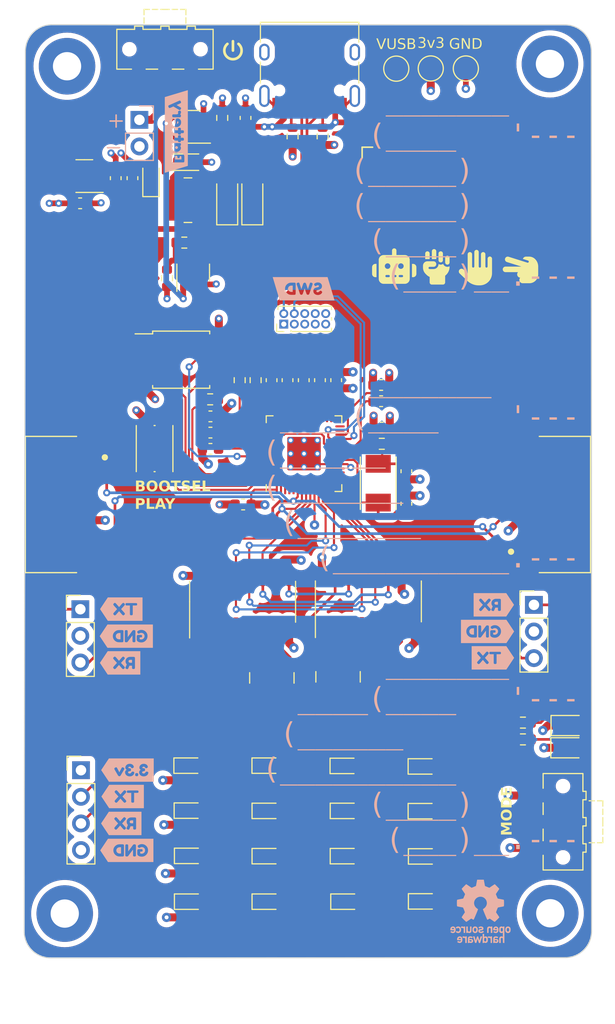
<source format=kicad_pcb>
(kicad_pcb (version 20221018) (generator pcbnew)
  (layers (0 "F.Cu" signal) (1 "In1.Cu" power) (2 "In2.Cu" power) (31 "B.Cu" signal) (34 "B.Paste" user) (35 "F.Paste" user) (36 "B.SilkS" user "B.Silkscreen") (37 "F.SilkS" user "F.Silkscreen") (38 "B.Mask" user) (39 "F.Mask" user) (44 "Edge.Cuts" user))
  (net 0 "")
  (net 1 "+3V3")
  (net 2 "GND")
  (net 3 "Net-(C2-Pad2)")
  (net 4 "Net-(C3-Pad2)")
  (net 5 "+1V1")
  (net 6 "VBAT")
  (net 7 "+5V")
  (net 8 "VUSB")
  (net 9 "Net-(D2-Pad2)")
  (net 10 "Net-(D3-Pad2)")
  (net 11 "Net-(D4-Pad2)")
  (net 12 "Net-(D5-Pad2)")
  (net 13 "Net-(D6-Pad2)")
  (net 14 "Net-(D7-Pad2)")
  (net 15 "Net-(D8-Pad2)")
  (net 16 "Net-(D9-Pad2)")
  (net 17 "Net-(D10-Pad2)")
  (net 18 "Net-(D11-Pad2)")
  (net 19 "Net-(D12-Pad2)")
  (net 20 "Net-(D13-Pad2)")
  (net 21 "Net-(D14-Pad2)")
  (net 22 "Net-(D15-Pad2)")
  (net 23 "Net-(D16-Pad2)")
  (net 24 "Net-(D17-Pad2)")
  (net 25 "Net-(D18-Pad2)")
  (net 26 "Net-(D19-Pad2)")
  (net 27 "Net-(D20-Pad2)")
  (net 28 "Net-(J1-PadA5)")
  (net 29 "/MCU/USB_D+")
  (net 30 "/MCU/USB_D-")
  (net 32 "Net-(J1-PadB5)")
  (net 34 "Net-(J2-Pad1)")
  (net 35 "GAME_TX")
  (net 36 "GAME_RX")
  (net 38 "/Connectors/SWDIO")
  (net 39 "/Connectors/SWCLK")
  (net 44 "Net-(R1-Pad1)")
  (net 45 "Net-(R1-Pad2)")
  (net 46 "Net-(R2-Pad2)")
  (net 47 "Net-(R3-Pad2)")
  (net 48 "Net-(R4-Pad2)")
  (net 49 "Net-(R6-Pad2)")
  (net 50 "/MCU/Game_Indicator_A")
  (net 51 "/MCU/Game_Indicator_P")
  (net 52 "Net-(RN1-Pad9)")
  (net 53 "Net-(RN1-Pad10)")
  (net 54 "Net-(RN1-Pad11)")
  (net 55 "Net-(RN1-Pad12)")
  (net 56 "Net-(RN1-Pad13)")
  (net 57 "Net-(RN1-Pad14)")
  (net 58 "Net-(RN1-Pad15)")
  (net 59 "Net-(RN1-Pad16)")
  (net 60 "Net-(RN2-Pad9)")
  (net 61 "Net-(RN2-Pad10)")
  (net 62 "Net-(RN2-Pad11)")
  (net 63 "Net-(RN2-Pad12)")
  (net 64 "Net-(RN2-Pad13)")
  (net 65 "Net-(RN2-Pad14)")
  (net 66 "Net-(RN2-Pad15)")
  (net 67 "Net-(RN2-Pad16)")
  (net 68 "Flash_Sel")
  (net 70 "/Connectors/Game_Mode")
  (net 71 "Net-(U1-Pad2)")
  (net 72 "Net-(U1-Pad3)")
  (net 73 "Net-(U1-Pad5)")
  (net 74 "Net-(U1-Pad7)")
  (net 79 "/MCU/LED_DATA")
  (net 80 "/MCU/LED_CLK")
  (net 81 "/MCU/LED_LATCH")
  (net 82 "/MCU/LED_OE")
  (net 100 "BOOST")
  (net 104 "Net-(U6-Pad9)")
  (footprint "Diode_SMD:D_SOD-123" (layer "F.Cu") (at 47.0434 47.6186 90)
    (fp_text reference "D2" hide)
    (fp_text value "K1N5819HW-7-F")
  )
  (footprint "Resistor_SMD:R_0603_1608Metric" (layer "F.Cu") (at 42.9434 51.5686 180)
    (fp_text reference "R6" hide)
    (fp_text value "3.01M")
  )
  (footprint "Connector_PinHeader_1.00mm:PinHeader_2x05_P1.00mm_Vertical" (layer "F.Cu") (at 52.451 59.3438 90)
    (fp_text reference "J9" hide)
    (fp_text value "Conn_02x05_Odd_Even")
  )
  (footprint "LED_SMD:LED_0603_1608Metric" (layer "F.Cu") (at 43.4594 105.7656)
    (fp_text reference "D7" hide)
    (fp_text value "LED_Small")
  )
  (footprint "Button_Switch_SMD:SW_SPDT_CK-JS102011SAQN" (layer "F.Cu") (at 41.0982 33.1174 180)
    (fp_text reference "SW1" hide)
    (fp_text value "Power Switch" hide)
  )
  (footprint "Resistor_SMD:R_0603_1608Metric" (layer "F.Cu") (at 46.5684 39.6686 90)
    (fp_text reference "R5" hide)
    (fp_text value "2.2k")
  )
  (footprint "LED_SMD:LED_0603_1608Metric" (layer "F.Cu") (at 50.9016 105.791)
    (fp_text reference "D8" hide)
    (fp_text value "LED_Small")
  )
  (footprint "LED_SMD:LED_0603_1608Metric" (layer "F.Cu") (at 58.42 114.4524)
    (fp_text reference "D17" hide)
    (fp_text value "LED_Small")
  )
  (footprint "Capacitor_SMD:C_0603_1608Metric" (layer "F.Cu") (at 45.4406 71.247 180)
    (fp_text reference "C4" hide)
    (fp_text value "100nF")
  )
  (footprint "Capacitor_SMD:C_0603_1608Metric" (layer "F.Cu") (at 48.7934 39.6686 90)
    (fp_text reference "C20" hide)
    (fp_text value "10uF")
  )
  (footprint "Connector_USB:USB_C_Receptacle_HRO_TYPE-C-31-M-12" (layer "F.Cu") (at 54.9148 34.4424 180)
    (fp_text reference "J1" hide)
    (fp_text value "USB_C_Receptacle_USB2.0")
  )
  (footprint "Capacitor_SMD:C_0603_1608Metric" (layer "F.Cu") (at 64.1604 76.4794 -90)
    (fp_text reference "C2" hide)
    (fp_text value "27pF")
  )
  (footprint "LED_SMD:LED_0603_1608Metric" (layer "F.Cu") (at 58.3692 105.791)
    (fp_text reference "D9" hide)
    (fp_text value "LED_Small")
  )
  (footprint "footprints:VLCF4020T-100MR85" (layer "F.Cu") (at 43.2934 47.5186 180)
    (fp_text reference "L1" hide)
    (fp_text value "VLCF4020T-100MR85" hide)
  )
  (footprint "Package_SO:SOIC-8_5.23x5.23mm_P1.27mm" (layer "F.Cu") (at 42.6466 62.738)
    (fp_text reference "U1" hide)
    (fp_text value "W25Q128JVS")
  )
  (footprint "Resistor_SMD:R_0603_1608Metric" (layer "F.Cu") (at 41.2934 54.9686 -90)
    (fp_text reference "R7" hide)
    (fp_text value "1M")
  )
  (footprint "LED_SMD:LED_0603_1608Metric" (layer "F.Cu") (at 50.893133 101.473)
    (fp_text reference "D4" hide)
    (fp_text value "LED_Small")
  )
  (footprint "Package_TO_SOT_SMD:SOT-23-5" (layer "F.Cu") (at 33.3934 45.2186 180)
    (fp_text reference "U5" hide)
    (fp_text value "PJ9193M33SE")
  )
  (footprint "TestPoint:TestPoint_Pad_D2.0mm" (layer "F.Cu") (at 66.4874 34.953)
    (fp_text reference "3v3" hide)
    (fp_text value "TestPoint_Pad_D2.0mm")
  )
  (footprint "LED_SMD:LED_0603_1608Metric" (layer "F.Cu") (at 58.3692 110.109)
    (fp_text reference "D13" hide)
    (fp_text value "LED_Small")
  )
  (footprint "LED_SMD:LED_0603_1608Metric" (layer "F.Cu") (at 43.4848 110.0836)
    (fp_text reference "D11" hide)
    (fp_text value "LED_Small")
  )
  (footprint "Capacitor_SMD:C_0603_1608Metric" (layer "F.Cu") (at 37.9934 45.4186 90)
    (fp_text reference "C16" hide)
    (fp_text value "1uF")
  )
  (footprint "Capacitor_SMD:C_0603_1608Metric" (layer "F.Cu") (at 55.9054 64.6938 90)
    (fp_text reference "C10" hide)
    (fp_text value "100nF")
  )
  (footprint "Capacitor_SMD:C_0603_1608Metric" (layer "F.Cu") (at 61.7474 66.7004)
    (fp_text reference "C5" hide)
    (fp_text value "100nF")
  )
  (footprint "Resistor_SMD:R_Array_Convex_8x0602" (layer "F.Cu") (at 51.308 93.1022 90)
    (fp_text reference "RN1" hide)
    (fp_text value "742C163221JP")
  )
  (footprint "Capacitor_SMD:C_0603_1608Metric" (layer "F.Cu") (at 57.4548 64.6938 90)
    (fp_text reference "C11" hide)
    (fp_text value "100nF")
  )
  (footprint "Capacitor_SMD:C_0603_1608Metric" (layer "F.Cu") (at 51.2826 64.6938 90)
    (fp_text reference "C6" hide)
    (fp_text value "1uF")
  )
  (footprint "Capacitor_SMD:C_0603_1608Metric" (layer "F.Cu") (at 45.4406 68.1482 180)
    (fp_text reference "C1" hide)
    (fp_text value "100nF")
  )
  (footprint "Capacitor_Tantalum_SMD:CP_EIA-2012-12_Kemet-R" (layer "F.Cu") (at 39.7666 45.4686 90)
    (fp_text reference "C18" hide)
    (fp_text value "10uF")
  )
  (footprint "Capacitor_SMD:C_0603_1608Metric" (layer "F.Cu") (at 54.356 64.6938 90)
    (fp_text reference "C9" hide)
    (fp_text value "100nF")
  )
  (footprint "LED_SMD:LED_0603_1608Metric" (layer "F.Cu") (at 50.9016 110.109)
    (fp_text reference "D12" hide)
    (fp_text value "LED_Small")
  )
  (footprint "Connector_PinHeader_2.54mm:PinHeader_1x03_P2.54mm_Vertical" (layer "F.Cu") (at 76.3434 86.1336)
    (fp_text reference "J4" hide)
    (fp_text value "GameOut Debug")
  )
  (footprint "LED_SMD:LED_0603_1608Metric" (layer "F.Cu") (at 65.8368 110.1344)
    (fp_text reference "D14" hide)
    (fp_text value "LED_Small")
  )
  (footprint "Capacitor_SMD:C_0603_1608Metric" (layer "F.Cu") (at 36.3934 45.4186 90)
    (fp_text reference "C17" hide)
    (fp_text value "1uF")
  )
  (footprint "LED_SMD:LED_0805_2012Metric" (layer "F.Cu") (at 79.6634 97.6486)
    (fp_text reference "D19" hide)
    (fp_text value "Arena")
  )
  (footprint "Resistor_SMD:R_0603_1608Metric" (layer "F.Cu") (at 75.2934 97.3686 180)
    (fp_text reference "R10" hide)
    (fp_text value "220")
  )
  (footprint "LED_SMD:LED_0603_1608Metric" (layer "F.Cu") (at 65.8114 105.8164)
    (fp_text reference "D10" hide)
    (fp_text value "LED_Small")
  )
  (footprint "Resistor_SMD:R_0603_1608Metric" (layer "F.Cu") (at 61.8114 70.7644 180)
    (fp_text reference "R2" hide)
    (fp_text value "1k")
  )
  (footprint "Button_Switch_SMD:SW_SPDT_CK-JS102011SAQN" (layer "F.Cu") (at 79.1234 106.8286 90)
    (fp_text reference "SW2" hide)
    (fp_text value "MODE_SEL")
  )
  (footprint "Resistor_SMD:R_0603_1608Metric" (layer "F.Cu") (at 48.2346 64.6938 -90)
    (fp_text reference "R3" hide)
    (fp_text value "27")
  )
  (footprint "LED_SMD:LED_0805_2012Metric" (layer "F.Cu") (at 79.6434 99.7686)
    (fp_text reference "D20" hide)
    (fp_text value "Player")
  )
  (footprint "RP2040_minimal:RP2040-QFN-56" (layer "F.Cu") (at 54.3814 71.7042 90)
    (fp_text reference "U2" hide)
    (fp_text value "RP2040")
  )
  (footprint "Package_SO:SOIC-16_3.9x9.9mm_P1.27mm" (layer "F.Cu") (at 60.5282 85.8012 90)
    (fp_text reference "U7" hide)
    (fp_text value "74HC595")
  )
  (footprint "Package_SO:SOIC-16_3.9x9.9mm_P1.27mm" (layer "F.Cu") (at 48.514 85.8378 90)
    (fp_text reference "U6" hide)
    (fp_text value "74HC595")
  )
  (footprint "Capacitor_SMD:C_0603_1608Metric" (layer "F.Cu") (at 61.7982 69.215)
    (fp_text reference "C13" hide)
    (fp_text value "100nF")
  )
  (footprint "Capacitor_SMD:C_0603_1608Metric" (layer "F.Cu") (at 32.9934 47.8186)
    (fp_text reference "C19" hide)
    (fp_text value "1uF")
  )
  (footprint "Resistor_SMD:R_0603_1608Metric" (layer "F.Cu") (at 45.4152 66.5226)
    (fp_text reference "R1" hide)
    (fp_text value "0")
  )
  (footprint "Capacitor_SMD:C_0603_1608Metric" (layer "F.Cu") (at 52.8066 64.6938 90)
    (fp_text reference "C8" hide)
    (fp_text value "1uF")
  )
  (footprint "Connector_PinHeader_2.54mm:PinHeader_1x03_P2.54mm_Vertical" (layer "F.Cu") (at 33.0134 86.5486)
    (fp_text reference "J3" hide)
    (fp_text value "GameIn Debug")
  )
  (footprint "Resistor_SMD:R_Array_Convex_8x0602" (layer "F.Cu") (at 57.6326 93.0006 90)
    (fp_text reference "RN2" hide)
    (fp_text value "742C163221JP")
  )
  (footprint "Capacitor_SMD:C_0603_1608Metric" (layer "F.Cu") (at 45.4406 69.6976 180)
    (fp_text reference "C7" hide)
    (fp_text value "100nF")
  )
  (footprint "" (layer "F.Cu") (at 31.5234 115.5886)
    (fp_text reference "" hide)
    (fp_text value "")
  )
  (footprint "LED_SMD:LED_0603_1608Metric" (layer "F.Cu") (at 65.8114 101.5492)
    (fp_text reference "D6" hide)
    (fp_text value "LED_Small")
  )
  (footprint "footprints:TE_1971567-2" (layer "F.Cu") (at 32.6534 76.5586)
    (fp_text reference "J6" hide)
    (fp_text value "1971567-2")
  )
  (footprint "LED_SMD:LED_0603_1608Metric" (layer "F.Cu") (at 43.434 101.473)
    (fp_text reference "D3" hide)
    (fp_text value "LED_Small")
  )
  (footprint "Package_TO_SOT_SMD:SOT-23-5" (layer "F.Cu") (at 43.6434 40.5186 180)
    (fp_text reference "U4" hide)
    (fp_text value "SN74AHC1G04DBVR")
  )
  (footprint "LED_SMD:LED_0603_1608Metric" (layer "F.Cu") (at 43.4848 114.4524)
    (fp_text reference "D15" hide)
    (fp_text value "LED_Small")
  )
  (footprint "Resistor_SMD:R_0603_1608Metric" (layer "F.Cu") (at 53.2892 41.4274 -90)
    (fp_text reference "R9" hide)
    (fp_text value "5.1k")
  )
  (footprint "LED_SMD:LED_0603_1608Metric" (layer "F.Cu") (at 50.9016 114.4524)
    (fp_text reference "D16" hide)
    (fp_text value "LED_Small")
  )
  (footprint "Connector_PinHeader_2.54mm:PinHeader_1x04_P2.54mm_Vertical" (layer "F.Cu") (at 33.0734 101.9086)
    (fp_text reference "J5" hide)
    (fp_text value "Game UART Debug")
  )
  (footprint "Resistor_SMD:R_0603_1608Metric" (layer "F.Cu") (at 75.2934 98.9686 180)
    (fp_text reference "R11" hide)
    (fp_text value "220")
  )
  (footprint "" (layer "F.Cu") (at 77.9034 115.5586)
    (fp_text reference "" hide)
    (fp_text value "")
  )
  (footprint "Capacitor_Tantalum_SMD:CP_EIA-2012-12_Kemet-R" (layer "F.Cu") (at 43.3226 43.8938)
    (fp_text reference "C15" hide)
    (fp_text value "10uF")
  )
  (footprint "Capacitor_SMD:C_0603_1608Metric" (layer "F.Cu") (at 64.1604 73.3806 90)
    (fp_text reference "C3" hide)
    (fp_text value "27pF")
  )
  (footprint "Button_Switch_SMD:SW_Push_1P1T_NO_Vertical_Wuerth_434133025816" (layer "F.Cu") (at 40.1066 71.2216 90)
    (fp_text reference "SW3" hide)
    (fp_text value "BOOTSEL" hide)
  )
  (footprint "footprints:TE_1971567-2" (layer "F.Cu") (at 76.8559 76.5586 180)
    (fp_text reference "J7" hide)
    (fp_text value "1971567-2")
  )
  (footprint "Capacitor_SMD:C_0603_1608Metric" (layer "F.Cu") (at 48.5648 76.5556 180)
    (fp_text reference "C14" hide)
    (fp_text value "100nF")
  )
  (footprint "Package_TO_SOT_SMD:SOT-23-6" (layer "F.Cu") (at 43.7934 54.4186 90)
    (fp_text reference "U3" hide)
    (fp_text value "LN2266")
  )
  (footprint "Resistor_SMD:R_0603_1608Metric" (layer "F.Cu") (at 49.7586 64.6938 -90)
    (fp_text reference "R4" hide)
    (fp_text value "27")
  )
  (footprint "TestPoint:TestPoint_Pad_D2.0mm" (layer "F.Cu") (at 69.8402 34.953)
    (fp_text reference "GND" hide)
    (fp_text value "TestPoint_Pad_D2.0mm")
  )
  (footprint "Diode_SMD:D_SOD-123" (layer "F.Cu") (at 49.4434 47.6186 90)
    (fp_text reference "D1" hide)
    (fp_text value "K1N5819HW-7-F")
  )
  (footprint "TestPoint:TestPoint_Pad_D2.0mm" (layer "F.Cu") (at 63.1934 34.9686)
    (fp_text reference "VUSB" hide)
    (fp_text value "VUSB")
  )
  (footprint "Resistor_SMD:R_0603_1608Metric" (layer "F.Cu") (at 56.1594 41.4274 -90)
    (fp_text reference "R8" hide)
    (fp_text value "5.1k")
  )
  (footprint "LED_SMD:LED_0603_1608Metric" (layer "F.Cu") (at 58.352266 101.4984)
    (fp_text reference "D5" hide)
    (fp_text value "LED_Small")
  )
  (footprint "" (layer "F.Cu") (at 77.8734 34.5186)
    (fp_text reference "" hide)
    (fp_text value "")
  )
  (footprint "Capacitor_SMD:C_0603_1608Metric" (layer "F.Cu") (at 61.7474 65.151)
    (fp_text reference "C12" hide)
    (fp_text value "100nF")
  )
  (footprint "LED_SMD:LED_0603_1608Metric" (layer "F.Cu") (at 65.8368 114.427)
    (fp_text reference "D18" hide)
    (fp_text value "LED_Small")
  )
  (footprint "" (layer "F.Cu") (at 31.7434 34.7386)
    (fp_text reference "" hide)
    (fp_text value "")
  )
  (footprint "Crystal:Crystal_SMD_TXC_7A-2Pin_5x3.2mm" (layer "F.Cu") (at 61.468 74.5236 90)
    (fp_text reference "Y1" hide)
    (fp_text value "Crystal")
  )
  (footprint "kibuzzard-650A082B" (layer "B.Cu") (at 37.5134 101.8986 180)
    (fp_text reference "kibuzzard-650A082B" hide)
    (fp_text value "G***" hide)
  )
  (footprint "Symbol:OSHW-Logo_5.7x6mm_SilkScreen" (layer "B.Cu") (at 71.2434 115.3694 180)
    (fp_text reference "REF**" hide)
    (fp_text value "OSHW-Logo_5.7x6mm_SilkScreen" hide)
  )
  (footprint "kibuzzard-650A0865" (layer "B.Cu") (at 37.4034 89.1186 180)
    (fp_text reference "kibuzzard-650A0865" hide)
    (fp_text value "G***" hide)
  )
  (footprint "kibuzzard-650A096D" (layer "B.Cu") (at 71.9134 88.6686 180)
    (fp_text reference "kibuzzard-650A096D" hide)
    (fp_text value "G***" hide)
  )
  (footprint "kibuzzard-650A07A5" (layer "B.Cu") (at 37.0534 104.4186 180)
    (fp_text reference "kibuzzard-650A07A5" hide)
    (fp_text value "G***" hide)
  )
  (footprint "Connector_PinHeader_2.54mm:PinHeader_1x02_P2.54mm_Vertical" (layer "B.Cu") (at 38.6588 39.8526 180)
    (fp_text reference "J2" hide)
    (fp_text value "Battery (2xAA)")
  )
  (footprint "kibuzzard-650A07F7" (layer "B.Cu") (at 36.8134 91.6686 180)
    (fp_text reference "kibuzzard-650A07F7" hide)
    (fp_text value "G***" hide)
  )
  (footprint "kibuzzard-650A07F7" (layer "B.Cu") (at 36.9234 106.9886 180)
    (fp_text reference "kibuzzard-650A07F7" hide)
    (fp_text value "G***" hide)
  )
  (footprint "kibuzzard-650A097D" (layer "B.Cu") (at 72.4234 91.1886 180)
    (fp_text reference "kibuzzard-650A097D" hide)
    (fp_text value "G***" hide)
  )
  (footprint "kibuzzard-650A0992" (layer "B.Cu") (at 72.5134 86.1286 180)
    (fp_text reference "kibuzzard-650A0992" hide)
    (fp_text value "G***" hide)
  )
  (footprint "kibuzzard-650A07A5" (layer "B.Cu") (at 36.9234 86.5386 180)
    (fp_text reference "kibuzzard-650A07A5" hide)
    (fp_text value "G***" hide)
  )
  (footprint "kibuzzard-650A0865" (layer "B.Cu") (at 37.4534 109.5586 180)
    (fp_text reference "kibuzzard-650A0865" hide)
    (fp_text value "G***" hide)
  )
  (footprint "kibuzzard-650A73ED" (layer "B.Cu") (at 54.3434 55.9686 180)
    (fp_text reference "kibuzzard-650A73ED" hide)
    (fp_text value "G***" hide)
  )
  (footprint "kibuzzard-65131468" (layer "B.Cu") (at 42.1822 40.9638 90)
    (fp_text reference "kibuzzard-65131468" hide)
    (fp_text value "G***" hide)
  )
  (gr_line (start 60.9322 42.4638) (end 59.9322 42.4638) (stroke (width 0.15)) (layer "F.SilkS"))
  (gr_poly (pts (xy 66.765342 53.349957) (xy 66.778783 53.350978) (xy 66.792028 53.35266) (xy 66.80506 53.354986) (xy 66.817864 53.357939) (xy 66.830421 53.361503) (xy 66.842717 53.365661) (xy 66.854733 53.370397) (xy 66.866454 53.375694) (xy 66.877863 53.381535) (xy 66.888943 53.387904) (xy 66.899677 53.394784) (xy 66.91005 53.402159) (xy 66.920044 53.410012) (xy 66.929644 53.418327) (xy 66.938831 53.427086) (xy 66.947591 53.436273) (xy 66.955905 53.445873) (xy 66.963758 53.455867) (xy 66.971133 53.46624) (xy 66.978013 53.476975) (xy 66.984382 53.488055) (xy 66.990224 53.499463) (xy 66.99552 53.511184) (xy 67.000256 53.5232) (xy 67.004414 53.535496) (xy 67.007978 53.548053) (xy 67.010932 53.560857) (xy 67.013257 53.573889) (xy 67.014939 53.587134) (xy 67.01596 53.600576) (xy 67.016305 53.614196) (xy 67.01596 53.627816) (xy 67.014939 53.641257) (xy 67.013257 53.654503) (xy 67.010932 53.667535) (xy 67.007978 53.680338) (xy 67.004414 53.692896) (xy 67.000256 53.705191) (xy 66.99552 53.717208) (xy 66.990224 53.728929) (xy 66.984382 53.740337) (xy 66.978013 53.751417) (xy 66.971133 53.762152) (xy 66.963758 53.772525) (xy 66.955905 53.782519) (xy 66.947591 53.792118) (xy 66.938831 53.801306) (xy 66.929644 53.810065) (xy 66.920044 53.81838) (xy 66.91005 53.826233) (xy 66.899677 53.833608) (xy 66.888943 53.840488) (xy 66.877863 53.846857) (xy 66.866454 53.852698) (xy 66.854733 53.857995) (xy 66.842717 53.862731) (xy 66.830421 53.866889) (xy 66.817864 53.870453) (xy 66.80506 53.873406) (xy 66.792028 53.875732) (xy 66.778783 53.877414) (xy 66.765342 53.878435) (xy 66.751721 53.878779) (xy 66.381305 53.878779) (xy 66.37588 53.878918) (xy 66.370524 53.879328) (xy 66.365243 53.880004) (xy 66.360045 53.880939) (xy 66.354936 53.882126) (xy 66.349923 53.883558) (xy 66.345012 53.885228) (xy 66.340212 53.88713) (xy 66.335527 53.889257) (xy 66.330965 53.891601) (xy 66.326534 53.894157) (xy 66.322238 53.896918) (xy 66.318087 53.899876) (xy 66.314085 53.903025) (xy 66.310241 53.906358) (xy 66.30656 53.909868) (xy 66.30305 53.913549) (xy 66.299717 53.917393) (xy 66.296568 53.921395) (xy 66.29361 53.925546) (xy 66.290849 53.929842) (xy 66.288293 53.934273) (xy 66.285949 53.938835) (xy 66.283822 53.94352) (xy 66.28192 53.94832) (xy 66.28025 53.953231) (xy 66.278818 53.958244) (xy 66.277631 53.963353) (xy 66.276696 53.968551) (xy 66.27602 53.973832) (xy 66.27561 53.979188) (xy 66.275471 53.984612) (xy 66.27561 53.990037) (xy 66.27602 53.995393) (xy 66.276696 54.000674) (xy 66.277631 54.005872) (xy 66.278818 54.010981) (xy 66.28025 54.015994) (xy 66.28192 54.020905) (xy 66.283822 54.025706) (xy 66.285949 54.03039) (xy 66.288293 54.034952) (xy 66.290849 54.039384) (xy 66.29361 54.043679) (xy 66.296568 54.04783) (xy 66.299717 54.051832) (xy 66.30305 54.055676) (xy 66.30656 54.059357) (xy 66.310241 54.062868) (xy 66.314085 54.066201) (xy 66.318087 54.069349) (xy 66.322238 54.072307) (xy 66.326534 54.075068) (xy 66.330965 54.077624) (xy 66.335527 54.079968) (xy 66.340212 54.082095) (xy 66.345012 54.083997) (xy 66.349923 54.085667) (xy 66.354936 54.087099) (xy 66.360045 54.088286) (xy 66.365243 54.089221) (xy 66.370524 54.089897) (xy 66.37588 54.090308) (xy 66.381305 54.090446) (xy 66.751721 54.090446) (xy 66.77625 54.089827) (xy 66.800454 54.08799) (xy 66.824304 54.084964) (xy 66.84777 54.08078) (xy 66.870822 54.075467) (xy 66.893431 54.069055) (xy 66.915566 54.061574) (xy 66.937198 54.053053) (xy 66.958298 54.043523) (xy 66.978834 54.033012) (xy 66.998779 54.021552) (xy 67.0181 54.009172) (xy 67.03677 53.995901) (xy 67.054758 53.981769) (xy 67.072034 53.966807) (xy 67.088569 53.951044) (xy 67.104332 53.934509) (xy 67.119295 53.917233) (xy 67.133426 53.899245) (xy 67.146697 53.880575) (xy 67.159078 53.861253) (xy 67.170538 53.841309) (xy 67.181048 53.820772) (xy 67.190578 53.799673) (xy 67.199099 53.778041) (xy 67.20658 53.755905) (xy 67.212992 53.733297) (xy 67.218305 53.710244) (xy 67.222489 53.686778) (xy 67.225515 53.662928) (xy 67.227352 53.638724) (xy 67.227971 53.614196) (xy 67.227971 53.610227) (xy 67.239745 53.616752) (xy 67.251744 53.622927) (xy 67.263962 53.628741) (xy 67.276392 53.634184) (xy 67.289028 53.639248) (xy 67.301862 53.643923) (xy 67.314888 53.648198) (xy 67.328099 53.652064) (xy 67.341489 53.655512) (xy 67.35505 53.658532) (xy 67.368776 53.661113) (xy 67.382659 53.663247) (xy 67.396694 53.664924) (xy 67.410874 53.666133) (xy 67.42519 53.666866) (xy 67.439638 53.667113) (xy 67.45593 53.666804) (xy 67.472057 53.665888) (xy 67.48801 53.664374) (xy 67.503779 53.662276) (xy 67.519354 53.659603) (xy 67.534725 53.656369) (xy 67.549883 53.652584) (xy 67.564819 53.648261) (xy 67.579522 53.643411) (xy 67.593982 53.638045) (xy 67.608191 53.632175) (xy 67.622138 53.625813) (xy 67.635814 53.61897) (xy 67.649209 53.611659) (xy 67.662313 53.60389) (xy 67.675117 53.595675) (xy 67.680803 53.610978) (xy 67.68706 53.625997) (xy 67.693876 53.640718) (xy 67.701237 53.655128) (xy 67.70913 53.669213) (xy 67.717542 53.682962) (xy 67.726459 53.69636) (xy 67.735868 53.709394) (xy 67.745756 53.722052) (xy 67.756109 53.734319) (xy 67.766914 53.746183) (xy 67.778157 53.75763) (xy 67.789826 53.768648) (xy 67.801908 53.779223) (xy 67.814387 53.789341) (xy 67.827253 53.798991) (xy 67.84049 53.808158) (xy 67.854086 53.816829) (xy 67.868027 53.824991) (xy 67.882301 53.832631) (xy 67.896893 53.839736) (xy 67.911791 53.846292) (xy 67.926981 53.852286) (xy 67.94245 53.857706) (xy 67.958184 53.862537) (xy 67.97417 53.866767) (xy 67.990395 53.870382) (xy 68.006846 53.87337) (xy 68.023509 53.875717) (xy 68.040371 53.877409) (xy 68.057418 53.878435) (xy 68.074638 53.878779) (xy 68.089085 53.87854) (xy 68.103402 53.877827) (xy 68.117581 53.876647) (xy 68.131616 53.875007) (xy 68.1455 53.872913) (xy 68.159226 53.870373) (xy 68.172787 53.867392) (xy 68.186176 53.863979) (xy 68.199388 53.860139) (xy 68.212414 53.85588) (xy 68.225248 53.851208) (xy 68.237884 53.84613) (xy 68.250314 53.840653) (xy 68.262532 53.834783) (xy 68.274531 53.828528) (xy 68.286304 53.821894) (xy 68.286304 53.878779) (xy 68.284377 53.943175) (xy 68.278668 54.006561) (xy 68.269287 54.068824) (xy 68.256342 54.129854) (xy 68.239945 54.189539) (xy 68.220204 54.247768) (xy 68.197228 54.304429) (xy 68.171128 54.359411) (xy 68.142012 54.412603) (xy 68.109991 54.463892) (xy 68.075173 54.513168) (xy 68.037669 54.560319) (xy 67.997587 54.605234) (xy 67.955037 54.647801) (xy 67.910128 54.687909) (xy 67.862971 54.725446) (xy 67.862971 55.360446) (xy 67.862696 55.371354) (xy 67.86188 55.382117) (xy 67.860537 55.392722) (xy 67.858678 55.403155) (xy 67.856318 55.413404) (xy 67.85347 55.423455) (xy 67.850147 55.433295) (xy 67.846362 55.442911) (xy 67.842129 55.45229) (xy 67.83746 55.461418) (xy 67.832369 55.470282) (xy 67.826869 55.478869) (xy 67.820973 55.487166) (xy 67.814694 55.495159) (xy 67.808046 55.502836) (xy 67.801042 55.510183) (xy 67.793695 55.517188) (xy 67.786018 55.523836) (xy 67.778025 55.530114) (xy 67.769728 55.53601) (xy 67.76114 55.54151) (xy 67.752276 55.546601) (xy 67.743148 55.55127) (xy 67.73377 55.555504) (xy 67.724154 55.559289) (xy 67.714314 55.562612) (xy 67.704263 55.56546) (xy 67.694014 55.567819) (xy 67.68358 55.569678) (xy 67.672976 55.571022) (xy 67.662213 55.571838) (xy 67.651305 55.572112) (xy 66.592971 55.572112) (xy 66.582063 55.571838) (xy 66.5713 55.571022) (xy 66.560695 55.569678) (xy 66.550262 55.567819) (xy 66.540013 55.56546) (xy 66.529962 55.562612) (xy 66.520122 55.559289) (xy 66.510506 55.555504) (xy 66.501128 55.55127) (xy 66.492 55.546601) (xy 66.483135 55.54151) (xy 66.474548 55.53601) (xy 66.466251 55.530114) (xy 66.458258 55.523836) (xy 66.450581 55.517188) (xy 66.443234 55.510183) (xy 66.43623 55.502836) (xy 66.429582 55.495159) (xy 66.423303 55.487166) (xy 66.417407 55.478869) (xy 66.411907 55.470282) (xy 66.406816 55.461418) (xy 66.402147 55.45229) (xy 66.397913 55.442911) (xy 66.394129 55.433295) (xy 66.390805 55.423455) (xy 66.387957 55.413404) (xy 66.385598 55.403155) (xy 66.383739 55.392722) (xy 66.382395 55.382117) (xy 66.38158 55.371354) (xy 66.381305 55.360446) (xy 66.381305 54.841863) (xy 66.359958 54.831832) (xy 66.338837 54.821339) (xy 66.317948 54.810385) (xy 66.297299 54.798971) (xy 66.276899 54.7871) (xy 66.256754 54.774774) (xy 66.236873 54.761994) (xy 66.217263 54.748762) (xy 66.197932 54.735081) (xy 66.178888 54.720953) (xy 66.160139 54.706378) (xy 66.141691 54.69136) (xy 66.123554 54.6759) (xy 66.105735 54.66) (xy 66.088241 54.643663) (xy 66.071081 54.626889) (xy 65.994352 54.550159) (xy 65.965405 54.519739) (xy 65.938115 54.488056) (xy 65.912511 54.455181) (xy 65.888622 54.421185) (xy 65.866477 54.386139) (xy 65.846105 54.350114) (xy 65.827535 54.313179) (xy 65.810797 54.275406) (xy 65.795919 54.236866) (xy 65.78293 54.197629) (xy 65.77186 54.157767) (xy 65.762738 54.117349) (xy 65.755592 54.076446) (xy 65.750452 54.03513) (xy 65.747346 53.993471) (xy 65.746305 53.95154) (xy 65.746305 53.772946) (xy 65.746856 53.751188) (xy 65.748494 53.729713) (xy 65.75119 53.708547) (xy 65.754918 53.687717) (xy 65.759651 53.66725) (xy 65.765363 53.647173) (xy 65.772027 53.627512) (xy 65.779615 53.608294) (xy 65.788102 53.589547) (xy 65.79746 53.571296) (xy 65.807663 53.553568) (xy 65.818684 53.536391) (xy 65.830496 53.51979) (xy 65.843072 53.503794) (xy 65.856386 53.488428) (xy 65.870411 53.473719) (xy 65.88512 53.459694) (xy 65.900486 53.44638) (xy 65.916482 53.433804) (xy 65.933083 53.421992) (xy 65.95026 53.410971) (xy 65.967988 53.400768) (xy 65.986239 53.39141) (xy 66.004987 53.382923) (xy 66.024204 53.375335) (xy 66.043865 53.368671) (xy 66.063942 53.362959) (xy 66.084409 53.358226) (xy 66.105239 53.354498) (xy 66.126405 53.351802) (xy 66.14788 53.350164) (xy 66.169638 53.349613) (xy 66.751721 53.349613)) (fill solid) (layer "F.SilkS"))
  (gr_line (start 59.9322 43.4638) (end 59.9322 42.4638) (stroke (width 0.15)) (layer "F.SilkS"))
  (gr_poly (pts (xy 70.871476 52.259142) (xy 70.882239 52.259958) (xy 70.892844 52.261302) (xy 70.903278 52.26316) (xy 70.913526 52.26552) (xy 70.923578 52.268368) (xy 70.933418 52.271691) (xy 70.943034 52.275476) (xy 70.952412 52.279709) (xy 70.96154 52.284378) (xy 70.970404 52.289469) (xy 70.978991 52.294969) (xy 70.987288 52.300865) (xy 70.995282 52.307144) (xy 71.002959 52.313792) (xy 71.010306 52.320796) (xy 71.01731 52.328143) (xy 71.023958 52.33582) (xy 71.030237 52.343814) (xy 71.036132 52.352111) (xy 71.041633 52.360698) (xy 71.046724 52.369562) (xy 71.051393 52.37869) (xy 71.055626 52.388068) (xy 71.059411 52.397684) (xy 71.062734 52.407524) (xy 71.065582 52.417576) (xy 71.067942 52.427824) (xy 71.0698 52.438258) (xy 71.071144 52.448863) (xy 71.07196 52.459626) (xy 71.072235 52.470534) (xy 71.072235 53.846367) (xy 71.072373 53.851792) (xy 71.072784 53.857148) (xy 71.07346 53.862428) (xy 71.074395 53.867627) (xy 71.075582 53.872736) (xy 71.077014 53.877749) (xy 71.078684 53.882659) (xy 71.080586 53.88746) (xy 71.082712 53.892145) (xy 71.085057 53.896706) (xy 71.087613 53.901138) (xy 71.090373 53.905433) (xy 71.093331 53.909585) (xy 71.09648 53.913586) (xy 71.099813 53.917431) (xy 71.103323 53.921112) (xy 71.107004 53.924622) (xy 71.110849 53.927955) (xy 71.11485 53.931104) (xy 71.119002 53.934062) (xy 71.123297 53.936822) (xy 71.127729 53.939378) (xy 71.13229 53.941723) (xy 71.136975 53.943849) (xy 71.141776 53.945751) (xy 71.146686 53.947421) (xy 71.151699 53.948853) (xy 71.156809 53.95004) (xy 71.162007 53.950975) (xy 71.167287 53.951651) (xy 71.172643 53.952062) (xy 71.178068 53.9522) (xy 71.183493 53.952062) (xy 71.188849 53.951651) (xy 71.19413 53.950975) (xy 71.199328 53.95004) (xy 71.204437 53.948853) (xy 71.20945 53.947421) (xy 71.21436 53.945751) (xy 71.219161 53.943849) (xy 71.223846 53.941723) (xy 71.228407 53.939378) (xy 71.232839 53.936822) (xy 71.237134 53.934062) (xy 71.241286 53.931104) (xy 71.245288 53.927955) (xy 71.249132 53.924622) (xy 71.252813 53.921112) (xy 71.256323 53.917431) (xy 71.259656 53.913586) (xy 71.262805 53.909585) (xy 71.265763 53.905433) (xy 71.268523 53.901138) (xy 71.271079 53.896706) (xy 71.273424 53.892145) (xy 71.275551 53.88746) (xy 71.277453 53.882659) (xy 71.279123 53.877749) (xy 71.280555 53.872736) (xy 71.281742 53.867627) (xy 71.282676 53.862428) (xy 71.283353 53.857148) (xy 71.283763 53.851792) (xy 71.283902 53.846367) (xy 71.283902 52.6822) (xy 71.284177 52.671292) (xy 71.284992 52.660529) (xy 71.286336 52.649924) (xy 71.288195 52.639491) (xy 71.290554 52.629242) (xy 71.293402 52.619191) (xy 71.296726 52.609351) (xy 71.30051 52.599735) (xy 71.304744 52.590357) (xy 71.309413 52.581229) (xy 71.314504 52.572364) (xy 71.320004 52.563777) (xy 71.3259 52.55548) (xy 71.332179 52.547487) (xy 71.338826 52.53981) (xy 71.345831 52.532463) (xy 71.353178 52.525459) (xy 71.360855 52.518811) (xy 71.368848 52.512532) (xy 71.377145 52.506636) (xy 71.385732 52.501136) (xy 71.394597 52.496045) (xy 71.403724 52.491376) (xy 71.413103 52.487142) (xy 71.422719 52.483358) (xy 71.432559 52.480035) (xy 71.44261 52.477186) (xy 71.452859 52.474827) (xy 71.463292 52.472968) (xy 71.473897 52.471625) (xy 71.48466 52.470809) (xy 71.495568 52.470534) (xy 71.506476 52.470809) (xy 71.517239 52.471625) (xy 71.527844 52.472968) (xy 71.538278 52.474827) (xy 71.548526 52.477186) (xy 71.558578 52.480035) (xy 71.568418 52.483358) (xy 71.578034 52.487142) (xy 71.587412 52.491376) (xy 71.59654 52.496045) (xy 71.605404 52.501136) (xy 71.613991 52.506636) (xy 71.622288 52.512532) (xy 71.630282 52.518811) (xy 71.637959 52.525459) (xy 71.645306 52.532463) (xy 71.65231 52.53981) (xy 71.658958 52.547487) (xy 71.665236 52.55548) (xy 71.671132 52.563777) (xy 71.676633 52.572364) (xy 71.681724 52.581229) (xy 71.686393 52.590357) (xy 71.690626 52.599735) (xy 71.694411 52.609351) (xy 71.697734 52.619191) (xy 71.700582 52.629242) (xy 71.702942 52.639491) (xy 71.7048 52.649924) (xy 71.706144 52.660529) (xy 71.70696 52.671292) (xy 71.707235 52.6822) (xy 71.707235 53.846367) (xy 71.707373 53.851792) (xy 71.707784 53.857148) (xy 71.70846 53.862428) (xy 71.709395 53.867627) (xy 71.710582 53.872736) (xy 71.712014 53.877749) (xy 71.713684 53.882659) (xy 71.715586 53.88746) (xy 71.717712 53.892145) (xy 71.720057 53.896706) (xy 71.722613 53.901138) (xy 71.725373 53.905433) (xy 71.728331 53.909585) (xy 71.73148 53.913586) (xy 71.734813 53.917431) (xy 71.738323 53.921112) (xy 71.742004 53.924622) (xy 71.745849 53.927955) (xy 71.74985 53.931104) (xy 71.754002 53.934062) (xy 71.758297 53.936822) (xy 71.762729 53.939378) (xy 71.76729 53.941723) (xy 71.771975 53.943849) (xy 71.776776 53.945751) (xy 71.781686 53.947421) (xy 71.7867 53.948853) (xy 71.791809 53.95004) (xy 71.797007 53.950975) (xy 71.802287 53.951651) (xy 71.807643 53.952062) (xy 71.813068 53.9522) (xy 71.818493 53.952062) (xy 71.823849 53.951651) (xy 71.82913 53.950975) (xy 71.834328 53.95004) (xy 71.839437 53.948853) (xy 71.84445 53.947421) (xy 71.84936 53.945751) (xy 71.854161 53.943849) (xy 71.858846 53.941723) (xy 71.863407 53.939378) (xy 71.867839 53.936822) (xy 71.872134 53.934062) (xy 71.876286 53.931104) (xy 71.880288 53.927955) (xy 71.884132 53.924622) (xy 71.887813 53.921112) (xy 71.891323 53.917431) (xy 71.894656 53.913586) (xy 71.897805 53.909585) (xy 71.900763 53.905433) (xy 71.903523 53.901138) (xy 71.906079 53.896706) (xy 71.908424 53.892145) (xy 71.910551 53.88746) (xy 71.912452 53.882659) (xy 71.914123 53.877749) (xy 71.915555 53.872736) (xy 71.916741 53.867627) (xy 71.917676 53.862428) (xy 71.918352 53.857148) (xy 71.918763 53.851792) (xy 71.918901 53.846367) (xy 71.918901 53.105534) (xy 71.919176 53.094626) (xy 71.919992 53.083863) (xy 71.921336 53.073258) (xy 71.923194 53.062824) (xy 71.925554 53.052575) (xy 71.928402 53.042524) (xy 71.931725 53.032684) (xy 71.93551 53.023068) (xy 71.939744 53.01369) (xy 71.944413 53.004562) (xy 71.949504 52.995698) (xy 71.955004 52.987111) (xy 71.9609 52.978814) (xy 71.967178 52.97082) (xy 71.973826 52.963143) (xy 71.98083 52.955796) (xy 71.988178 52.948792) (xy 71.995855 52.942144) (xy 72.003848 52.935865) (xy 72.012145 52.929969) (xy 72.020732 52.924469) (xy 72.029596 52.919378) (xy 72.038724 52.914709) (xy 72.048103 52.910476) (xy 72.057719 52.906691) (xy 72.067559 52.903368) (xy 72.07761 52.90052) (xy 72.087859 52.89816) (xy 72.098292 52.896302) (xy 72.108897 52.894958) (xy 72.11966 52.894142) (xy 72.130568 52.893867) (xy 72.141476 52.894142) (xy 72.152239 52.894958) (xy 72.162844 52.896302) (xy 72.173277 52.89816) (xy 72.183526 52.90052) (xy 72.193577 52.903368) (xy 72.203418 52.906691) (xy 72.213033 52.910476) (xy 72.222412 52.914709) (xy 72.23154 52.919378) (xy 72.240404 52.924469) (xy 72.248991 52.929969) (xy 72.257288 52.935865) (xy 72.265282 52.942144) (xy 72.272959 52.948792) (xy 72.280306 52.955796) (xy 72.28731 52.963143) (xy 72.293958 52.97082) (xy 72.300236 52.978814) (xy 72.306132 52.987111) (xy 72.311633 52.995698) (xy 72.316724 53.004562) (xy 72.321393 53.01369) (xy 72.325626 53.023068) (xy 72.329411 53.032684) (xy 72.332734 53.042524) (xy 72.335582 53.052575) (xy 72.337942 53.062824) (xy 72.3398 53.073258) (xy 72.341144 53.083863) (xy 72.34196 53.094626) (xy 72.342235 53.105534) (xy 72.342235 54.481367) (xy 72.34072 54.541273) (xy 72.336224 54.600394) (xy 72.328821 54.658655) (xy 72.318583 54.715983) (xy 72.305583 54.772306) (xy 72.289895 54.827549) (xy 72.271592 54.881641) (xy 72.250747 54.934507) (xy 72.227433 54.986075) (xy 72.201723 55.036272) (xy 72.173691 55.085023) (xy 72.14341 55.132257) (xy 72.110952 55.1779) (xy 72.076391 55.221879) (xy 72.039801 55.264121) (xy 72.001253 55.304552) (xy 71.960822 55.343099) (xy 71.918581 55.37969) (xy 71.874602 55.414251) (xy 71.828959 55.446708) (xy 71.781725 55.47699) (xy 71.732973 55.505022) (xy 71.682777 55.530732) (xy 71.631209 55.554046) (xy 71.578342 55.574891) (xy 71.524251 55.593194) (xy 71.469007 55.608882) (xy 71.412684 55.621881) (xy 71.355356 55.632119) (xy 71.297095 55.639523) (xy 71.237975 55.644019) (xy 71.178068 55.645533) (xy 71.051068 55.645533) (xy 70.977348 55.643766) (xy 70.904099 55.638494) (xy 70.831438 55.629763) (xy 70.759479 55.617618) (xy 70.688338 55.602105) (xy 70.61813 55.58327) (xy 70.54897 55.561158) (xy 70.480974 55.535814) (xy 70.414257 55.507285) (xy 70.348934 55.475615) (xy 70.285121 55.44085) (xy 70.222933 55.403037) (xy 70.162485 55.362219) (xy 70.103892 55.318444) (xy 70.047271 55.271755) (xy 69.992735 55.2222) (xy 69.249256 54.51444) (xy 69.239631 54.504762) (xy 69.230599 54.49472) (xy 69.222162 54.484338) (xy 69.214321 54.473637) (xy 69.207076 54.462643) (xy 69.200429 54.451378) (xy 69.194379 54.439866) (xy 69.188929 54.42813) (xy 69.184078 54.416193) (xy 69.179828 54.404079) (xy 69.176179 54.391811) (xy 69.173133 54.379413) (xy 69.170689 54.366908) (xy 69.16885 54.354319) (xy 69.167616 54.34167) (xy 69.166987 54.328983) (xy 69.166965 54.316284) (xy 69.16755 54.303594) (xy 69.168744 54.290937) (xy 69.170546 54.278337) (xy 69.172959 54.265816) (xy 69.175982 54.253399) (xy 69.179617 54.241109) (xy 69.183864 54.228969) (xy 69.188725 54.217002) (xy 69.1942 54.205232) (xy 69.20029 54.193682) (xy 69.206996 54.182376) (xy 69.214319 54.171337) (xy 69.222259 54.160588) (xy 69.230818 54.150153) (xy 69.239995 54.140054) (xy 69.249673 54.130431) (xy 69.259715 54.121405) (xy 69.270098 54.112977) (xy 69.280798 54.105147) (xy 69.291792 54.097916) (xy 69.303057 54.091284) (xy 69.314569 54.085252) (xy 69.326305 54.07982) (xy 69.338242 54.074989) (xy 69.350356 54.070759) (xy 69.362624 54.067131) (xy 69.375022 54.064106) (xy 69.387527 54.061682) (xy 69.400116 54.059862) (xy 69.412766 54.058646) (xy 69.425452 54.058034) (xy 69.438152 54.058026) (xy 69.450842 54.058623) (xy 69.463498 54.059826) (xy 69.476099 54.061635) (xy 69.488619 54.064051) (xy 69.501036 54.067074) (xy 69.513326 54.070704) (xy 69.525466 54.074942) (xy 69.537433 54.079789) (xy 69.549203 54.085244) (xy 69.560753 54.09131) (xy 69.572059 54.097985) (xy 69.583098 54.10527) (xy 69.593847 54.113167) (xy 69.604283 54.121674) (xy 69.614381 54.130794) (xy 70.014563 54.511794) (xy 70.014345 54.508045) (xy 70.014181 54.504249) (xy 70.013984 54.49658) (xy 70.013912 54.488912) (xy 70.013902 54.481367) (xy 70.013902 52.6822) (xy 70.014177 52.671292) (xy 70.014992 52.660529) (xy 70.016336 52.649924) (xy 70.018195 52.639491) (xy 70.020554 52.629242) (xy 70.023402 52.619191) (xy 70.026726 52.609351) (xy 70.03051 52.599735) (xy 70.034744 52.590357) (xy 70.039413 52.581229) (xy 70.044504 52.572364) (xy 70.050004 52.563777) (xy 70.0559 52.55548) (xy 70.062179 52.547487) (xy 70.068827 52.53981) (xy 70.075831 52.532463) (xy 70.083178 52.525459) (xy 70.090855 52.518811) (xy 70.098848 52.512532) (xy 70.107145 52.506636) (xy 70.115732 52.501136) (xy 70.124597 52.496045) (xy 70.133725 52.491376) (xy 70.143103 52.487142) (xy 70.152719 52.483358) (xy 70.162559 52.480035) (xy 70.17261 52.477186) (xy 70.182859 52.474827) (xy 70.193292 52.472968) (xy 70.203897 52.471625) (xy 70.21466 52.470809) (xy 70.225568 52.470534) (xy 70.236476 52.470809) (xy 70.247239 52.471625) (xy 70.257844 52.472968) (xy 70.268278 52.474827) (xy 70.278526 52.477186) (xy 70.288578 52.480035) (xy 70.298418 52.483358) (xy 70.308034 52.487142) (xy 70.317412 52.491376) (xy 70.32654 52.496045) (xy 70.335404 52.501136) (xy 70.343991 52.506636) (xy 70.352288 52.512532) (xy 70.360282 52.518811) (xy 70.367959 52.525459) (xy 70.375306 52.532463) (xy 70.38231 52.53981) (xy 70.388958 52.547487) (xy 70.395237 52.55548) (xy 70.401132 52.563777) (xy 70.406633 52.572364) (xy 70.411724 52.581229) (xy 70.416393 52.590357) (xy 70.420626 52.599735) (xy 70.424411 52.609351) (xy 70.427734 52.619191) (xy 70.430582 52.629242) (xy 70.432942 52.639491) (xy 70.4348 52.649924) (xy 70.436144 52.660529) (xy 70.43696 52.671292) (xy 70.437235 52.6822) (xy 70.437235 53.846367) (xy 70.437373 53.851792) (xy 70.437784 53.857148) (xy 70.43846 53.862428) (xy 70.439395 53.867627) (xy 70.440582 53.872736) (xy 70.442014 53.877749) (xy 70.443684 53.882659) (xy 70.445586 53.88746) (xy 70.447712 53.892145) (xy 70.450057 53.896706) (xy 70.452613 53.901138) (xy 70.455373 53.905433) (xy 70.458331 53.909585) (xy 70.46148 53.913586) (xy 70.464813 53.917431) (xy 70.468323 53.921112) (xy 70.472004 53.924622) (xy 70.475849 53.927955) (xy 70.47985 53.931104) (xy 70.484002 53.934062) (xy 70.488297 53.936822) (xy 70.492729 53.939378) (xy 70.497291 53.941723) (xy 70.501975 53.943849) (xy 70.506776 53.945751) (xy 70.511686 53.947421) (xy 70.5167 53.948853) (xy 70.521809 53.95004) (xy 70.527007 53.950975) (xy 70.532287 53.951651) (xy 70.537643 53.952062) (xy 70.543068 53.9522) (xy 70.548493 53.952062) (xy 70.553849 53.951651) (xy 70.55913 53.950975) (xy 70.564328 53.95004) (xy 70.569437 53.948853) (xy 70.57445 53.947421) (xy 70.57936 53.945751) (xy 70.584161 53.943849) (xy 70.588846 53.941723) (xy 70.593408 53.939378) (xy 70.597839 53.936822) (xy 70.602134 53.934062) (xy 70.606286 53.931104) (xy 70.610288 53.927955) (xy 70.614132 53.924622) (xy 70.617813 53.921112) (xy 70.621323 53.917431) (xy 70.624656 53.913586) (xy 70.627805 53.909585) (xy 70.630763 53.905433) (xy 70.633523 53.901138) (xy 70.636079 53.896706) (xy 70.638424 53.892145) (xy 70.640551 53.88746) (xy 70.642453 53.882659) (xy 70.644123 53.877749) (xy 70.645555 53.872736) (xy 70.646741 53.867627) (xy 70.647676 53.862428) (xy 70.648353 53.857148) (xy 70.648763 53.851792) (xy 70.648902 53.846367) (xy 70.648902 52.470534) (xy 70.649176 52.459626) (xy 70.649992 52.448863) (xy 70.651336 52.438258) (xy 70.653195 52.427824) (xy 70.655554 52.417576) (xy 70.658402 52.407524) (xy 70.661725 52.397684) (xy 70.66551 52.388068) (xy 70.669744 52.37869) (xy 70.674413 52.369562) (xy 70.679504 52.360698) (xy 70.685004 52.352111) (xy 70.6909 52.343814) (xy 70.697178 52.33582) (xy 70.703826 52.328143) (xy 70.710831 52.320796) (xy 70.718178 52.313792) (xy 70.725855 52.307144) (xy 70.733848 52.300865) (xy 70.742145 52.294969) (xy 70.750732 52.289469) (xy 70.759596 52.284378) (xy 70.768724 52.279709) (xy 70.778103 52.275476) (xy 70.787719 52.271691) (xy 70.797559 52.268368) (xy 70.80761 52.26552) (xy 70.817859 52.26316) (xy 70.828292 52.261302) (xy 70.838897 52.259958) (xy 70.84966 52.259142) (xy 70.860568 52.258867)) (fill solid) (layer "F.SilkS"))
  (gr_poly (pts (xy 67.450546 52.397388) (xy 67.461309 52.398204) (xy 67.471914 52.399547) (xy 67.482347 52.401406) (xy 67.492596 52.403765) (xy 67.502647 52.406614) (xy 67.512487 52.409937) (xy 67.522103 52.413721) (xy 67.531482 52.417955) (xy 67.54061 52.422624) (xy 67.549474 52.427715) (xy 67.558061 52.433215) (xy 67.566358 52.439111) (xy 67.574351 52.44539) (xy 67.582028 52.452038) (xy 67.589376 52.459042) (xy 67.59638 52.466389) (xy 67.603028 52.474066) (xy 67.609306 52.482059) (xy 67.615202 52.490356) (xy 67.620702 52.498943) (xy 67.625793 52.507808) (xy 67.630462 52.516936) (xy 67.634696 52.526314) (xy 67.638481 52.53593) (xy 67.641804 52.54577) (xy 67.644652 52.555821) (xy 67.647012 52.56607) (xy 67.64887 52.576503) (xy 67.650214 52.587108) (xy 67.65103 52.597871) (xy 67.651305 52.608779) (xy 67.651305 53.243779) (xy 67.65103 53.254687) (xy 67.650214 53.26545) (xy 67.64887 53.276055) (xy 67.647012 53.286489) (xy 67.644652 53.296737) (xy 67.641804 53.306789) (xy 67.638481 53.316629) (xy 67.634696 53.326245) (xy 67.630462 53.335623) (xy 67.625793 53.344751) (xy 67.620702 53.353615) (xy 67.615202 53.362202) (xy 67.609306 53.370499) (xy 67.603028 53.378493) (xy 67.59638 53.38617) (xy 67.589376 53.393517) (xy 67.582028 53.400521) (xy 67.574351 53.407169) (xy 67.566358 53.413448) (xy 67.558061 53.419343) (xy 67.549474 53.424844) (xy 67.54061 53.429935) (xy 67.531482 53.434604) (xy 67.522103 53.438837) (xy 67.512487 53.442622) (xy 67.502647 53.445945) (xy 67.492596 53.448793) (xy 67.482347 53.451153) (xy 67.471914 53.453011) (xy 67.461309 53.454355) (xy 67.450546 53.455171) (xy 67.439638 53.455446) (xy 67.42873 53.455171) (xy 67.417967 53.454355) (xy 67.407362 53.453011) (xy 67.396929 53.451153) (xy 67.38668 53.448793) (xy 67.376629 53.445945) (xy 67.366789 53.442622) (xy 67.357173 53.438837) (xy 67.347794 53.434604) (xy 67.338666 53.429935) (xy 67.329802 53.424844) (xy 67.321215 53.419343) (xy 67.312918 53.413448) (xy 67.304924 53.407169) (xy 67.297247 53.400521) (xy 67.2899 53.393517) (xy 67.282896 53.38617) (xy 67.276248 53.378493) (xy 67.26997 53.370499) (xy 67.264074 53.362202) (xy 67.258574 53.353615) (xy 67.253482 53.344751) (xy 67.248814 53.335623) (xy 67.24458 53.326245) (xy 67.240795 53.316629) (xy 67.237472 53.306789) (xy 67.234624 53.296737) (xy 67.232264 53.286489) (xy 67.230406 53.276055) (xy 67.229062 53.26545) (xy 67.228246 53.254687) (xy 67.227971 53.243779) (xy 67.227971 52.608779) (xy 67.228246 52.597871) (xy 67.229062 52.587108) (xy 67.230406 52.576503) (xy 67.232264 52.56607) (xy 67.234624 52.555821) (xy 67.237472 52.54577) (xy 67.240795 52.53593) (xy 67.24458 52.526314) (xy 67.248814 52.516936) (xy 67.253482 52.507808) (xy 67.258574 52.498943) (xy 67.264074 52.490356) (xy 67.26997 52.482059) (xy 67.276248 52.474066) (xy 67.282896 52.466389) (xy 67.2899 52.459042) (xy 67.297247 52.452038) (xy 67.304924 52.44539) (xy 67.312918 52.439111) (xy 67.321215 52.433215) (xy 67.329802 52.427715) (xy 67.338666 52.422624) (xy 67.347794 52.417955) (xy 67.357173 52.413721) (xy 67.366789 52.409937) (xy 67.376629 52.406614) (xy 67.38668 52.403765) (xy 67.396929 52.401406) (xy 67.407362 52.399547) (xy 67.417967 52.398204) (xy 67.42873 52.397388) (xy 67.439638 52.397113)) (fill solid) (layer "F.SilkS"))
  (gr_poly (pts (xy 68.085546 52.820721) (xy 68.096309 52.821537) (xy 68.106914 52.822881) (xy 68.117347 52.824739) (xy 68.127596 52.827099) (xy 68.137647 52.829947) (xy 68.147487 52.83327) (xy 68.157103 52.837055) (xy 68.166482 52.841288) (xy 68.17561 52.845957) (xy 68.184474 52.851048) (xy 68.193061 52.856548) (xy 68.201358 52.862444) (xy 68.209351 52.868723) (xy 68.217028 52.875371) (xy 68.224375 52.882375) (xy 68.23138 52.889722) (xy 68.238028 52.897399) (xy 68.244306 52.905393) (xy 68.250202 52.91369) (xy 68.255702 52.922277) (xy 68.260793 52.931141) (xy 68.265462 52.940269) (xy 68.269696 52.949647) (xy 68.273481 52.959263) (xy 68.276804 52.969103) (xy 68.279652 52.979154) (xy 68.282011 52.989403) (xy 68.28387 52.999837) (xy 68.285214 53.010442) (xy 68.28603 53.021205) (xy 68.286304 53.032113) (xy 68.286304 53.455446) (xy 68.28603 53.466354) (xy 68.285214 53.477117) (xy 68.28387 53.487722) (xy 68.282011 53.498155) (xy 68.279652 53.508404) (xy 68.276804 53.518455) (xy 68.273481 53.528295) (xy 68.269696 53.537911) (xy 68.265462 53.54729) (xy 68.260793 53.556418) (xy 68.255702 53.565282) (xy 68.250202 53.573869) (xy 68.244306 53.582166) (xy 68.238028 53.590159) (xy 68.23138 53.597836) (xy 68.224375 53.605184) (xy 68.217028 53.612188) (xy 68.209351 53.618836) (xy 68.201358 53.625114) (xy 68.193061 53.63101) (xy 68.184474 53.63651) (xy 68.17561 53.641601) (xy 68.166482 53.64627) (xy 68.157103 53.650504) (xy 68.147487 53.654289) (xy 68.137647 53.657612) (xy 68.127596 53.66046) (xy 68.117347 53.66282) (xy 68.106914 53.664678) (xy 68.096309 53.666022) (xy 68.085546 53.666838) (xy 68.074638 53.667113) (xy 68.06373 53.666838) (xy 68.052967 53.666022) (xy 68.042362 53.664678) (xy 68.031929 53.66282) (xy 68.02168 53.66046) (xy 68.011629 53.657612) (xy 68.001788 53.654289) (xy 67.992173 53.650504) (xy 67.982794 53.64627) (xy 67.973666 53.641601) (xy 67.964802 53.63651) (xy 67.956215 53.63101) (xy 67.947918 53.625114) (xy 67.939924 53.618836) (xy 67.932247 53.612188) (xy 67.9249 53.605184) (xy 67.917896 53.597836) (xy 67.911248 53.590159) (xy 67.90497 53.582166) (xy 67.899074 53.573869) (xy 67.893574 53.565282) (xy 67.888482 53.556418) (xy 67.883814 53.54729) (xy 67.87958 53.537911) (xy 67.875795 53.528295) (xy 67.872472 53.518455) (xy 67.869624 53.508404) (xy 67.867264 53.498155) (xy 67.865406 53.487722) (xy 67.864062 53.477117) (xy 67.863246 53.466354) (xy 67.862971 53.455446) (xy 67.862971 53.032113) (xy 67.863246 53.021205) (xy 67.864062 53.010442) (xy 67.865406 52.999837) (xy 67.867264 52.989403) (xy 67.869624 52.979154) (xy 67.872472 52.969103) (xy 67.875795 52.959263) (xy 67.87958 52.949647) (xy 67.883814 52.940269) (xy 67.888482 52.931141) (xy 67.893574 52.922277) (xy 67.899074 52.91369) (xy 67.90497 52.905393) (xy 67.911248 52.897399) (xy 67.917896 52.889722) (xy 67.9249 52.882375) (xy 67.932247 52.875371) (xy 67.939924 52.868723) (xy 67.947918 52.862444) (xy 67.956215 52.856548) (xy 67.964802 52.851048) (xy 67.973666 52.845957) (xy 67.982794 52.841288) (xy 67.992173 52.837055) (xy 68.001788 52.83327) (xy 68.011629 52.829947) (xy 68.02168 52.827099) (xy 68.031929 52.824739) (xy 68.042362 52.822881) (xy 68.052967 52.821537) (xy 68.06373 52.820721) (xy 68.074638 52.820446)) (fill solid) (layer "F.SilkS"))
  (gr_poly (pts (xy 61.3058 54.8666) (xy 61.199967 54.8666) (xy 61.183634 54.866187) (xy 61.167515 54.864961) (xy 61.15163 54.862941) (xy 61.135998 54.860147) (xy 61.12064 54.856601) (xy 61.105576 54.852321) (xy 61.090825 54.847327) (xy 61.076409 54.841641) (xy 61.062345 54.835281) (xy 61.048656 54.828267) (xy 61.03536 54.82062) (xy 61.022478 54.81236) (xy 61.010029 54.803506) (xy 60.998034 54.794078) (xy 60.986513 54.784097) (xy 60.975485 54.773583) (xy 60.96497 54.762555) (xy 60.954989 54.751033) (xy 60.945562 54.739038) (xy 60.936708 54.72659) (xy 60.928447 54.713707) (xy 60.9208 54.700412) (xy 60.913787 54.686722) (xy 60.907427 54.672659) (xy 60.90174 54.658242) (xy 60.896747 54.643492) (xy 60.892467 54.628427) (xy 60.88892 54.613069) (xy 60.886127 54.597438) (xy 60.884107 54.581553) (xy 60.88288 54.565433) (xy 60.882467 54.549101) (xy 60.882467 53.9141) (xy 60.88288 53.897768) (xy 60.884107 53.881649) (xy 60.886127 53.865763) (xy 60.88892 53.850132) (xy 60.892467 53.834774) (xy 60.896747 53.81971) (xy 60.90174 53.804959) (xy 60.907427 53.790542) (xy 60.913787 53.776479) (xy 60.9208 53.76279) (xy 60.928447 53.749494) (xy 60.936708 53.736611) (xy 60.945562 53.724163) (xy 60.954989 53.712168) (xy 60.96497 53.700646) (xy 60.975485 53.689618) (xy 60.986513 53.679104) (xy 60.998034 53.669123) (xy 61.010029 53.659695) (xy 61.022478 53.650841) (xy 61.03536 53.642581) (xy 61.048656 53.634934) (xy 61.062345 53.62792) (xy 61.076409 53.62156) (xy 61.090825 53.615874) (xy 61.105576 53.61088) (xy 61.12064 53.6066) (xy 61.135998 53.603054) (xy 61.15163 53.60026) (xy 61.167515 53.59824) (xy 61.183634 53.597014) (xy 61.199967 53.596601) (xy 61.3058 53.596601)) (fill solid) (layer "F.SilkS"))
  (gr_poly (pts (xy 66.815546 52.185721) (xy 66.826309 52.186537) (xy 66.836914 52.187881) (xy 66.847347 52.189739) (xy 66.857596 52.192099) (xy 66.867647 52.194947) (xy 66.877487 52.19827) (xy 66.887103 52.202055) (xy 66.896482 52.206288) (xy 66.90561 52.210957) (xy 66.914474 52.216048) (xy 66.923061 52.221548) (xy 66.931358 52.227444) (xy 66.939351 52.233723) (xy 66.947028 52.240371) (xy 66.954376 52.247375) (xy 66.96138 52.254722) (xy 66.968028 52.262399) (xy 66.974306 52.270393) (xy 66.980202 52.27869) (xy 66.985702 52.287277) (xy 66.990793 52.296141) (xy 66.995462 52.305269) (xy 66.999696 52.314647) (xy 67.003481 52.324263) (xy 67.006804 52.334103) (xy 67.009652 52.344155) (xy 67.012012 52.354403) (xy 67.01387 52.364837) (xy 67.015214 52.375442) (xy 67.01603 52.386205) (xy 67.016305 52.397113) (xy 67.016305 53.137946) (xy 66.592971 53.137946) (xy 66.592971 52.397113) (xy 66.593246 52.386205) (xy 66.594062 52.375442) (xy 66.595406 52.364837) (xy 66.597264 52.354403) (xy 66.599624 52.344155) (xy 66.602472 52.334103) (xy 66.605795 52.324263) (xy 66.60958 52.314647) (xy 66.613814 52.305269) (xy 66.618483 52.296141) (xy 66.623574 52.287277) (xy 66.629074 52.27869) (xy 66.63497 52.270393) (xy 66.641248 52.262399) (xy 66.647896 52.254722) (xy 66.6549 52.247375) (xy 66.662247 52.240371) (xy 66.669924 52.233723) (xy 66.677918 52.227444) (xy 66.686215 52.221548) (xy 66.694802 52.216048) (xy 66.703666 52.210957) (xy 66.712794 52.206288) (xy 66.722173 52.202055) (xy 66.731789 52.19827) (xy 66.741629 52.194947) (xy 66.75168 52.192099) (xy 66.761929 52.189739) (xy 66.772362 52.187881) (xy 66.782967 52.186537) (xy 66.79373 52.185721) (xy 66.804638 52.185446)) (fill solid) (layer "F.SilkS"))
  (gr_poly (pts (xy 73.855336 52.904103) (xy 73.868438 52.905114) (xy 73.881571 52.90679) (xy 73.894717 52.909144) (xy 73.907853 52.912186) (xy 73.920959 52.915926) (xy 75.270334 53.340582) (xy 75.270334 53.33992) (xy 75.714834 53.481472) (xy 75.720053 53.483004) (xy 75.725287 53.484253) (xy 75.730528 53.485225) (xy 75.735767 53.485923) (xy 75.740995 53.486352) (xy 75.746205 53.486517) (xy 75.751389 53.486422) (xy 75.756537 53.486072) (xy 75.761641 53.48547) (xy 75.766693 53.484622) (xy 75.771686 53.483532) (xy 75.776609 53.482205) (xy 75.781455 53.480645) (xy 75.786217 53.478856) (xy 75.790884 53.476842) (xy 75.795449 53.47461) (xy 75.799904 53.472162) (xy 75.80424 53.469504) (xy 75.808448 53.466639) (xy 75.812522 53.463573) (xy 75.816451 53.46031) (xy 75.820228 53.456854) (xy 75.823845 53.453209) (xy 75.827292 53.449381) (xy 75.830562 53.445374) (xy 75.833647 53.441192) (xy 75.836537 53.43684) (xy 75.839225 53.432322) (xy 75.841703 53.427642) (xy 75.843961 53.422806) (xy 75.845992 53.417817) (xy 75.847787 53.412681) (xy 75.849319 53.407462) (xy 75.850568 53.402227) (xy 75.851539 53.396987) (xy 75.852238 53.391748) (xy 75.852667 53.386519) (xy 75.852832 53.381309) (xy 75.852737 53.376126) (xy 75.852386 53.370978) (xy 75.851785 53.365873) (xy 75.850937 53.360821) (xy 75.849847 53.355829) (xy 75.84852 53.350905) (xy 75.846959 53.346059) (xy 75.84517 53.341298) (xy 75.843157 53.336631) (xy 75.840924 53.332066) (xy 75.838477 53.327611) (xy 75.835818 53.323275) (xy 75.832954 53.319066) (xy 75.829888 53.314993) (xy 75.826624 53.311064) (xy 75.823168 53.307287) (xy 75.819524 53.30367) (xy 75.815696 53.300223) (xy 75.811689 53.296952) (xy 75.807507 53.293868) (xy 75.803154 53.290977) (xy 75.798636 53.288289) (xy 75.793957 53.285812) (xy 75.789121 53.283553) (xy 75.784132 53.281523) (xy 75.778995 53.279728) (xy 75.286209 53.122962) (xy 75.294916 53.099574) (xy 75.305355 53.077091) (xy 75.317445 53.055597) (xy 75.331105 53.035174) (xy 75.346254 53.015906) (xy 75.362809 52.997877) (xy 75.38069 52.981169) (xy 75.399814 52.965866) (xy 75.420102 52.952051) (xy 75.441471 52.939808) (xy 75.46384 52.92922) (xy 75.487127 52.92037) (xy 75.511251 52.913341) (xy 75.536132 52.908218) (xy 75.54883 52.906397) (xy 75.561686 52.905083) (xy 75.574691 52.904287) (xy 75.587834 52.904019) (xy 75.89012 52.904019) (xy 75.929944 52.905007) (xy 75.9695 52.907952) (xy 76.008724 52.912827) (xy 76.047547 52.919605) (xy 76.085906 52.928259) (xy 76.123734 52.938761) (xy 76.160965 52.951086) (xy 76.197533 52.965204) (xy 76.233373 52.98109) (xy 76.268418 52.998716) (xy 76.302602 53.018056) (xy 76.335861 53.039081) (xy 76.368127 53.061765) (xy 76.399335 53.086081) (xy 76.429419 53.112001) (xy 76.458313 53.139498) (xy 76.492569 53.175614) (xy 76.524867 53.213214) (xy 76.555173 53.252214) (xy 76.583453 53.292533) (xy 76.60967 53.334088) (xy 76.633791 53.376798) (xy 76.65578 53.420579) (xy 76.675602 53.465349) (xy 76.693223 53.511027) (xy 76.708608 53.557528) (xy 76.721721 53.604772) (xy 76.732529 53.652676) (xy 76.740995 53.701158) (xy 76.747086 53.750134) (xy 76.750766 53.799523) (xy 76.752 53.849243) (xy 76.752 54.597353) (xy 76.750899 54.640926) (xy 76.74763 54.683928) (xy 76.742246 54.726303) (xy 76.734801 54.768) (xy 76.725348 54.808964) (xy 76.71394 54.849144) (xy 76.700631 54.888485) (xy 76.685472 54.926935) (xy 76.668518 54.964439) (xy 76.649822 55.000946) (xy 76.629437 55.036402) (xy 76.607416 55.070754) (xy 76.583813 55.103948) (xy 76.558679 55.135932) (xy 76.532069 55.166652) (xy 76.504036 55.196055) (xy 76.474633 55.224088) (xy 76.443913 55.250698) (xy 76.411929 55.275831) (xy 76.378735 55.299435) (xy 76.344383 55.321456) (xy 76.308928 55.341841) (xy 76.272421 55.360537) (xy 76.234916 55.377491) (xy 76.196466 55.392649) (xy 76.157125 55.405959) (xy 76.116946 55.417367) (xy 76.075981 55.42682) (xy 76.034284 55.434265) (xy 75.991909 55.439648) (xy 75.948908 55.442918) (xy 75.905334 55.444019) (xy 75.270334 55.444019) (xy 75.254001 55.443606) (xy 75.237882 55.442379) (xy 75.221997 55.440359) (xy 75.206365 55.437566) (xy 75.191007 55.434019) (xy 75.175943 55.429739) (xy 75.161192 55.424746) (xy 75.146776 55.419059) (xy 75.132712 55.412699) (xy 75.119023 55.405686) (xy 75.105727 55.398039) (xy 75.092845 55.389778) (xy 75.080396 55.380924) (xy 75.068401 55.371497) (xy 75.056879 55.361516) (xy 75.045851 55.351002) (xy 75.035337 55.339974) (xy 75.025356 55.328452) (xy 75.015929 55.316457) (xy 75.007075 55.304008) (xy 74.998814 55.291126) (xy 74.991167 55.27783) (xy 74.984154 55.264141) (xy 74.977794 55.250078) (xy 74.972107 55.235661) (xy 74.967114 55.22091) (xy 74.962834 55.205846) (xy 74.959287 55.190488) (xy 74.956494 55.174857) (xy 74.954474 55.158971) (xy 74.953247 55.142852) (xy 74.952834 55.126519) (xy 74.953188 55.111345) (xy 74.954241 55.096343) (xy 74.955978 55.081531) (xy 74.958384 55.066926) (xy 74.961445 55.052546) (xy 74.965147 55.038408) (xy 74.969475 55.02453) (xy 74.974414 55.010929) (xy 74.97995 54.997623) (xy 74.986068 54.984629) (xy 74.992754 54.971964) (xy 74.999994 54.959646) (xy 75.007772 54.947692) (xy 75.016074 54.93612) (xy 75.024886 54.924947) (xy 75.034193 54.914191) (xy 75.01892 54.912651) (xy 75.003869 54.9104) (xy 74.989058 54.907455) (xy 74.974504 54.903833) (xy 74.960225 54.89955) (xy 74.946236 54.894625) (xy 74.932557 54.889075) (xy 74.919203 54.882916) (xy 74.906192 54.876167) (xy 74.893541 54.868843) (xy 74.881268 54.860963) (xy 74.869389 54.852544) (xy 74.857923 54.843602) (xy 74.846885 54.834155) (xy 74.836293 54.82422) (xy 74.826165 54.813815) (xy 74.816517 54.802956) (xy 74.807367 54.791661) (xy 74.798732 54.779947) (xy 74.790629 54.76783) (xy 74.783076 54.75533) (xy 74.776089 54.742462) (xy 74.769686 54.729243) (xy 74.763884 54.715692) (xy 74.7587 54.701824) (xy 74.754152 54.687658) (xy 74.750256 54.673211) (xy 74.74703 54.658499) (xy 74.744491 54.64354) (xy 74.742656 54.628351) (xy 74.741542 54.61295) (xy 74.741167 54.597353) (xy 74.741521 54.582186) (xy 74.742573 54.567205) (xy 74.744307 54.552425) (xy 74.746707 54.537863) (xy 74.749758 54.523533) (xy 74.753446 54.509451) (xy 74.757753 54.495633) (xy 74.762665 54.482093) (xy 74.768166 54.468849) (xy 74.77424 54.455914) (xy 74.780873 54.443305) (xy 74.788048 54.431037) (xy 74.79575 54.419126) (xy 74.803964 54.407586) (xy 74.812674 54.396435) (xy 74.821865 54.385686) (xy 73.629917 54.385686) (xy 73.616297 54.385342) (xy 73.602856 54.384321) (xy 73.589611 54.382639) (xy 73.576578 54.380313) (xy 73.563775 54.37736) (xy 73.551217 54.373796) (xy 73.538922 54.369637) (xy 73.526906 54.364902) (xy 73.515185 54.359605) (xy 73.503776 54.353764) (xy 73.492696 54.347395) (xy 73.481961 54.340514) (xy 73.471588 54.333139) (xy 73.461594 54.325286) (xy 73.451995 54.316972) (xy 73.442807 54.308213) (xy 73.434048 54.299025) (xy 73.425734 54.289426) (xy 73.417881 54.279432) (xy 73.410506 54.269059) (xy 73.403625 54.258324) (xy 73.397256 54.247244) (xy 73.391415 54.235835) (xy 73.386118 54.224114) (xy 73.381382 54.212098) (xy 73.377224 54.199803) (xy 73.37366 54.187245) (xy 73.370707 54.174442) (xy 73.368381 54.161409) (xy 73.366699 54.148164) (xy 73.365678 54.134723) (xy 73.365334 54.121103) (xy 73.365678 54.107482) (xy 73.366699 54.094041) (xy 73.368381 54.080796) (xy 73.370707 54.067763) (xy 73.37366 54.05496) (xy 73.377224 54.042402) (xy 73.381382 54.030107) (xy 73.386118 54.018091) (xy 73.391415 54.00637) (xy 73.397256 53.994961) (xy 73.403625 53.983881) (xy 73.410506 53.973146) (xy 73.417881 53.962774) (xy 73.425734 53.952779) (xy 73.434048 53.94318) (xy 73.442807 53.933993) (xy 73.451995 53.925233) (xy 73.461594 53.916919) (xy 73.471588 53.909066) (xy 73.481961 53.901691) (xy 73.492696 53.894811) (xy 73.503776 53.888442) (xy 73.515185 53.8826) (xy 73.526906 53.877303) (xy 73.538922 53.872568) (xy 73.551217 53.868409) (xy 73.563775 53.864845) (xy 73.576578 53.861892) (xy 73.589611 53.859566) (xy 73.602856 53.857885) (xy 73.616297 53.856863) (xy 73.629917 53.856519) (xy 75.147964 53.856519) (xy 73.762209 53.42128) (xy 73.749307 53.416824) (xy 73.736776 53.411781) (xy 73.724628 53.40617) (xy 73.712873 53.400012) (xy 73.701524 53.393329) (xy 73.690591 53.386139) (xy 73.680086 53.378465) (xy 73.670018 53.370327) (xy 73.660401 53.361744) (xy 73.651244 53.352739) (xy 73.642558 53.343331) (xy 73.634356 53.333541) (xy 73.626648 53.323389) (xy 73.619446 53.312897) (xy 73.61276 53.302085) (xy 73.606601 53.290972) (xy 73.600981 53.279581) (xy 73.595911 53.267932) (xy 73.591402 53.256044) (xy 73.587465 53.243939) (xy 73.584112 53.231638) (xy 73.581352 53.21916) (xy 73.579199 53.206527) (xy 73.577662 53.193759) (xy 73.576753 53.180876) (xy 73.576483 53.1679) (xy 73.576863 53.154851) (xy 73.577905 53.141749) (xy 73.579619 53.128615) (xy 73.582016 53.11547) (xy 73.585109 53.102334) (xy 73.588907 53.089228) (xy 73.593362 53.076327) (xy 73.598406 53.063802) (xy 73.604017 53.051662) (xy 73.610174 53.039919) (xy 73.616858 53.028584) (xy 73.624047 53.017667) (xy 73.631721 53.007178) (xy 73.63986 52.99713) (xy 73.648442 52.987532) (xy 73.657448 52.978395) (xy 73.666856 52.969731) (xy 73.676646 52.961549) (xy 73.686797 52.953861) (xy 73.69729 52.946678) (xy 73.708102 52.94001) (xy 73.719214 52.933868) (xy 73.730605 52.928262) (xy 73.742255 52.923204) (xy 73.754143 52.918705) (xy 73.766248 52.914774) (xy 73.778549 52.911424) (xy 73.791027 52.908664) (xy 73.80366 52.906506) (xy 73.816428 52.90496) (xy 73.82931 52.904037) (xy 73.842286 52.903748)) (fill solid) (layer "F.SilkS"))
  (gr_poly (pts (xy 66.180546 52.397388) (xy 66.191309 52.398204) (xy 66.201914 52.399547) (xy 66.212347 52.401406) (xy 66.222596 52.403765) (xy 66.232647 52.406614) (xy 66.242487 52.409937) (xy 66.252103 52.413721) (xy 66.261482 52.417955) (xy 66.27061 52.422624) (xy 66.279474 52.427715) (xy 66.288061 52.433215) (xy 66.296358 52.439111) (xy 66.304351 52.44539) (xy 66.312028 52.452038) (xy 66.319376 52.459042) (xy 66.32638 52.466389) (xy 66.333028 52.474066) (xy 66.339306 52.482059) (xy 66.345202 52.490356) (xy 66.350702 52.498943) (xy 66.355793 52.507808) (xy 66.360462 52.516936) (xy 66.364696 52.526314) (xy 66.368481 52.53593) (xy 66.371804 52.54577) (xy 66.374652 52.555821) (xy 66.377012 52.56607) (xy 66.37887 52.576503) (xy 66.380214 52.587108) (xy 66.38103 52.597871) (xy 66.381305 52.608779) (xy 66.381305 53.137946) (xy 65.957971 53.137946) (xy 65.957971 52.608779) (xy 65.958246 52.597871) (xy 65.959062 52.587108) (xy 65.960406 52.576503) (xy 65.962264 52.56607) (xy 65.964624 52.555821) (xy 65.967472 52.54577) (xy 65.970795 52.53593) (xy 65.97458 52.526314) (xy 65.978814 52.516936) (xy 65.983483 52.507808) (xy 65.988574 52.498943) (xy 65.994074 52.490356) (xy 65.99997 52.482059) (xy 66.006248 52.474066) (xy 66.012896 52.466389) (xy 66.0199 52.459042) (xy 66.027248 52.452038) (xy 66.034924 52.44539) (xy 66.042918 52.439111) (xy 66.051215 52.433215) (xy 66.059802 52.427715) (xy 66.068666 52.422624) (xy 66.077794 52.417955) (xy 66.087173 52.413721) (xy 66.096789 52.409937) (xy 66.106629 52.406614) (xy 66.11668 52.403765) (xy 66.126929 52.401406) (xy 66.137362 52.399547) (xy 66.147967 52.398204) (xy 66.15873 52.397388) (xy 66.169638 52.397113)) (fill solid) (layer "F.SilkS"))
  (gr_poly (pts (xy 47.069414 32.480355) (xy 47.075499 32.480758) (xy 47.081558 32.481452) (xy 47.087579 32.482434) (xy 47.09355 32.483703) (xy 47.099461 32.48526) (xy 47.105301 32.487102) (xy 47.111057 32.489229) (xy 47.116718 32.491639) (xy 47.122275 32.494333) (xy 47.127714 32.497308) (xy 47.133025 32.500565) (xy 47.138197 32.504102) (xy 47.143218 32.507917) (xy 47.148078 32.512011) (xy 47.152764 32.516382) (xy 47.157265 32.52103) (xy 47.161571 32.525953) (xy 47.165624 32.531088) (xy 47.169372 32.536365) (xy 47.172818 32.541773) (xy 47.175962 32.547301) (xy 47.178805 32.552937) (xy 47.181348 32.558671) (xy 47.183593 32.56449) (xy 47.185539 32.570384) (xy 47.187188 32.576341) (xy 47.188541 32.582351) (xy 47.189599 32.588401) (xy 47.190363 32.594481) (xy 47.190833 32.600579) (xy 47.191011 32.606684) (xy 47.190898 32.612785) (xy 47.190494 32.618871) (xy 47.1898 32.62493) (xy 47.188818 32.630951) (xy 47.187549 32.636922) (xy 47.185992 32.642833) (xy 47.18415 32.648672) (xy 47.182024 32.654428) (xy 47.179613 32.66009) (xy 47.176919 32.665646) (xy 47.173944 32.671086) (xy 47.170687 32.676397) (xy 47.167151 32.681569) (xy 47.163335 32.68659) (xy 47.159241 32.691449) (xy 47.15487 32.696136) (xy 47.150222 32.700637) (xy 47.1453 32.704943) (xy 47.144903 32.704943) (xy 47.116696 32.729731) (xy 47.089863 32.755983) (xy 47.064464 32.783635) (xy 47.040562 32.812627) (xy 47.018218 32.842895) (xy 46.997493 32.874377) (xy 46.97845 32.907012) (xy 46.96115 32.940737) (xy 46.945654 32.975489) (xy 46.932024 33.011207) (xy 46.920322 33.047829) (xy 46.91061 33.085292) (xy 46.902949 33.123534) (xy 46.8974 33.162493) (xy 46.894026 33.202106) (xy 46.892887 33.242312) (xy 46.893796 33.278256) (xy 46.896493 33.313728) (xy 46.900936 33.348685) (xy 46.907078 33.383082) (xy 46.914878 33.416875) (xy 46.924291 33.450021) (xy 46.935273 33.482476) (xy 46.94778 33.514196) (xy 46.961768 33.545137) (xy 46.977194 33.575255) (xy 46.994013 33.604506) (xy 47.012182 33.632846) (xy 47.031657 33.660232) (xy 47.052393 33.686619) (xy 47.074348 33.711964) (xy 47.097476 33.736223) (xy 47.121735 33.759351) (xy 47.14708 33.781306) (xy 47.173467 33.802042) (xy 47.200853 33.821517) (xy 47.229193 33.839686) (xy 47.258444 33.856505) (xy 47.288562 33.871931) (xy 47.319503 33.885919) (xy 47.351223 33.898426) (xy 47.383678 33.909408) (xy 47.416824 33.918821) (xy 47.450617 33.926621) (xy 47.485014 33.932763) (xy 47.519971 33.937206) (xy 47.555443 33.939903) (xy 47.591387 33.940812) (xy 47.627331 33.939903) (xy 47.662803 33.937206) (xy 47.69776 33.932763) (xy 47.732157 33.926621) (xy 47.76595 33.918821) (xy 47.799096 33.909408) (xy 47.831551 33.898426) (xy 47.863271 33.885919) (xy 47.894212 33.871931) (xy 47.92433 33.856505) (xy 47.953581 33.839686) (xy 47.981921 33.821517) (xy 48.009307 33.802042) (xy 48.035694 33.781306) (xy 48.061039 33.759351) (xy 48.085298 33.736223) (xy 48.108426 33.711964) (xy 48.130381 33.686619) (xy 48.151117 33.660232) (xy 48.170592 33.632846) (xy 48.188761 33.604506) (xy 48.20558 33.575255) (xy 48.221006 33.545137) (xy 48.234994 33.514196) (xy 48.247501 33.482476) (xy 48.258483 33.450021) (xy 48.267896 33.416875) (xy 48.275696 33.383082) (xy 48.281839 33.348685) (xy 48.286281 33.313728) (xy 48.288978 33.278256) (xy 48.289887 33.242312) (xy 48.288753 33.202106) (xy 48.28539 33.162493) (xy 48.279859 33.123534) (xy 48.27222 33.085292) (xy 48.262532 33.047829) (xy 48.250855 33.011207) (xy 48.237248 32.975489) (xy 48.221773 32.940737) (xy 48.204489 32.907012) (xy 48.185455 32.874377) (xy 48.164732 32.842895) (xy 48.14238 32.812627) (xy 48.118457 32.783635) (xy 48.093025 32.755983) (xy 48.066143 32.729731) (xy 48.037871 32.704943) (xy 48.032984 32.700636) (xy 48.028367 32.696131) (xy 48.024022 32.69144) (xy 48.01995 32.686574) (xy 48.016153 32.681544) (xy 48.012631 32.676363) (xy 48.009386 32.671041) (xy 48.006419 32.665591) (xy 48.003731 32.660022) (xy 48.001323 32.654348) (xy 47.999197 32.64858) (xy 47.997353 32.642728) (xy 47.995793 32.636805) (xy 47.994517 32.630822) (xy 47.993528 32.624791) (xy 47.992826 32.618722) (xy 47.992412 32.612628) (xy 47.992288 32.60652) (xy 47.992455 32.600409) (xy 47.992913 32.594307) (xy 47.993664 32.588225) (xy 47.99471 32.582175) (xy 47.99605 32.576168) (xy 47.997688 32.570217) (xy 47.999623 32.564331) (xy 48.001857 32.558523) (xy 48.00439 32.552805) (xy 48.007225 32.547187) (xy 48.010362 32.541681) (xy 48.013803 32.536299) (xy 48.017548 32.531053) (xy 48.0216 32.525953) (xy 48.025906 32.521065) (xy 48.030407 32.516448) (xy 48.035093 32.512103) (xy 48.039953 32.508031) (xy 48.044974 32.504234) (xy 48.050146 32.500712) (xy 48.055457 32.497467) (xy 48.060896 32.4945) (xy 48.066453 32.491812) (xy 48.072114 32.489404) (xy 48.077871 32.487278) (xy 48.08371 32.485434) (xy 48.089621 32.483874) (xy 48.095592 32.482599) (xy 48.101613 32.481609) (xy 48.107672 32.480907) (xy 48.113757 32.480494) (xy 48.119858 32.480369) (xy 48.125964 32.480536) (xy 48.132062 32.480994) (xy 48.138142 32.481745) (xy 48.144192 32.482791) (xy 48.150201 32.484132) (xy 48.156159 32.485769) (xy 48.162053 32.487704) (xy 48.167872 32.489938) (xy 48.173606 32.492471) (xy 48.179242 32.495306) (xy 48.18477 32.498444) (xy 48.190178 32.501884) (xy 48.195455 32.50563) (xy 48.20059 32.509681) (xy 48.238983 32.543451) (xy 48.275522 32.579219) (xy 48.310122 32.616901) (xy 48.342696 32.656413) (xy 48.373159 32.697668) (xy 48.401424 32.740583) (xy 48.427406 32.785072) (xy 48.451018 32.83105) (xy 48.472175 32.878433) (xy 48.490789 32.927136) (xy 48.506776 32.977073) (xy 48.52005 33.028161) (xy 48.530523 33.080313) (xy 48.538111 33.133446) (xy 48.542726 33.187474) (xy 48.544284 33.242312) (xy 48.543044 33.291311) (xy 48.539364 33.339668) (xy 48.533304 33.387324) (xy 48.524925 33.434219) (xy 48.514285 33.480292) (xy 48.501445 33.525485) (xy 48.486465 33.569737) (xy 48.469405 33.612987) (xy 48.450324 33.655176) (xy 48.429284 33.696245) (xy 48.406343 33.736133) (xy 48.381561 33.774779) (xy 48.354999 33.812125) (xy 48.326717 33.848111) (xy 48.296774 33.882675) (xy 48.265231 33.915759) (xy 48.232147 33.947302) (xy 48.197583 33.977245) (xy 48.161597 34.005527) (xy 48.124251 34.032089) (xy 48.085605 34.056871) (xy 48.045717 34.079812) (xy 48.004648 34.100852) (xy 47.962459 34.119933) (xy 47.919209 34.136993) (xy 47.874957 34.151973) (xy 47.829764 34.164813) (xy 47.783691 34.175453) (xy 47.736796 34.183832) (xy 47.68914 34.189892) (xy 47.640783 34.193572) (xy 47.591784 34.194812) (xy 47.542785 34.193572) (xy 47.494428 34.189892) (xy 47.446772 34.183832) (xy 47.399877 34.175453) (xy 47.353803 34.164813) (xy 47.308611 34.151973) (xy 47.264359 34.136993) (xy 47.221109 34.119933) (xy 47.178919 34.100852) (xy 47.137851 34.079812) (xy 47.097963 34.056871) (xy 47.059316 34.032089) (xy 47.02197 34.005527) (xy 46.985985 33.977245) (xy 46.951421 33.947302) (xy 46.918337 33.915759) (xy 46.886793 33.882675) (xy 46.856851 33.848111) (xy 46.828568 33.812125) (xy 46.802007 33.774779) (xy 46.777225 33.736133) (xy 46.754284 33.696245) (xy 46.733244 33.655176) (xy 46.714163 33.612987) (xy 46.697103 33.569737) (xy 46.682123 33.525485) (xy 46.669283 33.480292) (xy 46.658643 33.434219) (xy 46.650264 33.387324) (xy 46.644204 33.339668) (xy 46.640524 33.291311) (xy 46.639284 33.242312) (xy 46.640837 33.187474) (xy 46.64544 33.133446) (xy 46.653008 33.080313) (xy 46.663456 33.028161) (xy 46.676699 32.977073) (xy 46.692653 32.927136) (xy 46.711232 32.878433) (xy 46.732351 32.83105) (xy 46.755926 32.785072) (xy 46.781872 32.740583) (xy 46.810104 32.697668) (xy 46.840537 32.656413) (xy 46.873086 32.616902) (xy 46.907666 32.579219) (xy 46.944193 32.543451) (xy 46.982581 32.509681) (xy 46.987716 32.505628) (xy 46.992993 32.50188) (xy 46.998401 32.498434) (xy 47.003929 32.49529) (xy 47.009565 32.492447) (xy 47.015299 32.489904) (xy 47.021118 32.487659) (xy 47.027012 32.485713) (xy 47.03297 32.484064) (xy 47.038979 32.482711) (xy 47.045029 32.481653) (xy 47.051109 32.480889) (xy 47.057207 32.480419) (xy 47.063313 32.480241)) (fill solid) (layer "F.SilkS"))
  (gr_poly (pts (xy 64.814633 53.597014) (xy 64.830752 53.59824) (xy 64.846638 53.60026) (xy 64.862269 53.603054) (xy 64.877627 53.6066) (xy 64.892691 53.61088) (xy 64.907442 53.615874) (xy 64.921859 53.62156) (xy 64.935922 53.62792) (xy 64.949611 53.634934) (xy 64.962907 53.642581) (xy 64.975789 53.650841) (xy 64.988238 53.659695) (xy 65.000233 53.669123) (xy 65.011755 53.679104) (xy 65.022783 53.689618) (xy 65.033297 53.700646) (xy 65.043278 53.712168) (xy 65.052705 53.724163) (xy 65.061559 53.736611) (xy 65.06982 53.749494) (xy 65.077467 53.76279) (xy 65.08448 53.776479) (xy 65.090841 53.790542) (xy 65.096527 53.804959) (xy 65.101521 53.81971) (xy 65.105801 53.834774) (xy 65.109347 53.850132) (xy 65.11214 53.865763) (xy 65.11416 53.881649) (xy 65.115387 53.897768) (xy 65.1158 53.9141) (xy 65.1158 54.549101) (xy 65.115387 54.565433) (xy 65.11416 54.581553) (xy 65.11214 54.597438) (xy 65.109347 54.613069) (xy 65.105801 54.628427) (xy 65.101521 54.643492) (xy 65.096527 54.658242) (xy 65.090841 54.672659) (xy 65.08448 54.686722) (xy 65.077467 54.700412) (xy 65.06982 54.713707) (xy 65.061559 54.72659) (xy 65.052705 54.739038) (xy 65.043278 54.751033) (xy 65.033297 54.762555) (xy 65.022783 54.773583) (xy 65.011755 54.784097) (xy 65.000233 54.794078) (xy 64.988238 54.803506) (xy 64.975789 54.81236) (xy 64.962907 54.82062) (xy 64.949611 54.828267) (xy 64.935922 54.835281) (xy 64.921859 54.841641) (xy 64.907442 54.847327) (xy 64.892691 54.852321) (xy 64.877627 54.856601) (xy 64.862269 54.860147) (xy 64.846638 54.862941) (xy 64.830752 54.864961) (xy 64.814633 54.866187) (xy 64.7983 54.8666) (xy 64.692467 54.8666) (xy 64.692467 53.596601) (xy 64.7983 53.596601)) (fill solid) (layer "F.SilkS"))
  (gr_poly (pts (xy 63.010042 52.115209) (xy 63.020805 52.116025) (xy 63.031409 52.117369) (xy 63.041843 52.119227) (xy 63.052092 52.121587) (xy 63.062143 52.124435) (xy 63.071983 52.127758) (xy 63.081599 52.131543) (xy 63.090977 52.135776) (xy 63.100105 52.140445) (xy 63.108969 52.145536) (xy 63.117557 52.151036) (xy 63.125854 52.156932) (xy 63.133847 52.163211) (xy 63.141524 52.169859) (xy 63.148871 52.176863) (xy 63.155875 52.18421) (xy 63.162523 52.191887) (xy 63.168802 52.199881) (xy 63.174698 52.208178) (xy 63.180198 52.216765) (xy 63.185289 52.225629) (xy 63.189958 52.234757) (xy 63.194191 52.244135) (xy 63.197976 52.253751) (xy 63.201299 52.263591) (xy 63.204147 52.273643) (xy 63.206507 52.283891) (xy 63.208366 52.294325) (xy 63.209709 52.30493) (xy 63.210525 52.315693) (xy 63.2108 52.326601) (xy 63.2108 52.749934) (xy 64.00455 52.749934) (xy 64.029079 52.750553) (xy 64.053283 52.75239) (xy 64.077133 52.755416) (xy 64.100598 52.7596) (xy 64.123651 52.764913) (xy 64.146259 52.771325) (xy 64.168395 52.778806) (xy 64.190027 52.787327) (xy 64.211127 52.796857) (xy 64.231663 52.807367) (xy 64.251607 52.818828) (xy 64.270929 52.831208) (xy 64.289599 52.844479) (xy 64.307587 52.85861) (xy 64.324863 52.873573) (xy 64.341398 52.889336) (xy 64.357161 52.905871) (xy 64.372124 52.923147) (xy 64.386255 52.941135) (xy 64.399526 52.959805) (xy 64.411906 52.979127) (xy 64.423367 52.999071) (xy 64.433877 53.019608) (xy 64.443407 53.040707) (xy 64.451928 53.062339) (xy 64.459409 53.084475) (xy 64.465821 53.107083) (xy 64.471134 53.130136) (xy 64.475318 53.153602) (xy 64.478344 53.177451) (xy 64.480181 53.201656) (xy 64.4808 53.226184) (xy 64.4808 55.025351) (xy 64.480181 55.049879) (xy 64.478344 55.074083) (xy 64.475318 55.097933) (xy 64.471134 55.121399) (xy 64.465821 55.144451) (xy 64.459409 55.16706) (xy 64.451928 55.189195) (xy 64.443407 55.210828) (xy 64.433877 55.231927) (xy 64.423367 55.252464) (xy 64.411906 55.272408) (xy 64.399526 55.29173) (xy 64.386255 55.310399) (xy 64.372124 55.328387) (xy 64.357161 55.345663) (xy 64.341398 55.362198) (xy 64.324863 55.377962) (xy 64.307587 55.392924) (xy 64.289599 55.407056) (xy 64.270929 55.420326) (xy 64.251607 55.432707) (xy 64.231663 55.444167) (xy 64.211127 55.454677) (xy 64.190027 55.464207) (xy 64.168395 55.472728) (xy 64.146259 55.480209) (xy 64.123651 55.486621) (xy 64.100598 55.491934) (xy 64.077133 55.496119) (xy 64.053283 55.499144) (xy 64.029079 55.500981) (xy 64.00455 55.5016) (xy 61.993717 55.5016) (xy 61.969189 55.500981) (xy 61.944984 55.499144) (xy 61.921135 55.496119) (xy 61.897669 55.491934) (xy 61.874616 55.486621) (xy 61.852008 55.480209) (xy 61.829872 55.472728) (xy 61.80824 55.464207) (xy 61.787141 55.454677) (xy 61.766604 55.444167) (xy 61.74666 55.432707) (xy 61.727338 55.420326) (xy 61.708668 55.407056) (xy 61.69068 55.392924) (xy 61.673404 55.377962) (xy 61.656869 55.362198) (xy 61.641106 55.345663) (xy 61.626143 55.328387) (xy 61.612012 55.310399) (xy 61.598741 55.29173) (xy 61.586361 55.272408) (xy 61.5749 55.252464) (xy 61.56439 55.231927) (xy 61.55486 55.210828) (xy 61.546339 55.189195) (xy 61.538858 55.16706) (xy 61.532446 55.144451) (xy 61.527133 55.121399) (xy 61.522949 55.097933) (xy 61.519923 55.074083) (xy 61.518086 55.049879) (xy 61.517467 55.025351) (xy 61.517467 54.760767) (xy 62.152467 54.760767) (xy 62.152605 54.766192) (xy 62.153016 54.771548) (xy 62.153692 54.776829) (xy 62.154627 54.782027) (xy 62.155814 54.787136) (xy 62.157246 54.792149) (xy 62.158916 54.797059) (xy 62.160818 54.80186) (xy 62.162944 54.806545) (xy 62.165289 54.811106) (xy 62.167845 54.815538) (xy 62.170605 54.819833) (xy 62.173563 54.823985) (xy 62.176712 54.827987) (xy 62.180045 54.831831) (xy 62.183555 54.835512) (xy 62.187236 54.839022) (xy 62.191081 54.842355) (xy 62.195082 54.845504) (xy 62.199234 54.848462) (xy 62.203529 54.851222) (xy 62.207961 54.853778) (xy 62.212523 54.856123) (xy 62.217207 54.85825) (xy 62.222008 54.860151) (xy 62.226918 54.861822) (xy 62.231932 54.863254) (xy 62.237041 54.86444) (xy 62.242239 54.865375) (xy 62.247519 54.866051) (xy 62.252875 54.866462) (xy 62.2583 54.8666) (xy 62.469967 54.8666) (xy 62.475392 54.866462) (xy 62.480748 54.866051) (xy 62.486028 54.865375) (xy 62.491227 54.86444) (xy 62.496336 54.863254) (xy 62.501349 54.861822) (xy 62.506259 54.860151) (xy 62.51106 54.85825) (xy 62.515745 54.856123) (xy 62.520306 54.853778) (xy 62.524738 54.851222) (xy 62.529033 54.848462) (xy 62.533185 54.845504) (xy 62.537186 54.842355) (xy 62.541031 54.839022) (xy 62.544712 54.835512) (xy 62.548222 54.831831) (xy 62.551555 54.827987) (xy 62.554704 54.823985) (xy 62.557662 54.819833) (xy 62.560422 54.815538) (xy 62.562978 54.811106) (xy 62.565323 54.806545) (xy 62.567449 54.80186) (xy 62.569351 54.797059) (xy 62.571021 54.792149) (xy 62.572453 54.787136) (xy 62.57364 54.782027) (xy 62.574575 54.776829) (xy 62.575251 54.771548) (xy 62.575662 54.766192) (xy 62.5758 54.760767) (xy 62.787467 54.760767) (xy 62.787605 54.766192) (xy 62.788016 54.771548) (xy 62.788692 54.776829) (xy 62.789627 54.782027) (xy 62.790814 54.787136) (xy 62.792246 54.792149) (xy 62.793916 54.797059) (xy 62.795818 54.80186) (xy 62.797944 54.806545) (xy 62.800289 54.811106) (xy 62.802845 54.815538) (xy 62.805605 54.819833) (xy 62.808563 54.823985) (xy 62.811712 54.827987) (xy 62.815045 54.831831) (xy 62.818555 54.835512) (xy 62.822236 54.839022) (xy 62.826081 54.842355) (xy 62.830082 54.845504) (xy 62.834234 54.848462) (xy 62.838529 54.851222) (xy 62.842961 54.853778) (xy 62.847522 54.856123) (xy 62.852207 54.85825) (xy 62.857008 54.860151) (xy 62.861918 54.861822) (xy 62.866931 54.863254) (xy 62.872041 54.86444) (xy 62.877239 54.865375) (xy 62.882519 54.866051) (xy 62.887875 54.866462) (xy 62.8933 54.8666) (xy 63.104967 54.8666) (xy 63.110392 54.866462) (xy 63.115748 54.866051) (xy 63.121028 54.865375) (xy 63.126227 54.86444) (xy 63.131336 54.863254) (xy 63.136349 54.861822) (xy 63.141259 54.860151) (xy 63.14606 54.85825) (xy 63.150745 54.856123) (xy 63.155306 54.853778) (xy 63.159738 54.851222) (xy 63.164033 54.848462) (xy 63.168185 54.845504) (xy 63.172186 54.842355) (xy 63.176031 54.839022) (xy 63.179712 54.835512) (xy 63.183222 54.831831) (xy 63.186555 54.827987) (xy 63.189704 54.823985) (xy 63.192662 54.819833) (xy 63.195422 54.815538) (xy 63.197978 54.811106) (xy 63.200323 54.806545) (xy 63.202449 54.80186) (xy 63.204351 54.797059) (xy 63.206021 54.792149) (xy 63.207453 54.787136) (xy 63.20864 54.782027) (xy 63.209575 54.776829) (xy 63.210251 54.771548) (xy 63.210662 54.766192) (xy 63.2108 54.760767) (xy 63.422467 54.760767) (xy 63.422605 54.766192) (xy 63.423016 54.771548) (xy 63.423692 54.776829) (xy 63.424627 54.782027) (xy 63.425814 54.787136) (xy 63.427246 54.792149) (xy 63.428916 54.797059) (xy 63.430818 54.80186) (xy 63.432944 54.806545) (xy 63.435289 54.811106) (xy 63.437845 54.815538) (xy 63.440605 54.819833) (xy 63.443563 54.823985) (xy 63.446712 54.827987) (xy 63.450045 54.831831) (xy 63.453555 54.835512) (xy 63.457236 54.839022) (xy 63.461081 54.842355) (xy 63.465082 54.845504) (xy 63.469234 54.848462) (xy 63.473529 54.851222) (xy 63.477961 54.853778) (xy 63.482522 54.856123) (xy 63.487207 54.85825) (xy 63.492008 54.860151) (xy 63.496918 54.861822) (xy 63.501932 54.863254) (xy 63.507041 54.86444) (xy 63.512239 54.865375) (xy 63.517519 54.866051) (xy 63.522875 54.866462) (xy 63.5283 54.8666) (xy 63.739967 54.8666) (xy 63.745392 54.866462) (xy 63.750748 54.866051) (xy 63.756028 54.865375) (xy 63.761227 54.86444) (xy 63.766336 54.863254) (xy 63.771349 54.861822) (xy 63.776259 54.860151) (xy 63.78106 54.85825) (xy 63.785745 54.856123) (xy 63.790306 54.853778) (xy 63.794738 54.851222) (xy 63.799033 54.848462) (xy 63.803185 54.845504) (xy 63.807186 54.842355) (xy 63.811031 54.839022) (xy 63.814712 54.835512) (xy 63.818222 54.831831) (xy 63.821555 54.827987) (xy 63.824704 54.823985) (xy 63.827662 54.819833) (xy 63.830422 54.815538) (xy 63.832978 54.811106) (xy 63.835323 54.806545) (xy 63.837449 54.80186) (xy 63.839351 54.797059) (xy 63.841021 54.792149) (xy 63.842453 54.787136) (xy 63.84364 54.782027) (xy 63.844575 54.776829) (xy 63.845251 54.771548) (xy 63.845662 54.766192) (xy 63.8458 54.760767) (xy 63.845662 54.755342) (xy 63.845251 54.749986) (xy 63.844575 54.744706) (xy 63.84364 54.739508) (xy 63.842453 54.734399) (xy 63.841021 54.729385) (xy 63.839351 54.724475) (xy 63.837449 54.719674) (xy 63.835323 54.714989) (xy 63.832978 54.710428) (xy 63.830422 54.705996) (xy 63.827662 54.701701) (xy 63.824704 54.697549) (xy 63.821555 54.693548) (xy 63.818222 54.689703) (xy 63.814712 54.686022) (xy 63.811031 54.682512) (xy 63.807186 54.679179) (xy 63.803185 54.67603) (xy 63.799033 54.673072) (xy 63.794738 54.670312) (xy 63.790306 54.667756) (xy 63.785745 54.665411) (xy 63.78106 54.663285) (xy 63.776259 54.661383) (xy 63.771349 54.659713) (xy 63.766336 54.658281) (xy 63.761227 54.657094) (xy 63.756028 54.656159) (xy 63.750748 54.655483) (xy 63.745392 54.655072) (xy 63.739967 54.654934) (xy 63.5283 54.654934) (xy 63.522875 54.655072) (xy 63.517519 54.655483) (xy 63.512239 54.656159) (xy 63.507041 54.657094) (xy 63.501932 54.658281) (xy 63.496918 54.659713) (xy 63.492008 54.661383) (xy 63.487207 54.663285) (xy 63.482522 54.665411) (xy 63.477961 54.667756) (xy 63.473529 54.670312) (xy 63.469234 54.673072) (xy 63.465082 54.67603) (xy 63.461081 54.679179) (xy 63.457236 54.682512) (xy 63.453555 54.686022) (xy 63.450045 54.689703) (xy 63.446712 54.693548) (xy 63.443563 54.697549) (xy 63.440605 54.701701) (xy 63.437845 54.705996) (xy 63.435289 54.710428) (xy 63.432944 54.714989) (xy 63.430818 54.719674) (xy 63.428916 54.724475) (xy 63.427246 54.729385) (xy 63.425814 54.734399) (xy 63.424627 54.739508) (xy 63.423692 54.744706) (xy 63.423016 54.749986) (xy 63.422605 54.755342) (xy 63.422467 54.760767) (xy 63.2108 54.760767) (xy 63.210662 54.755342) (xy 63.210251 54.749986) (xy 63.209575 54.744706) (xy 63.20864 54.739508) (xy 63.207453 54.734399) (xy 63.206021 54.729385) (xy 63.204351 54.724475) (xy 63.202449 54.719674) (xy 63.200323 54.714989) (xy 63.197978 54.710428) (xy 63.195422 54.705996) (xy 63.192662 54.701701) (xy 63.189704 54.697549) (xy 63.186555 54.693548) (xy 63.183222 54.689703) (xy 63.179712 54.686022) (xy 63.176031 54.682512) (xy 63.172186 54.679179) (xy 63.168185 54.67603) (xy 63.164033 54.673072) (xy 63.159738 54.670312) (xy 63.155306 54.667756) (xy 63.150745 54.665411) (xy 63.14606 54.663285) (xy 63.141259 54.661383) (xy 63.136349 54.659713) (xy 63.131336 54.658281) (xy 63.126227 54.657094) (xy 63.121028 54.656159) (xy 63.115748 54.655483) (xy 63.110392 54.655072) (xy 63.104967 54.654934) (xy 62.8933 54.654934) (xy 62.887875 54.655072) (xy 62.882519 54.655483) (xy 62.877239 54.656159) (xy 62.872041 54.657094) (xy 62.866931 54.658281) (xy 62.861918 54.659713) (xy 62.857008 54.661383) (xy 62.852207 54.663285) (xy 62.847522 54.665411) (xy 62.842961 54.667756) (xy 62.838529 54.670312) (xy 62.834234 54.673072) (xy 62.830082 54.67603) (xy 62.826081 54.679179) (xy 62.822236 54.682512) (xy 62.818555 54.686022) (xy 62.815045 54.689703) (xy 62.811712 54.693548) (xy 62.808563 54.697549) (xy 62.805605 54.701701) (xy 62.802845 54.705996) (xy 62.800289 54.710428) (xy 62.797944 54.714989) (xy 62.795818 54.719674) (xy 62.793916 54.724475) (xy 62.792246 54.729385) (xy 62.790814 54.734399) (xy 62.789627 54.739508) (xy 62.788692 54.744706) (xy 62.788016 54.749986) (xy 62.787605 54.755342) (xy 62.787467 54.760767) (xy 62.5758 54.760767) (xy 62.575662 54.755342) (xy 62.575251 54.749986) (xy 62.574575 54.744706) (xy 62.57364 54.739508) (xy 62.572453 54.734399) (xy 62.571021 54.729385) (xy 62.569351 54.724475) (xy 62.567449 54.719674) (xy 62.565323 54.714989) (xy 62.562978 54.710428) (xy 62.560422 54.705996) (xy 62.557662 54.701701) (xy 62.554704 54.697549) (xy 62.551555 54.693548) (xy 62.548222 54.689703) (xy 62.544712 54.686022) (xy 62.541031 54.682512) (xy 62.537186 54.679179) (xy 62.533185 54.67603) (xy 62.529033 54.673072) (xy 62.524738 54.670312) (xy 62.520306 54.667756) (xy 62.515745 54.665411) (xy 62.51106 54.663285) (xy 62.506259 54.661383) (xy 62.501349 54.659713) (xy 62.496336 54.658281) (xy 62.491227 54.657094) (xy 62.486028 54.656159) (xy 62.480748 54.655483) (xy 62.475392 54.655072) (xy 62.469967 54.654934) (xy 62.2583 54.654934) (xy 62.252875 54.655072) (xy 62.247519 54.655483) (xy 62.242239 54.656159) (xy 62.237041 54.657094) (xy 62.231932 54.658281) (xy 62.226918 54.659713) (xy 62.222008 54.661383) (xy 62.217207 54.663285) (xy 62.212523 54.665411) (xy 62.207961 54.667756) (xy 62.203529 54.670312) (xy 62.199234 54.673072) (xy 62.195082 54.67603) (xy 62.191081 54.679179) (xy 62.187236 54.682512) (xy 62.183555 54.686022) (xy 62.180045 54.689703) (xy 62.176712 54.693548) (xy 62.173563 54.697549) (xy 62.170605 54.701701) (xy 62.167845 54.705996) (xy 62.165289 54.710428) (xy 62.162944 54.714989) (xy 62.160818 54.719674) (xy 62.158916 54.724475) (xy 62.157246 54.729385) (xy 62.155814 54.734399) (xy 62.154627 54.739508) (xy 62.153692 54.744706) (xy 62.153016 54.749986) (xy 62.152605 54.755342) (xy 62.152467 54.760767) (xy 61.517467 54.760767) (xy 61.517467 53.808267) (xy 62.09955 53.808267) (xy 62.100137 53.825899) (xy 62.101877 53.843314) (xy 62.104744 53.860464) (xy 62.108709 53.877302) (xy 62.113745 53.893778) (xy 62.119823 53.909845) (xy 62.126917 53.925455) (xy 62.134998 53.940559) (xy 62.144038 53.955109) (xy 62.154009 53.969057) (xy 62.164885 53.982355) (xy 62.176636 53.994954) (xy 62.189235 54.006807) (xy 62.202654 54.017865) (xy 62.216866 54.02808) (xy 62.231842 54.037403) (xy 62.247404 54.045711) (xy 62.263357 54.052911) (xy 62.279643 54.059004) (xy 62.296207 54.063989) (xy 62.312994 54.067866) (xy 62.329948 54.070635) (xy 62.347013 54.072297) (xy 62.364134 54.072851) (xy 62.381254 54.072297) (xy 62.398319 54.070635) (xy 62.415273 54.067866) (xy 62.43206 54.063989) (xy 62.448625 54.059004) (xy 62.464911 54.052911) (xy 62.480863 54.045711) (xy 62.496425 54.037403) (xy 62.504007 54.032856) (xy 62.511401 54.02808) (xy 62.518605 54.023081) (xy 62.525613 54.017865) (xy 62.532423 54.012438) (xy 62.539032 54.006807) (xy 62.545436 54.000977) (xy 62.551631 53.994954) (xy 62.557615 53.988745) (xy 62.563383 53.982355) (xy 62.568931 53.97579) (xy 62.574258 53.969057) (xy 62.579358 53.962161) (xy 62.584229 53.955109) (xy 62.588868 53.947906) (xy 62.593269 53.940559) (xy 62.597432 53.933073) (xy 62.60135 53.925455) (xy 62.605022 53.91771) (xy 62.608444 53.909845) (xy 62.611612 53.901866) (xy 62.614522 53.893778) (xy 62.617172 53.885588) (xy 62.619558 53.877302) (xy 62.621676 53.868925) (xy 62.623523 53.860464) (xy 62.625096 53.851925) (xy 62.62639 53.843314) (xy 62.627403 53.834636) (xy 62.628131 53.825899) (xy 62.62857 53.817107) (xy 62.628717 53.808267) (xy 63.36955 53.808267) (xy 63.370104 53.825388) (xy 63.371766 53.842453) (xy 63.374535 53.859407) (xy 63.378412 53.876194) (xy 63.383397 53.892758) (xy 63.389489 53.909044) (xy 63.39669 53.924996) (xy 63.404998 53.940559) (xy 63.409545 53.948141) (xy 63.414321 53.955535) (xy 63.41932 53.962738) (xy 63.424536 53.969747) (xy 63.429962 53.976557) (xy 63.435594 53.983166) (xy 63.441424 53.98957) (xy 63.447446 53.995765) (xy 63.453656 54.001748) (xy 63.460046 54.007516) (xy 63.46661 54.013065) (xy 63.473344 54.018392) (xy 63.480239 54.023492) (xy 63.487292 54.028363) (xy 63.494495 54.033001) (xy 63.501842 54.037403) (xy 63.509328 54.041565) (xy 63.516946 54.045484) (xy 63.52469 54.049156) (xy 63.532555 54.052578) (xy 63.540535 54.055745) (xy 63.548623 54.058656) (xy 63.556813 54.061306) (xy 63.565099 54.063692) (xy 63.573476 54.06581) (xy 63.581936 54.067657) (xy 63.590476 54.06923) (xy 63.599087 54.070524) (xy 63.607764 54.071537) (xy 63.616502 54.072264) (xy 63.625294 54.072703) (xy 63.634133 54.072851) (xy 63.651765 54.072264) (xy 63.66918 54.070524) (xy 63.68633 54.067657) (xy 63.703168 54.063692) (xy 63.719644 54.058656) (xy 63.735711 54.052578) (xy 63.751321 54.045484) (xy 63.766425 54.037403) (xy 63.780975 54.028363) (xy 63.794923 54.018392) (xy 63.808221 54.007516) (xy 63.82082 53.995765) (xy 63.832673 53.983166) (xy 63.843731 53.969747) (xy 63.853946 53.955535) (xy 63.863269 53.940559) (xy 63.871577 53.924996) (xy 63.878778 53.909044) (xy 63.88487 53.892758) (xy 63.889855 53.876194) (xy 63.893732 53.859407) (xy 63.896502 53.842453) (xy 63.898163 53.825388) (xy 63.898717 53.808267) (xy 63.898163 53.791146) (xy 63.896502 53.774081) (xy 63.893732 53.757127) (xy 63.889855 53.74034) (xy 63.88487 53.723776) (xy 63.878778 53.70749) (xy 63.871577 53.691538) (xy 63.863269 53.675976) (xy 63.858722 53.668394) (xy 63.853946 53.660999) (xy 63.848947 53.653796) (xy 63.843731 53.646788) (xy 63.838304 53.639977) (xy 63.832673 53.633368) (xy 63.826843 53.626965) (xy 63.82082 53.620769) (xy 63.814611 53.614786) (xy 63.808221 53.609018) (xy 63.801656 53.603469) (xy 63.794923 53.598143) (xy 63.788028 53.593043) (xy 63.780975 53.588171) (xy 63.773772 53.583533) (xy 63.766425 53.579131) (xy 63.758939 53.574969) (xy 63.751321 53.571051) (xy 63.743576 53.567379) (xy 63.735711 53.563957) (xy 63.727732 53.560789) (xy 63.719644 53.557878) (xy 63.711454 53.555228) (xy 63.703168 53.552843) (xy 63.694791 53.550724) (xy 63.68633 53.548877) (xy 63.677791 53.547305) (xy 63.66918 53.546011) (xy 63.660503 53.544998) (xy 63.651765 53.54427) (xy 63.642973 53.543831) (xy 63.634133 53.543684) (xy 63.616502 53.54427) (xy 63.599087 53.546011) (xy 63.581936 53.548877) (xy 63.565099 53.552843) (xy 63.548623 53.557878) (xy 63.532555 53.563957) (xy 63.516946 53.571051) (xy 63.501842 53.579131) (xy 63.487292 53.588171) (xy 63.473344 53.598143) (xy 63.460046 53.609018) (xy 63.447446 53.620769) (xy 63.435594 53.633368) (xy 63.424536 53.646788) (xy 63.414321 53.660999) (xy 63.404998 53.675976) (xy 63.39669 53.691538) (xy 63.389489 53.70749) (xy 63.383397 53.723776) (xy 63.378412 53.74034) (xy 63.374535 53.757127) (xy 63.371766 53.774081) (xy 63.370104 53.791146) (xy 63.36955 53.808267) (xy 62.628717 53.808267) (xy 62.628131 53.790636) (xy 62.62639 53.773221) (xy 62.623523 53.75607) (xy 62.619558 53.739233) (xy 62.614522 53.722756) (xy 62.608444 53.706689) (xy 62.60135 53.69108) (xy 62.593269 53.675976) (xy 62.584229 53.661425) (xy 62.574258 53.647477) (xy 62.563383 53.63418) (xy 62.551631 53.62158) (xy 62.539032 53.609728) (xy 62.525613 53.59867) (xy 62.511401 53.588455) (xy 62.496425 53.579131) (xy 62.480863 53.570823) (xy 62.464911 53.563623) (xy 62.448625 53.557531) (xy 62.43206 53.552546) (xy 62.415273 53.548669) (xy 62.398319 53.545899) (xy 62.381254 53.544238) (xy 62.364134 53.543684) (xy 62.347013 53.544238) (xy 62.329948 53.545899) (xy 62.312994 53.548669) (xy 62.296207 53.552546) (xy 62.279643 53.557531) (xy 62.263357 53.563623) (xy 62.247404 53.570823) (xy 62.231842 53.579131) (xy 62.22426 53.583679) (xy 62.216866 53.588455) (xy 62.209663 53.593454) (xy 62.202654 53.59867) (xy 62.195844 53.604096) (xy 62.189235 53.609728) (xy 62.182831 53.615558) (xy 62.176636 53.62158) (xy 62.170652 53.62779) (xy 62.164885 53.63418) (xy 62.159336 53.640744) (xy 62.154009 53.647477) (xy 62.148909 53.654373) (xy 62.144038 53.661425) (xy 62.1394 53.668628) (xy 62.134998 53.675976) (xy 62.130836 53.683461) (xy 62.126917 53.69108) (xy 62.123245 53.698824) (xy 62.119823 53.706689) (xy 62.116655 53.714669) (xy 62.113745 53.722756) (xy 62.111095 53.730946) (xy 62.108709 53.739233) (xy 62.106591 53.747609) (xy 62.104744 53.75607) (xy 62.103171 53.764609) (xy 62.101877 53.773221) (xy 62.100864 53.781898) (xy 62.100137 53.790636) (xy 62.099697 53.799427) (xy 62.09955 53.808267) (xy 61.517467 53.808267) (xy 61.517467 53.226184) (xy 61.518086 53.201656) (xy 61.519923 53.177451) (xy 61.522949 53.153602) (xy 61.527133 53.130136) (xy 61.532446 53.107083) (xy 61.538858 53.084475) (xy 61.546339 53.062339) (xy 61.55486 53.040707) (xy 61.56439 53.019608) (xy 61.5749 52.999071) (xy 61.586361 52.979127) (xy 61.598741 52.959805) (xy 61.612012 52.941135) (xy 61.626143 52.923147) (xy 61.641106 52.905871) (xy 61.656869 52.889336) (xy 61.673404 52.873573) (xy 61.69068 52.85861) (xy 61.708668 52.844479) (xy 61.727338 52.831208) (xy 61.74666 52.818828) (xy 61.766604 52.807367) (xy 61.787141 52.796857) (xy 61.80824 52.787327) (xy 61.829872 52.778806) (xy 61.852008 52.771325) (xy 61.874616 52.764913) (xy 61.897669 52.7596) (xy 61.921135 52.755416) (xy 61.944984 52.75239) (xy 61.969189 52.750553) (xy 61.993717 52.749934) (xy 62.787467 52.749934) (xy 62.787467 52.326601) (xy 62.787742 52.315693) (xy 62.788558 52.30493) (xy 62.789902 52.294325) (xy 62.79176 52.283891) (xy 62.79412 52.273643) (xy 62.796968 52.263591) (xy 62.800291 52.253751) (xy 62.804076 52.244135) (xy 62.808309 52.234757) (xy 62.812978 52.225629) (xy 62.818069 52.216765) (xy 62.823569 52.208178) (xy 62.829465 52.199881) (xy 62.835744 52.191887) (xy 62.842392 52.18421) (xy 62.849396 52.176863) (xy 62.856743 52.169859) (xy 62.86442 52.163211) (xy 62.872414 52.156932) (xy 62.880711 52.151036) (xy 62.889298 52.145536) (xy 62.898162 52.140445) (xy 62.90729 52.135776) (xy 62.916668 52.131543) (xy 62.926284 52.127758) (xy 62.936124 52.124435) (xy 62.946175 52.121587) (xy 62.956424 52.119227) (xy 62.966858 52.117369) (xy 62.977463 52.116025) (xy 62.988226 52.115209) (xy 62.999134 52.114934)) (fill solid) (layer "F.SilkS"))
  (gr_poly (pts (xy 47.598329 32.226477) (xy 47.604787 32.226967) (xy 47.611149 32.227773) (xy 47.61741 32.228888) (xy 47.623559 32.230304) (xy 47.62959 32.232013) (xy 47.635494 32.234006) (xy 47.641263 32.236277) (xy 47.64689 32.238817) (xy 47.652367 32.241619) (xy 47.657685 32.244673) (xy 47.662838 32.247973) (xy 47.667816 32.251511) (xy 47.672612 32.255278) (xy 47.677218 32.259267) (xy 47.681627 32.263469) (xy 47.685829 32.267878) (xy 47.689818 32.272484) (xy 47.693585 32.27728) (xy 47.697122 32.282258) (xy 47.700423 32.28741) (xy 47.703477 32.292729) (xy 47.706279 32.298206) (xy 47.708819 32.303833) (xy 47.71109 32.309602) (xy 47.713083 32.315506) (xy 47.714792 32.321537) (xy 47.716208 32.327686) (xy 47.717323 32.333946) (xy 47.718129 32.340309) (xy 47.718619 32.346767) (xy 47.718784 32.353312) (xy 47.718784 33.242312) (xy 47.718619 33.248857) (xy 47.718129 33.255315) (xy 47.717323 33.261677) (xy 47.716208 33.267938) (xy 47.714792 33.274087) (xy 47.713083 33.280118) (xy 47.71109 33.286022) (xy 47.708819 33.291791) (xy 47.706279 33.297418) (xy 47.703477 33.302895) (xy 47.700423 33.308213) (xy 47.697122 33.313366) (xy 47.693585 33.318344) (xy 47.689818 33.32314) (xy 47.685829 33.327746) (xy 47.681627 33.332155) (xy 47.677218 33.336357) (xy 47.672612 33.340346) (xy 47.667816 33.344113) (xy 47.662838 33.34765) (xy 47.657685 33.350951) (xy 47.652367 33.354005) (xy 47.64689 33.356807) (xy 47.641263 33.359347) (xy 47.635494 33.361618) (xy 47.62959 33.363611) (xy 47.623559 33.36532) (xy 47.61741 33.366736) (xy 47.611149 33.367851) (xy 47.604787 33.368657) (xy 47.598329 33.369147) (xy 47.591784 33.369312) (xy 47.585239 33.369147) (xy 47.578781 33.368657) (xy 47.572418 33.367851) (xy 47.566158 33.366736) (xy 47.560009 33.36532) (xy 47.553978 33.363611) (xy 47.548074 33.361618) (xy 47.542305 33.359347) (xy 47.536678 33.356807) (xy 47.531201 33.354005) (xy 47.525882 33.350951) (xy 47.52073 33.34765) (xy 47.515752 33.344113) (xy 47.510956 33.340346) (xy 47.50635 33.336357) (xy 47.501941 33.332155) (xy 47.497739 33.327746) (xy 47.49375 33.32314) (xy 47.489983 33.318344) (xy 47.486445 33.313366) (xy 47.483145 33.308213) (xy 47.480091 33.302895) (xy 47.477289 33.297418) (xy 47.474749 33.291791) (xy 47.472478 33.286022) (xy 47.470484 33.280118) (xy 47.468776 33.274087) (xy 47.46736 33.267938) (xy 47.466245 33.261677) (xy 47.465438 33.255315) (xy 47.464949 33.248857) (xy 47.464784 33.242312) (xy 47.464784 32.353312) (xy 47.464949 32.346767) (xy 47.465438 32.340309) (xy 47.466245 32.333946) (xy 47.46736 32.327686) (xy 47.468776 32.321537) (xy 47.470484 32.315506) (xy 47.472478 32.309602) (xy 47.474749 32.303833) (xy 47.477289 32.298206) (xy 47.480091 32.292729) (xy 47.483145 32.28741) (xy 47.486445 32.282258) (xy 47.489983 32.27728) (xy 47.49375 32.272484) (xy 47.497739 32.267878) (xy 47.501941 32.263469) (xy 47.50635 32.259267) (xy 47.510956 32.255278) (xy 47.515752 32.251511) (xy 47.52073 32.247973) (xy 47.525882 32.244673) (xy 47.531201 32.241619) (xy 47.536678 32.238817) (xy 47.542305 32.236277) (xy 47.548074 32.234006) (xy 47.553978 32.232013) (xy 47.560009 32.230304) (xy 47.566158 32.228888) (xy 47.572418 32.227773) (xy 47.578781 32.226967) (xy 47.585239 32.226477) (xy 47.591784 32.226312)) (fill solid) (layer "F.SilkS"))
  (gr_line (start 81.827955 33.314045) (end 81.852955 117.268155) (stroke (width 0.1)) (layer "Edge.Cuts"))
  (gr_arc (start 30.173845 119.818155) (mid 28.3884 119.0786) (end 27.648845 117.293155) (stroke (width 0.1)) (layer "Edge.Cuts"))
  (gr_arc (start 81.852955 117.268155) (mid 81.1134 119.0536) (end 79.327955 119.793155) (stroke (width 0.1)) (layer "Edge.Cuts"))
  (gr_line (start 79.327955 119.793155) (end 30.173845 119.818155) (stroke (width 0.1)) (layer "Edge.Cuts"))
  (gr_line (start 27.648845 117.293155) (end 27.7634 33.3036) (stroke (width 0.1)) (layer "Edge.Cuts"))
  (gr_arc (start 27.7634 33.3036) (mid 28.502953 31.518153) (end 30.2884 30.7786) (stroke (width 0.1)) (layer "Edge.Cuts"))
  (gr_arc (start 79.302955 30.789045) (mid 81.0884 31.5286) (end 81.827955 33.314045) (stroke (width 0.1)) (layer "Edge.Cuts"))
  (gr_line (start 79.302955 30.789045) (end 30.2884 30.7786) (stroke (width 0.1)) (layer "Edge.Cuts"))
  (gr_text "    _______\n---'   ____)\n      (_____)\n      (_____)\n      (____)\n---.__(___)\n\n\n     _______\n---'    ____)____\n           ______)\n          _______)\n         _______)\n---.__________)\n\n\n    _______\n---'   ____)____\n          ______)\n       __________)\n      (____)\n---.__(___)" (at 80.7114 109.7814) (layer "B.SilkS") (effects (font (size 2 2)) (justify left bottom mirror)))
  (gr_text "BOOTSEL\nPLAY" (at 38.2022 77.1438) (layer "F.SilkS") (effects (font (size 1 1)) (justify left bottom)))
  (gr_text "MODE" (at 74.3822 108.1738 90) (layer "F.SilkS") (effects (font (size 1 1)) (justify left bottom)))
  (segment (start 51.689 83.3628) (end 51.689 82.624689) (width 0.762) (layer "F.Cu") (net 1))
  (segment (start 47.1932 68.58914) (end 49.70826 71.1042) (width 0.2) (layer "F.Cu") (net 1))
  (segment (start 51.7814 75.1417) (end 49.6485 75.1417) (width 0.2) (layer "F.Cu") (net 1))
  (segment (start 59.0426 65.4688) (end 59.055 65.4812) (width 0.2) (layer "F.Cu") (net 1))
  (segment (start 49.3398 76.5556) (end 49.3398 75.4504) (width 0.2) (layer "F.Cu") (net 1))
  (segment (start 46.7614 68.1482) (end 47.1932 68.58) (width 0.2) (layer "F.Cu") (net 1))
  (segment (start 59.18337 71.5042) (end 60.2488 70.43877) (width 0.2) (layer "F.Cu") (net 1))
  (segment (start 49.5554 67.7164) (end 50.0634 67.2084) (width 0.2) (layer "F.Cu") (net 1))
  (segment (start 32.2559 46.1686) (end 32.2559 47.7811) (width 0.54) (layer "F.Cu") (net 1))
  (segment (start 60.9724 65.6974) (end 60.9724 65.151) (width 0.2) (layer "F.Cu") (net 1))
  (segment (start 57.4548 66.2178) (end 57.4548 65.4688) (width 0.2) (layer "F.Cu") (net 1))
  (segment (start 49.24692 68.75412) (end 49.24692 67.57682) (width 0.2) (layer "F.Cu") (net 1))
  (segment (start 63.7032 83.3262) (end 63.7032 84.836) (width 0.762) (layer "F.Cu") (net 1))
  (segment (start 51.7814 67.734905) (end 51.7814 68.2667) (width 0.2) (layer "F.Cu") (net 1))
  (segment (start 60.9724 65.151) (end 60.9724 63.9956) (width 0.762) (layer "F.Cu") (net 1))
  (segment (start 55.9054 65.4688) (end 55.9054 66.1924) (width 0.2) (layer "F.Cu") (net 1))
  (segment (start 53.4416 67.2084) (end 54.356 66.294) (width 0.2) (layer "F.Cu") (net 1))
  (segment (start 49.3398 75.4504) (end 49.6485 75.1417) (width 0.2) (layer "F.Cu") (net 1))
  (segment (start 60.9724 63.9956) (end 60.9854 63.9826) (width 0.762) (layer "F.Cu") (net 1))
  (segment (start 44.069 83.3628) (end 42.8498 83.3628) (width 0.762) (layer "F.Cu") (net 1))
  (segment (start 58.5724 67.7164) (end 60.36292 65.92588) (width 0.2) (layer "F.Cu") (net 1))
  (segment (start 58.350695 69.9042) (end 58.5724 69.682495) (width 0.2) (layer "F.Cu") (net 1))
  (segment (start 52.8066 65.4688) (end 59.0426 65.4688) (width 0.762) (layer "F.Cu") (net 1))
  (segment (start 60.74392 65.92588) (end 60.9724 65.6974) (width 0.2) (layer "F.Cu") (net 1))
  (segment (start 46.2434 60.8298) (end 46.2434 58.8186) (width 0.762) (layer "F.Cu") (net 1))
  (segment (start 50.9439 69.1042) (end 50.0796 69.1042) (width 0.2) (layer "F.Cu") (net 1))
  (segment (start 51.689 82.624689) (end 52.506409 81.80728) (width 0.762) (layer "F.Cu") (net 1))
  (segment (start 54.56812 67.52968) (end 51.986625 67.52968) (width 0.2) (layer "F.Cu") (net 1))
  (segment (start 63.7032 84.836) (end 63.9826 85.1154) (width 0.762) (layer "F.Cu") (net 1))
  (segment (start 47.752 69.6976) (end 46.2156 69.6976) (width 0.2) (layer "F.Cu") (net 1))
  (segment (start 57.8189 71.5042) (end 59.18337 71.5042) (width 0.2) (layer "F.Cu") (net 1))
  (segment (start 51.986625 67.52968) (end 51.7814 67.734905) (width 0.2) (layer "F.Cu") (net 1))
  (segment (start 49.24692 67.57682) (end 49.92382 66.89992) (width 0.2) (layer "F.Cu") (net 1))
  (segment (start 60.2488 69.3674) (end 60.4012 69.215) (width 0.2) (layer "F.Cu") (net 1))
  (segment (start 50.9439 69.5042) (end 49.997 69.5042) (width 0.2) (layer "F.Cu") (net 1))
  (segment (start 52.12448 66.89992) (end 52.8066 66.2178) (width 0.2) (layer "F.Cu") (net 1))
  (segment (start 56.0324 66.5226) (end 57.15 66.5226) (width 0.2) (layer "F.Cu") (net 1))
  (segment (start 50.60448 76.5556) (end 50.6384 76.58952) (width 0.762) (layer "F.Cu") (net 1))
  (segment (start 49.5586 71.5042) (end 47.752 69.6976) (width 0.2) (layer "F.Cu") (net 1))
  (segment (start 42.8498 83.3628) (end 42.8244 83.3374) (width 0.762) (layer "F.Cu") (net 1))
  (segment (start 58.5724 69.682495) (end 58.5724 67.7164) (width 0.2) (layer "F.Cu") (net 1))
  (segment (start 46.2466 60.833) (end 46.2434 60.8298) (width 0.762) (layer "F.Cu") (net 1))
  (segment (start 49.997 69.5042) (end 49.24692 68.75412) (width 0.2) (layer "F.Cu") (net 1))
  (segment (start 50.0634 67.2084) (end 53.4416 67.2084) (width 0.2) (layer "F.Cu") (net 1))
  (segment (start 46.2156 68.1482) (end 46.7614 68.1482) (width 0.2) (layer "F.Cu") (net 1))
  (segment (start 49.3398 76.5556) (end 50.60448 76.5556) (width 0.762) (layer "F.Cu") (net 1))
  (segment (start 50.9439 71.5042) (end 49.5586 71.5042) (width 0.2) (layer "F.Cu") (net 1))
  (segment (start 57.15 66.5226) (end 57.4548 66.2178) (width 0.2) (layer "F.Cu") (net 1))
  (segment (start 49.70826 71.1042) (end 50.9439 71.1042) (width 0.2) (layer "F.Cu") (net 1))
  (segment (start 66.4874 34.953) (end 66.4874 37.0866) (width 0.762) (layer "F.Cu") (net 1))
  (segment (start 55.3814 67.1736) (end 56.0324 66.5226) (width 0.2) (layer "F.Cu") (net 1))
  (segment (start 55.3814 68.2667) (end 55.3814 67.1736) (width 0.2) (layer "F.Cu") (net 1))
  (segment (start 61.0232 69.215) (end 61.0232 68.085) (width 0.762) (layer "F.Cu") (net 1))
  (segment (start 55.9054 66.1924) (end 54.56812 67.52968) (width 0.2) (layer "F.Cu") (net 1))
  (segment (start 49.5554 68.58) (end 49.5554 67.7164) (width 0.2) (layer "F.Cu") (net 1))
  (segment (start 57.8189 69.9042) (end 58.350695 69.9042) (width 0.2) (layer "F.Cu") (net 1))
  (segment (start 30.0434 47.8186) (end 30.9434 47.8186) (width 0.54) (layer "F.Cu") (net 1))
  (segment (start 52.506409 81.80728) (end 54.03768 81.80728) (width 0.762) (layer "F.Cu") (net 1))
  (segment (start 54.356 66.294) (end 54.356 65.4688) (width 0.2) (layer "F.Cu") (net 1))
  (segment (start 76.3734 109.3286) (end 74.0834 109.3286) (width 0.762) (layer "F.Cu") (net 1))
  (segment (start 56.0832 83.3262) (end 56.0832 81.5848) (width 0.762) (layer "F.Cu") (net 1))
  (segment (start 46.2156 68.1482) (end 46.228 68.1482) (width 0.2) (layer "F.Cu") (net 1))
  (segment (start 60.2488 70.43877) (end 60.2488 69.3674) (width 0.2) (layer "F.Cu") (net 1))
  (segment (start 54.03768 81.80728) (end 54.102 81.8716) (width 0.762) (layer "F.Cu") (net 1))
  (segment (start 61.0232 68.085) (end 61.0362 68.072) (width 0.762) (layer "F.Cu") (net 1))
  (segment (start 32.2559 47.7811) (end 32.2184 47.8186) (width 0.54) (layer "F.Cu") (net 1))
  (segment (start 74.0834 109.3286) (end 74.0734 109.3186) (width 0.762) (layer "F.Cu") (net 1))
  (segment (start 60.36292 65.92588) (end 60.74392 65.92588) (width 0.2) (layer "F.Cu") (net 1))
  (segment (start 32.2184 47.8186) (end 30.9434 47.8186) (width 0.54) (layer "F.Cu") (net 1))
  (segment (start 46.228 68.1482) (end 47.4726 66.9036) (width 0.762) (layer "F.Cu") (net 1))
  (segment (start 55.3834 78.5086) (end 55.3814 78.5066) (width 0.2) (layer "F.Cu") (net 1))
  (segment (start 46.2156 69.6976) (end 46.2156 68.1482) (width 0.762) (layer "F.Cu") (net 1))
  (segment (start 49.92382 66.89992) (end 52.12448 66.89992) (width 0.2) (layer "F.Cu") (net 1))
  (segment (start 52.8066 66.2178) (end 52.8066 65.4688) (width 0.2) (layer "F.Cu") (net 1))
  (segment (start 47.1932 68.58) (end 47.1932 68.58914) (width 0.2) (layer "F.Cu") (net 1))
  (segment (start 60.4012 69.215) (end 61.0232 69.215) (width 0.2) (layer "F.Cu") (net 1))
  (segment (start 50.0796 69.1042) (end 49.5554 68.58) (width 0.2) (layer "F.Cu") (net 1))
  (segment (start 55.3814 78.5066) (end 55.3814 75.1417) (width 0.2) (layer "F.Cu") (net 1))
  (via (at 30.0434 47.8186) (size 0.6858) (drill 0.3302) (layers "F.Cu" "B.Cu") (net 1))
  (via (at 66.4874 37.0866) (size 0.8) (drill 0.4) (layers "F.Cu" "B.Cu") (net 1))
  (via (at 63.9826 85.1154) (size 0.889) (drill 0.381) (layers "F.Cu" "B.Cu") (net 1))
  (via (at 30.9434 47.8186) (size 0.6858) (drill 0.3302) (layers "F.Cu" "B.Cu") (net 1))
  (via (at 60.9854 63.9826) (size 0.6858) (drill 0.3302) (layers "F.Cu" "B.Cu") (net 1))
  (via (at 55.3834 78.5086) (size 0.889) (drill 0.381) (layers "F.Cu" "B.Cu") (net 1))
  (via (at 61.0362 68.072) (size 0.6858) (drill 0.3302) (layers "F.Cu" "B.Cu") (net 1))
  (via (at 74.0734 109.3186) (size 0.889) (drill 0.381) (layers "F.Cu" "B.Cu") (net 1))
  (via (at 42.8244 83.3374) (size 0.889) (drill 0.381) (layers "F.Cu" "B.Cu") (net 1))
  (via (at 47.4726 66.9036) (size 0.889) (drill 0.381) (layers "F.Cu" "B.Cu") (net 1))
  (via (at 46.2434 58.8186) (size 0.6858) (drill 0.3302) (layers "F.Cu" "B.Cu") (net 1))
  (via (at 56.0832 81.5848) (size 0.889) (drill 0.381) (layers "F.Cu" "B.Cu") (net 1))
  (via (at 50.6384 76.58952) (size 0.889) (drill 0.381) (layers "F.Cu" "B.Cu") (net 1))
  (via (at 54.102 81.8716) (size 0.889) (drill 0.381) (layers "F.Cu" "B.Cu") (net 1))
  (via (at 59.055 65.4812) (size 0.889) (drill 0.381) (layers "F.Cu" "B.Cu") (net 1))
  (segment (start 53.2892 42.2524) (end 53.2934 42.2566) (width 0.762) (layer "F.Cu") (net 2))
  (segment (start 42.6973 110.0836) (end 42.6973 110.92666) (width 0.762) (layer "F.Cu") (net 2))
  (segment (start 50.927 115.951) (end 43.6626 115.951) (width 0.762) (layer "F.Cu") (net 2))
  (segment (start 41.2934 55.7936) (end 41.2934 56.9186) (width 0.54) (layer "F.Cu") (net 2))
  (segment (start 51.2826 63.9188) (end 59.0426 63.9188) (width 0.762) (layer "F.Cu") (net 2))
  (segment (start 44.6656 71.247) (end 44.6656 72.1324) (width 0.762) (layer "F.Cu") (net 2))
  (segment (start 44.7434 55.5561) (end 45.9559 55.5561) (width 0.54) (layer "F.Cu") (net 2))
  (segment (start 42.6973 110.92666) (end 43.53312 111.76248) (width 0.762) (layer "F.Cu") (net 2))
  (segment (start 64.13252 107.11428) (end 58.34132 107.11428) (width 0.762) (layer "F.Cu") (net 2))
  (segment (start 35.3934 78.0586) (end 32.6534 78.0586) (width 0.762) (layer "F.Cu") (net 2))
  (segment (start 74.9034 78.0586) (end 73.8934 79.0686) (width 0.762) (layer "F.Cu") (net 2))
  (segment (start 43.50772 102.87248) (end 40.89648 102.87248) (width 0.762) (layer "F.Cu") (net 2))
  (segment (start 32.6534 75.0586) (end 32.6534 78.0586) (width 0.762) (layer "F.Cu") (net 2))
  (segment (start 65.4428 74.1556) (end 65.4558 74.1426) (width 0.762) (layer "F.Cu") (net 2))
  (segment (start 62.5224 63.9956) (end 62.5094 63.9826) (width 0.762) (layer "F.Cu") (net 2))
  (segment (start 57.8189 72.7042) (end 58.529 72.7042) (width 0.2) (layer "F.Cu") (net 2))
  (segment (start 42.6719 106.38006) (end 43.40612 107.11428) (width 0.762) (layer "F.Cu") (net 2))
  (segment (start 44.7809 39.5686) (end 44.7809 38.3311) (width 0.54) (layer "F.Cu") (net 2))
  (segment (start 57.6325 115.1889) (end 58.3946 115.951) (width 0.762) (layer "F.Cu") (net 2))
  (segment (start 62.5224 65.151) (end 62.5224 66.7004) (width 0.762) (layer "F.Cu") (net 2))
  (segment (start 76.8559 78.0586) (end 74.9034 78.0586) (width 0.762) (layer "F.Cu") (net 2))
  (segment (start 57.5817 105.791) (end 57.5817 106.35466) (width 0.762) (layer "F.Cu") (net 2))
  (segment (start 48.7934 38.8936) (end 48.7934 37.7686) (width 0.54) (layer "F.Cu") (net 2))
  (segment (start 42.6973 114.9857) (end 43.6626 115.951) (width 0.762) (layer "F.Cu") (net 2))
  (segment (start 39.0466 65.392308) (end 40.167146 66.512854) (width 0.762) (layer "F.Cu") (net 2))
  (segment (start 37.9934 44.1186) (end 36.8934 43.0186) (width 0.54) (layer "F.Cu") (net 2))
  (segment (start 64.1604 74.1556) (end 65.4428 74.1556) (width 0.762) (layer "F.Cu") (net 2))
  (segment (start 65.4428 75.7044) (end 65.4558 75.7174) (width 0.762) (layer "F.Cu") (net 2))
  (segment (start 42.6719 105.7656) (end 42.6719 106.38006) (width 0.762) (layer "F.Cu") (net 2))
  (segment (start 65.0493 115.3923) (end 64.4906 115.951) (width 0.762) (layer "F.Cu") (net 2))
  (segment (start 64.1604 75.7044) (end 65.4428 75.7044) (width 0.762) (layer "F.Cu") (net 2))
  (segment (start 50.105633 102.104393) (end 50.87372 102.87248) (width 0.762) (layer "F.Cu") (net 2))
  (segment (start 50.1141 106.2481) (end 50.98028 107.11428) (width 0.762) (layer "F.Cu") (net 2))
  (segment (start 46.5684 37.7936) (end 46.5934 37.7686) (width 0.54) (layer "F.Cu") (net 2))
  (segment (start 44.7809 38.3311) (end 44.7934 38.3186) (width 0.54) (layer "F.Cu") (net 2))
  (segment (start 59.0426 63.9188) (end 59.055 63.9064) (width 0.762) (layer "F.Cu") (net 2))
  (segment (start 69.8402 34.953) (end 69.8402 36.8834) (width 0.54) (layer "F.Cu") (net 2))
  (segment (start 36.3934 44.6436) (end 36.3934 43.4686) (width 0.54) (layer "F.Cu") (net 2))
  (segment (start 42.6465 101.473) (end 42.6465 102.01126) (width 0.762) (layer "F.Cu") (net 2))
  (segment (start 43.53312 111.76248) (end 41.15048 111.76248) (width 0.762) (layer "F.Cu") (net 2))
  (segment (start 78.7059 99.7686) (end 77.2934 99.7686) (width 0.762) (layer "F.Cu") (net 2))
  (segment (start 51.6648 38.4874) (end 51.5098 38.4874) (width 0.254) (layer "F.Cu") (net 2))
  (segment (start 50.105633 101.473) (end 50.105633 102.104393) (width 0.762) (layer "F.Cu") (net 2))
  (segment (start 52.959 88.3128) (end 52.959 89.789) (width 0.762) (layer "F.Cu") (net 2))
  (segment (start 37.9934 44.6436) (end 37.9934 44.1186) (width 0.54) (layer "F.Cu") (net 2))
  (segment (start 65.0239 101.7271) (end 63.87852 102.87248) (width 0.762) (layer "F.Cu") (net 2))
  (segment (start 58.1648 38.4874) (end 58.3198 38.4874) (width 0.254) (layer "F.Cu") (net 2))
  (segment (start 65.0493 114.427) (end 65.0493 115.3923) (width 0.762) (layer "F.Cu") (net 2))
  (segment (start 45.5578 43.8938) (end 44.2101 43.8938) (width 0.54) (layer "F.Cu") (net 2))
  (segment (start 52.959 89.789) (end 53.4162 90.2462) (width 0.762) (layer "F.Cu") (net 2))
  (segment (start 73.9134 104.3286) (end 73.8934 104.3486) (width 0.762) (layer "F.Cu") (net 2))
  (segment (start 50.1141 105.791) (end 50.1141 106.2481) (width 0.762) (layer "F.Cu") (net 2))
  (segment (start 58.49868 111.76248) (end 50.84832 111.76248) (width 0.762) (layer "F.Cu") (net 2))
  (segment (start 65.0493 110.1344) (end 65.0493 110.7441) (width 0.762) (layer "F.Cu") (net 2))
  (segment (start 45.9559 55.5561) (end 45.9934 55.5186) (width 0.54) (layer "F.Cu") (net 2))
  (segment (start 42.6973 114.4524) (end 42.6973 114.9857) (width 0.762) (layer "F.Cu") (net 2))
  (segment (start 39.0316 73.2966) (end 39.0316 69.1466) (width 0.762) (layer "F.Cu") (net 2))
  (segment (start 58.3946 115.951) (end 50.927 115.951) (width 0.762) (layer "F.Cu") (net 2))
  (segment (start 56.1594 42.2524) (end 57.2648 42.2524) (width 0.762) (layer "F.Cu") (net 2))
  (segment (start 57.8189 72.7042) (end 55.3814 72.7042) (width 0.2) (layer "F.Cu") (net 2))
  (segment (start 55.3814 72.7042) (end 54.3814 71.7042) (width 0.2) (layer "F.Cu") (net 2))
  (segment (start 50.1141 114.4524) (end 50.1141 115.1381) (width 0.762) (layer "F.Cu") (net 2))
  (segment (start 42.6465 102.01126) (end 43.50772 102.87248) (width 0.762) (layer "F.Cu") (net 2))
  (segment (start 43.40612 107.11428) (end 40.99808 107.11428) (width 0.762) (layer "F.Cu") (net 2))
  (segment (start 64.03092 111.76248) (end 58.49868 111.76248) (width 0.762) (layer "F.Cu") (net 2))
  (segment (start 53.2934 42.2566) (end 53.2934 43.3686) (width 0.762) (layer "F.Cu") (net 2))
  (segment (start 62.5732 69.215) (end 62.5732 68.0844) (width 0.762) (layer "F.Cu") (net 2))
  (segment (start 50.87372 102.87248) (end 43.50772 102.87248) (width 0.762) (layer "F.Cu") (net 2))
  (segment (start 77.6634 97.6486) (end 77.1934 98.1186) (width 0.762) (layer "F.Cu") (net 2))
  (segment (start 76.8559 75.0586) (end 76.8559 78.0586) (width 0.762) (layer "F.Cu") (net 2))
  (segment (start 58.52408 102.87248) (end 50.87372 102.87248) (width 0.762) (layer "F.Cu") (net 2))
  (segment (start 44.6656 68.1482) (end 44.6656 71.247) (width 0.762) (layer "F.Cu") (net 2))
  (segment (start 64.4906 115.951) (end 58.3946 115.951) (width 0.762) (layer "F.Cu") (net 2))
  (segment (start 65.0239 101.5492) (end 65.0239 101.7271) (width 0.762) (layer "F.Cu") (net 2))
  (segment (start 76.3734 104.3286) (end 73.9134 104.3286) (width 0.762) (layer "F.Cu") (net 2))
  (segment (start 65.0239 105.8164) (end 65.0239 106.2229) (width 0.762) (layer "F.Cu") (net 2))
  (segment (start 44.6656 72.1324) (end 45.2374 72.7042) (width 0.762) (layer "F.Cu") (net 2))
  (segment (start 36.3934 43.4686) (end 35.9434 43.0186) (width 0.54) (layer "F.Cu") (net 2))
  (segment (start 58.34132 107.11428) (end 50.98028 107.11428) (width 0.762) (layer "F.Cu") (net 2))
  (segment (start 57.5817 106.35466) (end 58.34132 107.11428) (width 0.762) (layer "F.Cu") (net 2))
  (segment (start 39.0316 69.1466) (end 39.0316 68.2416) (width 0.762) (layer "F.Cu") (net 2))
  (segment (start 39.0316 68.2416) (end 38.354 67.564) (width 0.762) (layer "F.Cu") (net 2))
  (segment (start 57.2648 42.2524) (end 57.277 42.2402) (width 0.762) (layer "F.Cu") (net 2))
  (segment (start 50.1141 110.109) (end 50.1141 111.02826) (width 0.762) (layer "F.Cu") (net 2))
  (segment (start 57.564766 101.4984) (end 57.564766 101.913166) (width 0.762) (layer "F.Cu") (net 2))
  (segment (start 57.5817 110.109) (end 57.5817 110.8455) (width 0.762) (layer "F.Cu") (net 2))
  (segment (start 65.0239 106.2229) (end 64.13252 107.11428) (width 0.762) (layer "F.Cu") (net 2))
  (segment (start 43.6626 115.951) (end 41.2496 115.951) (width 0.762) (layer "F.Cu") (net 2))
  (segment (start 50.98028 107.11428) (end 43.40612 107.11428) (width 0.762) (layer "F.Cu") (net 2))
  (segment (start 51.5098 38.4874) (end 50.5948 37.5724) (width 0.254) (layer "F.Cu") (net 2))
  (segment (start 39.5309 44.6436) (end 39.5934 44.7061) (width 0.54) (layer "F.Cu") (net 2))
  (segment (start 37.9934 44.6436) (end 39.5309 44.6436) (width 0.54) (layer "F.Cu") (net 2))
  (segment (start 39.0466 64.643) (end 39.0466 65.392308) (width 0.762) (layer "F.Cu") (net 2))
  (segment (start 57.6325 114.4524) (end 57.6325 115.1889) (width 0.762) (layer "F.Cu") (net 2))
  (segment (start 65.0493 110.7441) (end 64.03092 111.76248) (width 0.762) (layer "F.Cu") (net 2))
  (segment (start 64.9732 88.2762) (end 64.9732 89.7128) (width 0.762) (layer "F.Cu") (net 2))
  (segment (start 63.87852 102.87248) (end 58.52408 102.87248) (width 0.762) (layer "F.Cu") (net 2))
  (segment (start 50.1141 115.1381) (end 50.927 115.951) (width 0.762) (layer "F.Cu") (net 2))
  (segment (start 34.5309 45.2186) (end 35.8184 45.2186) (width 0.54) (layer "F.Cu") (net 2))
  (segment (start 62.5732 68.0844) (end 62.5856 68.072) (width 0.762) (layer "F.Cu") (net 2))
  (segment (start 57.5817 110.8455) (end 58.49868 111.76248) (width 0.762) (layer "F.Cu") (net 2))
  (segment (start 35.8184 45.2186) (end 36.3934 44.6436) (width 0.54) (layer "F.Cu") (net 2))
  (segment (start 64.9732 89.7128) (end 64.4144 90.2716) (width 0.762) (layer "F.Cu") (net 2))
  (segment (start 62.5224 65.151) (end 62.5224 63.9956) (width 0.762) (layer "F.Cu") (net 2))
  (segment (start 50.84832 111.76248) (end 43.53312 111.76248) (width 0.762) (layer "F.Cu") (net 2))
  (segment (start 50.1141 111.02826) (end 50.84832 111.76248) (width 0.762) (layer "F.Cu") (net 2))
  (segment (start 58.529 72.7042) (end 58.8434 73.0186) (width 0.2) (layer "F.Cu") (net 2))
  (segment (start 47.7898 76.5556) (end 46.3042 76.5556) (width 0.762) (layer "F.Cu") (net 2))
  (segment (start 34.9434 47.8186) (end 34.9934 47.7686) (width 0.54) (layer "F.Cu") (net 2))
  (segment (start 33.7684 47.8186) (end 34.9434 47.8186) (width 0.54) (layer "F.Cu") (net 2))
  (segment (start 78.7259 97.6486) (end 77.6634 97.6486) (width 0.762) (layer "F.Cu") (net 2))
  (segment (start 57.564766 101.913166) (end 58.52408 102.87248) (width 0.762) (layer "F.Cu") (net 2))
  (segment (start 58.3198 38.4874) (end 59.2348 37.5724) (width 0.254) (layer "F.Cu") (net 2))
  (segment (start 46.5684 38.8436) (end 46.5684 37.7936) (width 0.54) (layer "F.Cu") (net 2))
  (via (at 40.99808 107.11428) (size 0.889) (drill 0.381) (layers "F.Cu" "B.Cu") (net 2))
  (via (at 53.4162 90.2462) (size 0.889) (drill 0.381) (layers "F.Cu" "B.Cu") (net 2))
  (via (at 62.5856 68.072) (size 0.6858) (drill 0.3302) (layers "F.Cu" "B.Cu") (net 2))
  (via (at 62.5094 63.9826) (size 0.6858) (drill 0.3302) (layers "F.Cu" "B.Cu") (net 2))
  (via (at 45.2374 72.7042) (size 0.889) (drill 0.381) (layers "F.Cu" "B.Cu") (net 2))
  (via (at 59.055 63.9064) (size 0.889) (drill 0.381) (layers "F.Cu" "B.Cu") (net 2))
  (via (at 73.8934 104.3486) (size 0.889) (drill 0.381) (layers "F.Cu" "B.Cu") (net 2))
  (via (at 40.167146 66.512854) (size 0.6858) (drill 0.3302) (layers "F.Cu" "B.Cu") (net 2))
  (via (at 41.2496 115.951) (size 0.889) (drill 0.381) (layers "F.Cu" "B.Cu") (net 2))
  (via (at 65.4558 74.1426) (size 0.889) (drill 0.381) (layers "F.Cu" "B.Cu") (net 2))
  (via (at 41.2934 56.9186) (size 0.6858) (drill 0.3302) (layers "F.Cu" "B.Cu") (net 2))
  (via (at 45.5578 43.8938) (size 0.6858) (drill 0.3302) (layers "F.Cu" "B.Cu") (net 2))
  (via (at 73.8934 79.0686) (size 0.889) (drill 0.381) (layers "F.Cu" "B.Cu") (net 2))
  (via (at 53.2934 43.3686) (size 0.6858) (drill 0.3302) (layers "F.Cu" "B.Cu") (net 2))
  (via (at 45.9934 55.5186) (size 0.6858) (drill 0.3302) (layers "F.Cu" "B.Cu") (net 2))
  (via (at 36.8934 43.0186) (size 0.6858) (drill 0.3302) (layers "F.Cu" "B.Cu") (net 2))
  (via (at 69.8402 36.8834) (size 0.8) (drill 0.4) (layers "F.Cu" "B.Cu") (net 2))
  (via (at 58.8434 73.0186) (size 0.6858) (drill 0.3302) (layers "F.Cu" "B.Cu") (net 2))
  (via (at 77.1934 98.1186) (size 0.889) (drill 0.381) (layers "F.Cu" "B.Cu") (net 2))
  (via (at 38.354 67.564) (size 0.6858) (drill 0.3302) (layers "F.Cu" "B.Cu") (net 2))
  (via (at 65.4558 75.7174) (size 0.889) (drill 0.381) (layers "F.Cu" "B.Cu") (net 2))
  (via (at 57.277 42.2402) (size 0.6858) (drill 0.3302) (layers "F.Cu" "B.Cu") (net 2))
  (via (at 40.89648 102.87248) (size 0.889) (drill 0.381) (layers "F.Cu" "B.Cu") (net 2))
  (via (at 48.7934 37.7686) (size 0.6858) (drill 0.3302) (layers "F.Cu" "B.Cu") (net 2))
  (via (at 77.2934 99.7686) (size 0.889) (drill 0.381) (layers "F.Cu" "B.Cu") (net 2))
  (via (at 46.5934 37.7686) (size 0.6858) (drill 0.3302) (layers "F.Cu" "B.Cu") (net 2))
  (via (at 44.7934 38.3186) (size 0.6858) (drill 0.3302) (layers "F.Cu" "B.Cu") (net 2))
  (via (at 46.3042 76.5556) (size 0.6858) (drill 0.3302) (layers "F.Cu" "B.Cu") (net 2))
  (via (at 41.15048 111.76248) (size 0.889) (drill 0.381) (layers "F.Cu" "B.Cu") (net 2))
  (via (at 35.3934 78.0586) (size 0.889) (drill 0.381) (layers "F.Cu" "B.Cu") (net 2))
  (via (at 35.9434 43.0186) (size 0.6858) (drill 0.3302) (layers "F.Cu" "B.Cu") (net 2))
  (via (at 34.9934 47.7686) (size 0.6858) (drill 0.3302) (layers "F.Cu" "B.Cu") (net 2))
  (via (at 64.4144 90.2716) (size 0.889) (drill 0.381) (layers "F.Cu" "B.Cu") (net 2))
  (segment (start 61.468 76.3736) (end 59.8382 76.3736) (width 0.2) (layer "F.Cu") (net 3))
  (segment (start 62.7888 77.6478) (end 61.6458 77.6478) (width 0.254) (layer "F.Cu") (net 3))
  (segment (start 61.468 77.47) (end 61.468 76.3736) (width 0.254) (layer "F.Cu") (net 3))
  (segment (start 59.147 72.3042) (end 57.8189 72.3042) (width 0.2) (layer "F.Cu") (net 3))
  (segment (start 64.1604 77.2544) (end 63.1822 77.2544) (width 0.254) (layer "F.Cu") (net 3))
  (segment (start 61.6458 77.6478) (end 61.468 77.47) (width 0.254) (layer "F.Cu") (net 3))
  (segment (start 59.4868 76.0222) (end 59.4868 72.644) (width 0.2) (layer "F.Cu") (net 3))
  (segment (start 59.8382 76.3736) (end 59.4868 76.0222) (width 0.2) (layer "F.Cu") (net 3))
  (segment (start 63.1822 77.2544) (end 62.7888 77.6478) (width 0.254) (layer "F.Cu") (net 3))
  (segment (start 59.4868 72.644) (end 59.147 72.3042) (width 0.2) (layer "F.Cu") (net 3))
  (segment (start 62.6364 70.7644) (end 62.0014 70.7644) (width 0.2) (layer "F.Cu") (net 4))
  (segment (start 61.849 70.9168) (end 61.849 72.2926) (width 0.2) (layer "F.Cu") (net 4))
  (segment (start 61.849 72.2926) (end 61.468 72.6736) (width 0.2) (layer "F.Cu") (net 4))
  (segment (start 64.0924 72.6736) (end 64.1604 72.6056) (width 0.254) (layer "F.Cu") (net 4))
  (segment (start 61.468 72.6736) (end 64.0924 72.6736) (width 0.254) (layer "F.Cu") (net 4))
  (segment (start 62.0014 70.7644) (end 61.849 70.9168) (width 0.2) (layer "F.Cu") (net 4))
  (segment (start 57.8189 71.1042) (end 56.6516 71.1042) (width 0.2) (layer "F.Cu") (net 5))
  (segment (start 46.246411 71.216189) (end 46.2156 71.247) (width 0.2) (layer "F.Cu") (net 5))
  (segment (start 60.325 66.7004) (end 60.9724 66.7004) (width 0.2) (layer "F.Cu") (net 5))
  (segment (start 48.9204 68.9102) (end 49.9144 69.9042) (width 0.2) (layer "F.Cu") (net 5))
  (segment (start 49.78857 66.5734) (end 48.9204 67.44157) (width 0.2) (layer "F.Cu") (net 5))
  (segment (start 51.2826 66.294) (end 51.0032 66.5734) (width 0.2) (layer "F.Cu") (net 5))
  (segment (start 48.9204 67.44157) (end 48.9204 68.9102) (width 0.2) (layer "F.Cu") (net 5))
  (segment (start 51.2826 65.4688) (end 51.2826 66.294) (width 0.2) (layer "F.Cu") (net 5))
  (segment (start 56.015631 69.7992) (end 52.578 69.7992) (width 0.2) (layer "F.Cu") (net 5))
  (segment (start 59.7916 70.4342) (end 59.7916 67.2338) (width 0.2) (layer "F.Cu") (net 5))
  (segment (start 49.476 71.9042) (end 48.787989 71.216189) (width 0.2) (layer "F.Cu") (net 5))
  (segment (start 56.28092 70.064489) (end 56.015631 69.7992) (width 0.2) (layer "F.Cu") (net 5))
  (segment (start 51.7398 70.1548) (end 51.4892 69.9042) (width 0.2) (layer "F.Cu") (net 5))
  (segment (start 59.1216 71.1042) (end 59.7916 70.4342) (width 0.2) (layer "F.Cu") (net 5))
  (segment (start 52.578 69.7992) (end 52.473 69.9042) (width 0.2) (layer "F.Cu") (net 5))
  (segment (start 52.473 69.9042) (end 51.4892 69.9042) (width 0.2) (layer "F.Cu") (net 5))
  (segment (start 49.9144 69.9042) (end 50.9439 69.9042) (width 0.2) (layer "F.Cu") (net 5))
  (segment (start 48.787989 71.216189) (end 46.246411 71.216189) (width 0.2) (layer "F.Cu") (net 5))
  (segment (start 51.475695 71.9042) (end 51.7398 71.640095) (width 0.2) (layer "F.Cu") (net 5))
  (segment (start 50.9439 71.9042) (end 49.476 71.9042) (width 0.2) (layer "F.Cu") (net 5))
  (segment (start 51.4892 69.9042) (end 50.9439 69.9042) (width 0.2) (layer "F.Cu") (net 5))
  (segment (start 51.0032 66.5734) (end 49.78857 66.5734) (width 0.2) (layer "F.Cu") (net 5))
  (segment (start 59.7916 67.2338) (end 60.325 66.7004) (width 0.2) (layer "F.Cu") (net 5))
  (segment (start 50.9439 71.9042) (end 51.475695 71.9042) (width 0.2) (layer "F.Cu") (net 5))
  (segment (start 56.28092 70.73352) (end 56.28092 70.064489) (width 0.2) (layer "F.Cu") (net 5))
  (segment (start 56.6516 71.1042) (end 56.28092 70.73352) (width 0.2) (layer "F.Cu") (net 5))
  (segment (start 51.7398 71.640095) (end 51.7398 70.1548) (width 0.2) (layer "F.Cu") (net 5))
  (segment (start 57.8189 71.1042) (end 59.1216 71.1042) (width 0.2) (layer "F.Cu") (net 5))
  (segment (start 42.5059 43.1936) (end 42.4809 43.2186) (width 0.54) (layer "F.Cu") (net 6))
  (segment (start 43.3934 41.4686) (end 42.5059 41.4686) (width 0.54) (layer "F.Cu") (net 6))
  (segment (start 41.8434 45.3686) (end 41.8434 47.5186) (width 0.54) (layer "F.Cu") (net 6))
  (segment (start 42.4809 43.2186) (end 42.4809 44.7311) (width 0.54) (layer "F.Cu") (net 6))
  (segment (start 43.6484 41.2136) (end 43.3934 41.4686) (width 0.54) (layer "F.Cu") (net 6))
  (segment (start 42.5059 41.4686) (end 42.5059 43.1936) (width 0.54) (layer "F.Cu") (net 6))
  (segment (start 42.4809 44.7311) (end 41.8434 45.3686) (width 0.54) (layer "F.Cu") (net 6))
  (segment (start 43.6484 35.8974) (end 43.6484 41.2136) (width 0.54) (layer "F.Cu") (net 6))
  (segment (start 49.4434 49.2686) (end 47.0434 49.2686) (width 0.54) (layer "F.Cu") (net 7))
  (segment (start 43.7934 53.2811) (end 43.7934 54.2186) (width 0.54) (layer "F.Cu") (net 7))
  (segment (start 43.7684 53.2561) (end 43.7934 53.2811) (width 0.54) (layer "F.Cu") (net 7))
  (segment (start 45.8434 54.0186) (end 45.8434 50.4686) (width 0.54) (layer "F.Cu") (net 7))
  (segment (start 43.7934 54.2186) (end 43.9884 54.4136) (width 0.54) (layer "F.Cu") (net 7))
  (segment (start 33.941588 44.2686) (end 34.5309 44.2686) (width 0.54) (layer "F.Cu") (net 7))
  (segment (start 39.7666 49.7918) (end 39.7666 46.3561) (width 0.54) (layer "F.Cu") (net 7))
  (segment (start 45.4484 54.4136) (end 45.8434 54.0186) (width 0.54) (layer "F.Cu") (net 7))
  (segment (start 43.7684 51.5686) (end 43.7684 50.8936) (width 0.54) (layer "F.Cu") (net 7))
  (segment (start 33.3934 44.816788) (end 33.941588 44.2686) (width 0.54) (layer "F.Cu") (net 7))
  (segment (start 39.5559 46.1686) (end 38.0184 46.1686) (width 0.54) (layer "F.Cu") (net 7))
  (segment (start 43.7684 50.8936) (end 43.1434 50.2686) (width 0.54) (layer "F.Cu") (net 7))
  (segment (start 43.7684 51.5686) (end 43.7684 53.2561) (width 0.54) (layer "F.Cu") (net 7))
  (segment (start 36.3934 46.1936) (end 34.5559 46.1936) (width 0.54) (layer "F.Cu") (net 7))
  (segment (start 34.5559 46.1936) (end 34.5309 46.1686) (width 0.54) (layer "F.Cu") (net 7))
  (segment (start 40.2434 50.2686) (end 39.7666 49.7918) (width 0.54) (layer "F.Cu") (net 7))
  (segment (start 37.9934 46.1936) (end 36.3934 46.1936) (width 0.54) (layer "F.Cu") (net 7))
  (segment (start 43.9884 54.4136) (end 45.4484 54.4136) (width 0.54) (layer "F.Cu") (net 7))
  (segment (start 34.5309 46.1686) (end 33.941588 46.1686) (width 0.54) (layer "F.Cu") (net 7))
  (segment (start 45.8434 50.4686) (end 47.0434 49.2686) (width 0.54) (layer "F.Cu") (net 7))
  (segment (start 33.3934 45.620412) (end 33.3934 44.816788) (width 0.54) (layer "F.Cu") (net 7))
  (segment (start 33.941588 46.1686) (end 33.3934 45.620412) (width 0.54) (layer "F.Cu") (net 7))
  (segment (start 43.1434 50.2686) (end 40.2434 50.2686) (width 0.54) (layer "F.Cu") (net 7))
  (segment (start 38.0184 46.1686) (end 37.9934 46.1936) (width 0.54) (layer "F.Cu") (net 7))
  (segment (start 49.4434 45.9686) (end 49.4434 44.2686) (width 0.54) (layer "F.Cu") (net 8))
  (segment (start 63.1934 38.6686) (end 63.1934 34.9686) (width 0.54) (layer "F.Cu") (net 8))
  (segment (start 57.3648 40.0972) (end 61.7648 40.0972) (width 0.54) (layer "F.Cu") (net 8))
  (segment (start 51.3434 40.5186) (end 50.5934 40.5186) (width 0.54) (layer "F.Cu") (net 8))
  (segment (start 47.7434 42.5686) (end 47.7434 40.5186) (width 0.54) (layer "F.Cu") (net 8))
  (segment (start 52.4648 39.7524) (end 51.6986 40.5186) (width 0.54) (layer "F.Cu") (net 8))
  (segment (start 61.7648 40.0972) (end 63.1934 38.6686) (width 0.54) (layer "F.Cu") (net 8))
  (segment (start 57.3648 38.4874) (end 57.3648 40.0972) (width 0.54) (layer "F.Cu") (net 8))
  (segment (start 51.6986 40.5186) (end 51.3434 40.5186) (width 0.54) (layer "F.Cu") (net 8))
  (segment (start 47.7434 40.5186) (end 50.5934 40.5186) (width 0.54) (layer "F.Cu") (net 8))
  (segment (start 52.4648 38.4874) (end 52.4648 39.7524) (width 0.54) (layer "F.Cu") (net 8))
  (segment (start 47.7434 40.5186) (end 44.7809 40.5186) (width 0.54) (layer "F.Cu") (net 8))
  (segment (start 49.4434 44.2686) (end 47.7434 42.5686) (width 0.54) (layer "F.Cu") (net 8))
  (via (at 50.5934 40.5186) (size 0.6858) (drill 0.3302) (layers "F.Cu" "B.Cu") (net 8))
  (via (at 51.3434 40.5186) (size 0.6858) (drill 0.3302) (layers "F.Cu" "B.Cu") (net 8))
  (via (at 57.3648 40.0972) (size 0.6858) (drill 0.3302) (layers "F.Cu" "B.Cu") (net 8))
  (segment (start 56.9434 40.5186) (end 57.3648 40.0972) (width 0.54) (layer "B.Cu") (net 8))
  (segment (start 50.5934 40.5186) (end 56.9434 40.5186) (width 0.54) (layer "B.Cu") (net 8))
  (segment (start 44.7434 53.2811) (end 44.7434 47.5186) (width 0.54) (layer "F.Cu") (net 9))
  (segment (start 47.0434 45.9686) (end 47.0434 46.7686) (width 0.54) (layer "F.Cu") (net 9))
  (segment (start 46.2934 47.5186) (end 44.7434 47.5186) (width 0.54) (layer "F.Cu") (net 9))
  (segment (start 47.0434 46.7686) (end 46.2934 47.5186) (width 0.54) (layer "F.Cu") (net 9))
  (segment (start 46.3296 101.473) (end 44.2215 101.473) (width 0.25) (layer "F.Cu") (net 10))
  (segment (start 49.558 94.0022) (end 49.558 98.2446) (width 0.25) (layer "F.Cu") (net 10))
  (segment (start 49.558 98.2446) (end 46.3296 101.473) (width 0.25) (layer "F.Cu") (net 10))
  (segment (start 50.058 95.77708) (end 51.680633 97.399713) (width 0.25) (layer "F.Cu") (net 11))
  (segment (start 51.680633 97.399713) (end 51.680633 101.473) (width 0.25) (layer "F.Cu") (net 11))
  (segment (start 50.058 94.0022) (end 50.058 95.77708) (width 0.25) (layer "F.Cu") (net 11))
  (segment (start 50.558 95.7446) (end 54.30072 99.48732) (width 0.25) (layer "F.Cu") (net 12))
  (segment (start 50.558 94.0022) (end 50.558 95.7446) (width 0.25) (layer "F.Cu") (net 12))
  (segment (start 57.128686 99.48732) (end 59.139766 101.4984) (width 0.25) (layer "F.Cu") (net 12))
  (segment (start 54.30072 99.48732) (end 57.128686 99.48732) (width 0.25) (layer "F.Cu") (net 12))
  (segment (start 51.058 94.0022) (end 51.058 95.70752) (width 0.25) (layer "F.Cu") (net 13))
  (segment (start 66.5989 99.9999) (end 66.5989 101.5492) (width 0.25) (layer "F.Cu") (net 13))
  (segment (start 51.058 95.70752) (end 54.46128 99.1108) (width 0.25) (layer "F.Cu") (net 13))
  (segment (start 54.46128 99.1108) (end 65.7098 99.1108) (width 0.25) (layer "F.Cu") (net 13))
  (segment (start 65.7098 99.1108) (end 66.5989 99.9999) (width 0.25) (layer "F.Cu") (net 13))
  (segment (start 44.2469 104.8511) (end 44.2469 105.7656) (width 0.25) (layer "F.Cu") (net 14))
  (segment (start 65.86668 98.73428) (end 67.36092 100.22852) (width 0.25) (layer "F.Cu") (net 14))
  (segment (start 45.593 103.505) (end 44.2469 104.8511) (width 0.25) (layer "F.Cu") (net 14))
  (segment (start 51.558 94.0022) (end 51.558 95.67504) (width 0.25) (layer "F.Cu") (net 14))
  (segment (start 67.3608 102.030599) (end 67.3608 102.4636) (width 0.25) (layer "F.Cu") (net 14))
  (segment (start 67.36092 102.030479) (end 67.3608 102.030599) (width 0.25) (layer "F.Cu") (net 14))
  (segment (start 67.36092 100.22852) (end 67.36092 102.030479) (width 0.25) (layer "F.Cu") (net 14))
  (segment (start 54.61724 98.73428) (end 65.86668 98.73428) (width 0.25) (layer "F.Cu") (net 14))
  (segment (start 51.558 95.67504) (end 54.61724 98.73428) (width 0.25) (layer "F.Cu") (net 14))
  (segment (start 67.3608 102.4636) (end 66.3194 103.505) (width 0.25) (layer "F.Cu") (net 14))
  (segment (start 66.3194 103.505) (end 45.593 103.505) (width 0.25) (layer "F.Cu") (net 14))
  (segment (start 66.475359 103.88152) (end 52.3748 103.88152) (width 0.25) (layer "F.Cu") (net 15))
  (segment (start 66.07436 98.35776) (end 67.73744 100.02084) (width 0.25) (layer "F.Cu") (net 15))
  (segment (start 52.058 94.0022) (end 52.058 95.64256) (width 0.25) (layer "F.Cu") (net 15))
  (segment (start 67.73744 102.61944) (end 66.475359 103.88152) (width 0.25) (layer "F.Cu") (net 15))
  (segment (start 52.058 95.64256) (end 54.7732 98.35776) (width 0.25) (layer "F.Cu") (net 15))
  (segment (start 54.7732 98.35776) (end 66.07436 98.35776) (width 0.25) (layer "F.Cu") (net 15))
  (segment (start 52.3748 103.88152) (end 51.6891 104.56722) (width 0.25) (layer "F.Cu") (net 15))
  (segment (start 51.6891 104.56722) (end 51.6891 105.791) (width 0.25) (layer "F.Cu") (net 15))
  (segment (start 67.73744 100.02084) (end 67.73744 102.61944) (width 0.25) (layer "F.Cu") (net 15))
  (segment (start 52.558 95.61008) (end 54.92916 97.98124) (width 0.25) (layer "F.Cu") (net 16))
  (segment (start 52.558 94.0022) (end 52.558 95.61008) (width 0.25) (layer "F.Cu") (net 16))
  (segment (start 66.23032 97.98124) (end 68.11396 99.864881) (width 0.25) (layer "F.Cu") (net 16))
  (segment (start 66.631318 104.25804) (end 60.68966 104.25804) (width 0.25) (layer "F.Cu") (net 16))
  (segment (start 66.230319 97.98124) (end 68.11396 99.864881) (width 0.25) (layer "F.Cu") (net 16))
  (segment (start 60.68966 104.25804) (end 59.1567 105.791) (width 0.25) (layer "F.Cu") (net 16))
  (segment (start 68.11396 99.864881) (end 68.11396 102.7754) (width 0.25) (layer "F.Cu") (net 16))
  (segment (start 68.11396 102.7754) (end 66.631318 104.25804) (width 0.25) (layer "F.Cu") (net 16))
  (segment (start 54.92916 97.98124) (end 66.230319 97.98124) (width 0.25) (layer "F.Cu") (net 16))
  (segment (start 53.058 95.4884) (end 53.058 94.0022) (width 0.25) (layer "F.Cu") (net 17))
  (segment (start 66.5989 105.8164) (end 68.49048 103.92482) (width 0.25) (layer "F.Cu") (net 17))
  (segment (start 55.17432 97.60472) (end 53.058 95.4884) (width 0.25) (layer "F.Cu") (net 17))
  (segment (start 68.49048 103.92482) (end 68.49048 99.685504) (width 0.25) (layer "F.Cu") (net 17))
  (segment (start 68.49048 99.685504) (end 66.409696 97.60472) (width 0.25) (layer "F.Cu") (net 17))
  (segment (start 66.409696 97.60472) (end 55.17432 97.60472) (width 0.25) (layer "F.Cu") (net 17))
  (segment (start 68.867 99.529572) (end 68.867 104.791599) (width 0.25) (layer "F.Cu") (net 18))
  (segment (start 65.911799 107.7468) (end 44.9072 107.7468) (width 0.25) (layer "F.Cu") (net 18))
  (segment (start 66.565628 97.2282) (end 68.867 99.529572) (width 0.25) (layer "F.Cu") (net 18))
  (segment (start 68.867 104.791599) (end 65.911799 107.7468) (width 0.25) (layer "F.Cu") (net 18))
  (segment (start 55.8826 94.76202) (end 58.34878 97.2282) (width 0.25) (layer "F.Cu") (net 18))
  (segment (start 55.8826 93.9006) (end 55.8826 94.76202) (width 0.25) (layer "F.Cu") (net 18))
  (segment (start 58.34878 97.2282) (end 66.565628 97.2282) (width 0.25) (layer "F.Cu") (net 18))
  (segment (start 44.2723 108.3817) (end 44.2723 110.0836) (width 0.25) (layer "F.Cu") (net 18))
  (segment (start 44.9072 107.7468) (end 44.2723 108.3817) (width 0.25) (layer "F.Cu") (net 18))
  (segment (start 52.65868 108.12332) (end 51.6891 109.0929) (width 0.25) (layer "F.Cu") (net 19))
  (segment (start 56.3826 94.729541) (end 58.504739 96.85168) (width 0.25) (layer "F.Cu") (net 19))
  (segment (start 66.01012 108.12332) (end 52.65868 108.12332) (width 0.25) (layer "F.Cu") (net 19))
  (segment (start 69.2912 99.42132) (end 69.2912 104.902) (width 0.25) (layer "F.Cu") (net 19))
  (segment (start 66.04 108.1532) (end 66.01012 108.12332) (width 0.25) (layer "F.Cu") (net 19))
  (segment (start 51.6891 109.0929) (end 51.6891 110.109) (width 0.25) (layer "F.Cu") (net 19))
  (segment (start 66.72156 96.85168) (end 69.2912 99.42132) (width 0.25) (layer "F.Cu") (net 19))
  (segment (start 69.2912 104.902) (end 66.04 108.1532) (width 0.25) (layer "F.Cu") (net 19))
  (segment (start 56.3826 93.9006) (end 56.3826 94.729541) (width 0.25) (layer "F.Cu") (net 19))
  (segment (start 58.504739 96.85168) (end 66.72156 96.85168) (width 0.25) (layer "F.Cu") (net 19))
  (segment (start 56.8826 93.9006) (end 56.8826 94.697061) (width 0.25) (layer "F.Cu") (net 20))
  (segment (start 66.877492 96.47516) (end 69.6976 99.295268) (width 0.25) (layer "F.Cu") (net 20))
  (segment (start 59.1567 109.2199) (end 59.1567 110.109) (width 0.25) (layer "F.Cu") (net 20))
  (segment (start 69.6976 105.1052) (end 66.27308 108.52972) (width 0.25) (layer "F.Cu") (net 20))
  (segment (start 59.84688 108.52972) (end 59.1567 109.2199) (width 0.25) (layer "F.Cu") (net 20))
  (segment (start 66.27308 108.52972) (end 59.84688 108.52972) (width 0.25) (layer "F.Cu") (net 20))
  (segment (start 58.660699 96.47516) (end 66.877492 96.47516) (width 0.25) (layer "F.Cu") (net 20))
  (segment (start 69.6976 99.295268) (end 69.6976 105.1052) (width 0.25) (layer "F.Cu") (net 20))
  (segment (start 56.8826 94.697061) (end 58.660699 96.47516) (width 0.25) (layer "F.Cu") (net 20))
  (segment (start 57.3826 93.9006) (end 57.3826 94.664582) (width 0.25) (layer "F.Cu") (net 21))
  (segment (start 70.07412 105.26116) (end 66.6243 108.71098) (width 0.25) (layer "F.Cu") (net 21))
  (segment (start 58.816658 96.09864) (end 67.033424 96.09864) (width 0.25) (layer "F.Cu") (net 21))
  (segment (start 67.033424 96.09864) (end 70.07412 99.139336) (width 0.25) (layer "F.Cu") (net 21))
  (segment (start 66.6243 108.71098) (end 66.6243 110.1344) (width 0.25) (layer "F.Cu") (net 21))
  (segment (start 57.3826 94.664582) (end 58.816658 96.09864) (width 0.25) (layer "F.Cu") (net 21))
  (segment (start 70.07412 99.139336) (end 70.07412 105.26116) (width 0.25) (layer "F.Cu") (net 21))
  (segment (start 66.675 112.395) (end 45.212 112.395) (width 0.25) (layer "F.Cu") (net 22))
  (segment (start 45.212 112.395) (end 44.2723 113.3347) (width 0.25) (layer "F.Cu") (net 22))
  (segment (start 70.45064 108.61936) (end 66.675 112.395) (width 0.25) (layer "F.Cu") (net 22))
  (segment (start 70.45064 98.983404) (end 70.45064 108.61936) (width 0.25) (layer "F.Cu") (net 22))
  (segment (start 57.8826 93.9006) (end 57.8826 94.632102) (width 0.25) (layer "F.Cu") (net 22))
  (segment (start 57.8826 94.632102) (end 58.972618 95.72212) (width 0.25) (layer "F.Cu") (net 22))
  (segment (start 67.189356 95.72212) (end 70.45064 98.983404) (width 0.25) (layer "F.Cu") (net 22))
  (segment (start 44.2723 113.3347) (end 44.2723 114.4524) (width 0.25) (layer "F.Cu") (net 22))
  (segment (start 58.972618 95.72212) (end 67.189356 95.72212) (width 0.25) (layer "F.Cu") (net 22))
  (segment (start 70.8914 98.891712) (end 70.8914 108.71108) (width 0.25) (layer "F.Cu") (net 23))
  (segment (start 58.3826 93.9006) (end 58.3826 94.599622) (width 0.25) (layer "F.Cu") (net 23))
  (segment (start 67.345288 95.3456) (end 70.8914 98.891712) (width 0.25) (layer "F.Cu") (net 23))
  (segment (start 51.6891 113.1061) (end 51.6891 114.4524) (width 0.25) (layer "F.Cu") (net 23))
  (segment (start 66.83096 112.77152) (end 52.02368 112.77152) (width 0.25) (layer "F.Cu") (net 23))
  (segment (start 70.8914 108.71108) (end 66.83096 112.77152) (width 0.25) (layer "F.Cu") (net 23))
  (segment (start 59.128578 95.3456) (end 67.345288 95.3456) (width 0.25) (layer "F.Cu") (net 23))
  (segment (start 52.02368 112.77152) (end 51.6891 113.1061) (width 0.25) (layer "F.Cu") (net 23))
  (segment (start 58.3826 94.599622) (end 59.128578 95.3456) (width 0.25) (layer "F.Cu") (net 23))
  (segment (start 71.26792 98.73578) (end 67.50122 94.96908) (width 0.25) (layer "F.Cu") (net 24))
  (segment (start 58.8826 94.567142) (end 58.8826 93.9006) (width 0.25) (layer "F.Cu") (net 24))
  (segment (start 71.26792 108.86704) (end 71.26792 98.73578) (width 0.25) (layer "F.Cu") (net 24))
  (segment (start 59.2075 114.4524) (end 59.2075 113.5633) (width 0.25) (layer "F.Cu") (net 24))
  (segment (start 59.284538 94.96908) (end 58.8826 94.567142) (width 0.25) (layer "F.Cu") (net 24))
  (segment (start 59.2075 113.5633) (end 59.62276 113.14804) (width 0.25) (layer "F.Cu") (net 24))
  (segment (start 59.62276 113.14804) (end 66.98692 113.14804) (width 0.25) (layer "F.Cu") (net 24))
  (segment (start 67.50122 94.96908) (end 59.284538 94.96908) (width 0.25) (layer "F.Cu") (net 24))
  (segment (start 66.98692 113.14804) (end 71.26792 108.86704) (width 0.25) (layer "F.Cu") (net 24))
  (segment (start 67.633192 94.5686) (end 71.6534 98.588808) (width 0.25) (layer "F.Cu") (net 25))
  (segment (start 60.5934 94.5686) (end 67.633192 94.5686) (width 0.25) (layer "F.Cu") (net 25))
  (segment (start 59.9254 93.9006) (end 60.5934 94.5686) (width 0.25) (layer "F.Cu") (net 25))
  (segment (start 67.3862 114.427) (end 66.6243 114.427) (width 0.25) (layer "F.Cu") (net 25))
  (segment (start 59.3826 93.9006) (end 59.9254 93.9006) (width 0.25) (layer "F.Cu") (net 25))
  (segment (start 71.6534 110.1598) (end 67.3862 114.427) (width 0.25) (layer "F.Cu") (net 25))
  (segment (start 71.6534 98.588808) (end 71.6534 110.1598) (width 0.25) (layer "F.Cu") (net 25))
  (segment (start 79.5384 96.956766) (end 79.5384 97.4136) (width 0.25) (layer "F.Cu") (net 26))
  (segment (start 79.205234 96.6236) (end 79.5384 96.956766) (width 0.25) (layer "F.Cu") (net 26))
  (segment (start 79.7734 97.6486) (end 80.6009 97.6486) (width 0.25) (layer "F.Cu") (net 26))
  (segment (start 77.7384 96.6236) (end 79.205234 96.6236) (width 0.25) (layer "F.Cu") (net 26))
  (segment (start 76.9934 97.3686) (end 77.7384 96.6236) (width 0.25) (layer "F.Cu") (net 26))
  (segment (start 76.1184 97.3686) (end 76.9934 97.3686) (width 0.25) (layer "F.Cu") (net 26))
  (segment (start 79.5384 97.4136) (end 79.7734 97.6486) (width 0.25) (layer "F.Cu") (net 26))
  (segment (start 79.185234 98.7436) (end 79.5184 99.076766) (width 0.25) (layer "F.Cu") (net 27))
  (segment (start 78.001566 98.9686) (end 78.226566 98.7436) (width 0.25) (layer "F.Cu") (net 27))
  (segment (start 79.5184 99.4436) (end 79.8434 99.7686) (width 0.25) (layer "F.Cu") (net 27))
  (segment (start 79.8434 99.7686) (end 80.5809 99.7686) (width 0.25) (layer "F.Cu") (net 27))
  (segment (start 76.1184 98.9686) (end 78.001566 98.9686) (width 0.25) (layer "F.Cu") (net 27))
  (segment (start 79.5184 99.076766) (end 79.5184 99.4436) (width 0.25) (layer "F.Cu") (net 27))
  (segment (start 78.226566 98.7436) (end 79.185234 98.7436) (width 0.25) (layer "F.Cu") (net 27))
  (segment (start 56.1648 38.4874) (end 56.1648 40.597) (width 0.254) (layer "F.Cu") (net 28))
  (segment (start 56.1648 40.597) (end 56.1594 40.6024) (width 0.254) (layer "F.Cu") (net 28))
  (segment (start 48.7434 62.4686) (end 48.2346 62.9774) (width 0.254) (layer "F.Cu") (net 29))
  (segment (start 48.7434 58.6686) (end 48.7434 62.4686) (width 0.254) (layer "F.Cu") (net 29))
  (segment (start 48.2346 62.9774) (end 48.2346 63.8688) (width 0.254) (layer "F.Cu") (net 29))
  (segment (start 54.9402 37.1602) (end 54.463978 37.1602) (width 0.254) (layer "F.Cu") (net 29))
  (segment (start 55.1648 37.3848) (end 54.9402 37.1602) (width 0.254) (layer "F.Cu") (net 29))
  (segment (start 54.1648 38.4874) (end 54.1648 53.2472) (width 0.254) (layer "F.Cu") (net 29))
  (segment (start 54.463978 37.1602) (end 54.1648 37.459378) (width 0.254) (layer "F.Cu") (net 29))
  (segment (start 55.1648 38.4874) (end 55.1648 37.3848) (width 0.254) (layer "F.Cu") (net 29))
  (segment (start 54.1648 37.459378) (end 54.1648 38.4874) (width 0.254) (layer "F.Cu") (net 29))
  (segment (start 54.1648 53.2472) (end 48.7434 58.6686) (width 0.254) (layer "F.Cu") (net 29))
  (segment (start 55.6648 39.4772) (end 54.6648 40.4772) (width 0.254) (layer "F.Cu") (net 30))
  (segment (start 54.6648 53.3972) (end 49.1934 58.8686) (width 0.254) (layer "F.Cu") (net 30))
  (segment (start 54.6648 40.9742) (end 54.6648 53.3972) (width 0.254) (layer "F.Cu") (net 30))
  (segment (start 49.1934 62.5186) (end 49.7586 63.0838) (width 0.254) (layer "F.Cu") (net 30))
  (segment (start 54.6648 40.4772) (end 54.6648 40.9742) (width 0.254) (layer "F.Cu") (net 30))
  (segment (start 49.7586 63.0838) (end 49.7586 63.8688) (width 0.254) (layer "F.Cu") (net 30))
  (segment (start 55.6648 38.4874) (end 55.6648 39.4772) (width 0.254) (layer "F.Cu") (net 30))
  (segment (start 49.1934 58.8686) (end 49.1934 62.5186) (width 0.254) (layer "F.Cu") (net 30))
  (segment (start 54.6648 38.4874) (end 54.6648 40.9742) (width 0.254) (layer "F.Cu") (net 30))
  (segment (start 53.1648 40.478) (end 53.2892 40.6024) (width 0.254) (layer "F.Cu") (net 32))
  (segment (start 53.1648 38.4874) (end 53.1648 40.478) (width 0.254) (layer "F.Cu") (net 32))
  (segment (start 39.8094 39.8526) (end 41.1226 38.5394) (width 0.762) (layer "F.Cu") (net 34))
  (segment (start 41.1226 38.5394) (end 41.1226 35.8716) (width 0.762) (layer "F.Cu") (net 34))
  (segment (start 38.6588 39.8526) (end 39.8094 39.8526) (width 0.762) (layer "F.Cu") (net 34))
  (segment (start 31.5134 86.5486) (end 29.9234 84.9586) (width 0.254) (layer "F.Cu") (net 35))
  (segment (start 33.0934 73.6786) (end 32.6534 73.2386) (width 0.254) (layer "F.Cu") (net 35))
  (segment (start 35.5334 75.4386) (end 35.5334 74.3486) (width 0.254) (layer "F.Cu") (net 35))
  (segment (start 32.6534 73.2386) (end 32.6534 72.0586) (width 0.254) (layer "F.Cu") (net 35))
  (segment (start 50.833664 79.0702) (end 51.3934 78.510464) (width 0.254) (layer "F.Cu") (net 35))
  (segment (start 76.8559 82.2661) (end 76.8559 81.0586) (width 0.254) (layer "F.Cu") (net 35))
  (segment (start 29.9234 84.9586) (end 29.9234 72.5186) (width 0.254) (layer "F.Cu") (net 35))
  (segment (start 73.8334 81.0586) (end 71.4434 78.6686) (width 0.254) (layer "F.Cu") (net 35))
  (segment (start 51.3934 76.9086) (end 52.070246 76.231754) (width 0.254) (layer "F.Cu") (net 35))
  (segment (start 35.3534 102.1686) (end 35.3534 81.6186) (width 0.254) (layer "F.Cu") (net 35))
  (segment (start 75.1684 91.2136) (end 74.5834 90.6286) (width 0.254) (layer "F.Cu") (net 35))
  (segment (start 74.5834 90.6286) (end 74.5834 84.5386) (width 0.254) (layer "F.Cu") (net 35))
  (segment (start 53.7814 75.1417) (end 53.7814 75.822108) (width 0.2) (layer "F.Cu") (net 35))
  (segment (start 76.3434 91.2136) (end 75.1684 91.2136) (width 0.254) (layer "F.Cu") (net 35))
  (segment (start 74.5834 84.5386) (end 76.8559 82.2661) (width 0.254) (layer "F.Cu") (net 35))
  (segment (start 33.0134 86.5486) (end 31.5134 86.5486) (width 0.254) (layer "F.Cu") (net 35))
  (segment (start 52.070246 76.231754) (end 53.371754 76.231754) (width 0.254) (layer "F.Cu") (net 35))
  (segment (start 37.9018 79.0702) (end 50.833664 79.0702) (width 0.254) (layer "F.Cu") (net 35))
  (segment (start 53.7814 75.822108) (end 53.371754 76.231754) (width 0.2) (layer "F.Cu") (net 35))
  (segment (start 30.3834 72.0586) (end 32.6534 72.0586) (width 0.254) (layer "F.Cu") (net 35))
  (segment (start 51.3934 78.510464) (end 51.3934 76.9086) (width 0.254) (layer "F.Cu") (net 35))
  (segment (start 35.3534 81.6186) (end 37.9018 79.0702) (width 0.254) (layer "F.Cu") (net 35))
  (segment (start 29.9234 72.5186) (end 30.3834 72.0586) (width 0.254) (layer "F.Cu") (net 35))
  (segment (start 76.8559 81.0586) (end 73.8334 81.0586) (width 0.254) (layer "F.Cu") (net 35))
  (segment (start 35.5334 74.3486) (end 34.8634 73.6786) (width 0.254) (layer "F.Cu") (net 35))
  (segment (start 33.0734 104.4486) (end 35.3534 102.1686) (width 0.254) (layer "F.Cu") (net 35))
  (segment (start 34.8634 73.6786) (end 33.0934 73.6786) (width 0.254) (layer "F.Cu") (net 35))
  (via (at 71.4434 78.6686) (size 0.6858) (drill 0.3302) (layers "F.Cu" "B.Cu") (net 35))
  (via (at 53.371754 76.231754) (size 0.6858) (drill 0.3302) (layers "F.Cu" "B.Cu") (net 35))
  (via (at 35.5334 75.4386) (size 0.6858) (drill 0.3302) (layers "F.Cu" "B.Cu") (net 35))
  (segment (start 52.89389 76.231754) (end 53.371754 76.231754) (width 0.254) (layer "B.Cu") (net 35))
  (segment (start 38.892198 75.4386) (end 38.892799 75.437999) (width 0.254) (layer "B.Cu") (net 35))
  (segment (start 38.892799 75.437999) (end 52.100137 75.438001) (width 0.254) (layer "B.Cu") (net 35))
  (segment (start 52.100137 75.438001) (end 52.89389 76.231754) (width 0.254) (layer "B.Cu") (net 35))
  (segment (start 53.371754 76.231754) (end 55.306554 76.231754) (width 0.254) (layer "B.Cu") (net 35))
  (segment (start 57.7434 78.6686) (end 71.4434 78.6686) (width 0.254) (layer "B.Cu") (net 35))
  (segment (start 55.306554 76.231754) (end 57.7434 78.6686) (width 0.254) (layer "B.Cu") (net 35))
  (segment (start 35.5334 75.4386) (end 38.892198 75.4386) (width 0.254) (layer "B.Cu") (net 35))
  (segment (start 79.5934 72.4286) (end 79.2234 72.0586) (width 0.254) (layer "F.Cu") (net 36))
  (segment (start 79.2234 72.0586) (end 76.8559 72.0586) (width 0.254) (layer "F.Cu") (net 36))
  (segment (start 79.5934 84.9786) (end 79.5934 72.4286) (width 0.254) (layer "F.Cu") (net 36))
  (segment (start 74.4034 72.0586) (end 73.8934 72.5686) (width 0.254) (layer "F.Cu") (net 36))
  (segment (start 54.1814 76.3306) (end 54.1814 75.1417) (width 0.2) (layer "F.Cu") (net 36))
  (segment (start 76.8559 72.0586) (end 74.4034 72.0586) (width 0.254) (layer "F.Cu") (net 36))
  (segment (start 73.8934 77.2186) (end 72.4434 78.6686) (width 0.254) (layer "F.Cu") (net 36))
  (segment (start 32.6534 81.0586) (end 32.6534 82.7086) (width 0.254) (layer "F.Cu") (net 36))
  (segment (start 33.8234 91.6286) (end 33.0134 91.6286) (width 0.254) (layer "F.Cu") (net 36))
  (segment (start 36.321928 76.2096) (end 36.321928 79.970072) (width 0.254) (layer "F.Cu") (net 36))
  (segment (start 35.73392 81.80808) (end 35.73392 104.32808) (width 0.254) (layer "F.Cu") (net 36))
  (segment (start 52.281738 76.966938) (end 53.545062 76.966938) (width 0.2) (layer "F.Cu") (net 36))
  (segment (start 34.9434 84.9986) (end 34.9434 90.5086) (width 0.254) (layer "F.Cu") (net 36))
  (segment (start 73.8934 72.5686) (end 73.8934 77.2186) (width 0.254) (layer "F.Cu") (net 36))
  (segment (start 51.7934 77.455276) (end 51.7934 78.6486) (width 0.254) (layer "F.Cu") (net 36))
  (segment (start 51.7934 78.6486) (end 50.98872 79.45328) (width 0.254) (layer "F.Cu") (net 36))
  (segment (start 35.73392 104.32808) (end 33.0734 106.9886) (width 0.254) (layer "F.Cu") (net 36))
  (segment (start 53.545062 76.966938) (end 54.1814 76.3306) (width 0.2) (layer "F.Cu") (net 36))
  (segment (start 36.321928 79.970072) (end 35.2334 81.0586) (width 0.254) (layer "F.Cu") (net 36))
  (segment (start 52.281738 76.966938) (end 51.7934 77.455276) (width 0.254) (layer "F.Cu") (net 36))
  (segment (start 76.3434 86.1336) (end 78.4384 86.1336) (width 0.254) (layer "F.Cu") (net 36))
  (segment (start 50.98872 79.45328) (end 38.08872 79.45328) (width 0.254) (layer "F.Cu") (net 36))
  (segment (start 34.9434 90.5086) (end 33.8234 91.6286) (width 0.254) (layer "F.Cu") (net 36))
  (segment (start 78.4384 86.1336) (end 79.5934 84.9786) (width 0.254) (layer "F.Cu") (net 36))
  (segment (start 38.08872 79.45328) (end 35.73392 81.80808) (width 0.254) (layer "F.Cu") (net 36))
  (segment (start 35.2334 81.0586) (end 32.6534 81.0586) (width 0.254) (layer "F.Cu") (net 36))
  (segment (start 32.6534 82.7086) (end 34.9434 84.9986) (width 0.254) (layer "F.Cu") (net 36))
  (via (at 72.4434 78.6686) (size 0.6858) (drill 0.3302) (layers "F.Cu" "B.Cu") (net 36))
  (via (at 52.281738 76.966938) (size 0.6858) (drill 0.3302) (layers "F.Cu" "B.Cu") (net 36))
  (via (at 36.321928 76.2096) (size 0.6858) (drill 0.3302) (layers "F.Cu" "B.Cu") (net 36))
  (segment (start 51.94252 75.81852) (end 52.281738 76.157738) (width 0.254) (layer "B.Cu") (net 36))
  (segment (start 52.281738 76.157738) (end 52.281738 76.966938) (width 0.254) (layer "B.Cu") (net 36))
  (segment (start 39.050414 75.81852) (end 51.94252 75.81852) (width 0.254) (layer "B.Cu") (net 36))
  (segment (start 36.712408 75.81912) (end 39.049814 75.81912) (width 0.254) (layer "B.Cu") (net 36))
  (segment (start 54.6528 79.338) (end 71.774 79.338) (width 0.254) (layer "B.Cu") (net 36))
  (segment (start 39.049814 75.81912) (end 39.050414 75.81852) (width 0.254) (layer "B.Cu") (net 36))
  (segment (start 71.774 79.338) (end 72.4434 78.6686) (width 0.254) (layer "B.Cu") (net 36))
  (segment (start 36.321928 76.2096) (end 36.712408 75.81912) (width 0.254) (layer "B.Cu") (net 36))
  (segment (start 52.281738 76.966938) (end 54.6528 79.338) (width 0.254) (layer "B.Cu") (net 36))
  (segment (start 58.822 70.3042) (end 57.8189 70.3042) (width 0.2) (layer "F.Cu") (net 38))
  (segment (start 59.1492 69.977) (end 58.822 70.3042) (width 0.2) (layer "F.Cu") (net 38))
  (via (at 59.1492 69.977) (size 0.6858) (drill 0.3302) (layers "F.Cu" "B.Cu") (net 38))
  (segment (start 59.1492 69.977) (end 59.1492 69.150769) (width 0.2) (layer "B.Cu") (net 38))
  (segment (start 52.451 57.023) (end 52.451 58.3438) (width 0.2) (layer "B.Cu") (net 38))
  (segment (start 60.125531 63.46297) (end 60.11992 63.457359) (width 0.2) (layer "B.Cu") (net 38))
  (segment (start 60.125531 68.174438) (end 60.125531 63.46297) (width 0.2) (layer "B.Cu") (net 38))
  (segment (start 60.11992 63.457359) (end 60.11992 59.205521) (width 0.2) (layer "B.Cu") (net 38))
  (segment (start 57.6072 56.6928) (end 52.7812 56.6928) (width 0.2) (layer "B.Cu") (net 38))
  (segment (start 59.1492 69.150769) (end 60.125531 68.174438) (width 0.2) (layer "B.Cu") (net 38))
  (segment (start 60.11992 59.205521) (end 57.6072 56.6928) (width 0.2) (layer "B.Cu") (net 38))
  (segment (start 52.7812 56.6928) (end 52.451 57.023) (width 0.2) (layer "B.Cu") (net 38))
  (segment (start 56.6928 70.109895) (end 56.6928 69.4182) (width 0.2) (layer "F.Cu") (net 39))
  (segment (start 57.287105 70.7042) (end 56.6928 70.109895) (width 0.2) (layer "F.Cu") (net 39))
  (segment (start 57.8189 70.7042) (end 57.287105 70.7042) (width 0.2) (layer "F.Cu") (net 39))
  (via (at 56.6928 69.4182) (size 0.6858) (drill 0.3302) (layers "F.Cu" "B.Cu") (net 39))
  (segment (start 53.451 57.2168) (end 53.451 58.3438) (width 0.2) (layer "B.Cu") (net 39))
  (segment (start 53.64848 57.01932) (end 53.451 57.2168) (width 0.2) (layer "B.Cu") (net 39))
  (segment (start 59.7934 59.34077) (end 57.47195 57.01932) (width 0.2) (layer "B.Cu") (net 39))
  (segment (start 59.799011 68.039189) (end 59.799011 63.598219) (width 0.2) (layer "B.Cu") (net 39))
  (segment (start 59.7934 63.592608) (end 59.7934 59.34077) (width 0.2) (layer "B.Cu") (net 39))
  (segment (start 58.42 69.4182) (end 59.799011 68.039189) (width 0.2) (layer "B.Cu") (net 39))
  (segment (start 56.6928 69.4182) (end 58.42 69.4182) (width 0.2) (layer "B.Cu") (net 39))
  (segment (start 59.799011 63.598219) (end 59.7934 63.592608) (width 0.2) (layer "B.Cu") (net 39))
  (segment (start 57.47195 57.01932) (end 53.64848 57.01932) (width 0.2) (layer "B.Cu") (net 39))
  (segment (start 47.34612 63.47512) (end 47.244 63.373) (width 0.2) (layer "F.Cu") (net 44))
  (segment (start 44.5902 65.849) (end 44.831 65.6082) (width 0.2) (layer "F.Cu") (net 44))
  (segment (start 47.244 63.373) (end 46.2466 63.373) (width 0.2) (layer "F.Cu") (net 44))
  (segment (start 44.831 65.6082) (end 47.1932 65.6082) (width 0.2) (layer "F.Cu") (net 44))
  (segment (start 44.5902 66.5226) (end 44.5902 65.849) (width 0.2) (layer "F.Cu") (net 44))
  (segment (start 47.34612 65.45528) (end 47.34612 63.47512) (width 0.2) (layer "F.Cu") (net 44))
  (segment (start 47.1932 65.6082) (end 47.34612 65.45528) (width 0.2) (layer "F.Cu") (net 44))
  (segment (start 43.7134 72.4154) (end 43.7134 67.5132) (width 0.2) (layer "F.Cu") (net 45))
  (segment (start 46.2402 67.1454) (end 46.2402 66.5226) (width 0.2) (layer "F.Cu") (net 45))
  (segment (start 44.96168 73.66368) (end 43.7134 72.4154) (width 0.2) (layer "F.Cu") (net 45))
  (segment (start 43.7134 67.5132) (end 43.92948 67.29712) (width 0.2) (layer "F.Cu") (net 45))
  (segment (start 50.9439 72.7042) (end 49.55312 72.7042) (width 0.2) (layer "F.Cu") (net 45))
  (segment (start 49.55312 72.7042) (end 48.59364 73.66368) (width 0.2) (layer "F.Cu") (net 45))
  (segment (start 48.59364 73.66368) (end 44.96168 73.66368) (width 0.2) (layer "F.Cu") (net 45))
  (segment (start 43.92948 67.29712) (end 46.08848 67.29712) (width 0.2) (layer "F.Cu") (net 45))
  (segment (start 46.08848 67.29712) (end 46.2402 67.1454) (width 0.2) (layer "F.Cu") (net 45))
  (segment (start 58.56872 71.90372) (end 58.31472 71.90372) (width 0.2) (layer "F.Cu") (net 46))
  (segment (start 57.8189 71.9042) (end 58.56824 71.9042) (width 0.2) (layer "F.Cu") (net 46))
  (segment (start 60.452 70.7644) (end 59.31268 71.90372) (width 0.2) (layer "F.Cu") (net 46))
  (segment (start 60.9864 70.7644) (end 60.452 70.7644) (width 0.2) (layer "F.Cu") (net 46))
  (segment (start 59.31268 71.90372) (end 58.56872 71.90372) (width 0.2) (layer "F.Cu") (net 46))
  (segment (start 58.56824 71.9042) (end 58.56872 71.90372) (width 0.2) (layer "F.Cu") (net 46))
  (segment (start 48.2346 69.16877) (end 48.2346 65.5188) (width 0.2) (layer "F.Cu") (net 47))
  (segment (start 49.77003 70.7042) (end 48.2346 69.16877) (width 0.2) (layer "F.Cu") (net 47))
  (segment (start 50.9439 70.7042) (end 49.77003 70.7042) (width 0.2) (layer "F.Cu") (net 47))
  (segment (start 49.7586 66.1416) (end 49.7586 65.5188) (width 0.2) (layer "F.Cu") (net 48))
  (segment (start 50.9439 70.3042) (end 49.8318 70.3042) (width 0.2) (layer "F.Cu") (net 48))
  (segment (start 48.56112 69.03352) (end 48.56112 67.33908) (width 0.2) (layer "F.Cu") (net 48))
  (segment (start 48.56112 67.33908) (end 49.7586 66.1416) (width 0.2) (layer "F.Cu") (net 48))
  (segment (start 49.8318 70.3042) (end 48.56112 69.03352) (width 0.2) (layer "F.Cu") (net 48))
  (segment (start 41.2934 53.7186) (end 41.2934 54.1436) (width 0.54) (layer "F.Cu") (net 49))
  (segment (start 42.1559 53.2811) (end 41.7309 53.2811) (width 0.54) (layer "F.Cu") (net 49))
  (segment (start 42.1184 51.5686) (end 42.1184 53.2436) (width 0.54) (layer "F.Cu") (net 49))
  (segment (start 41.7309 53.2811) (end 41.2934 53.7186) (width 0.54) (layer "F.Cu") (net 49))
  (segment (start 42.1184 53.2436) (end 42.1559 53.2811) (width 0.54) (layer "F.Cu") (net 49))
  (segment (start 42.8434 53.2811) (end 42.1559 53.2811) (width 0.54) (layer "F.Cu") (net 49))
  (segment (start 65.382081 81.00556) (end 66.61344 82.236919) (width 0.2) (layer "F.Cu") (net 50))
  (segment (start 66.61344 91.93864) (end 72.0434 97.3686) (width 0.2) (layer "F.Cu") (net 50))
  (segment (start 57.8189 76.45336) (end 62.3711 81.00556) (width 0.2) (layer "F.Cu") (net 50))
  (segment (start 72.0434 97.3686) (end 74.4684 97.3686) (width 0.2) (layer "F.Cu") (net 50))
  (segment (start 66.61344 82.236919) (end 66.61344 91.93864) (width 0.2) (layer "F.Cu") (net 50))
  (segment (start 57.8189 74.3042) (end 57.8189 76.45336) (width 0.2) (layer "F.Cu") (net 50))
  (segment (start 62.3711 81.00556) (end 65.382081 81.00556) (width 0.2) (layer "F.Cu") (net 50))
  (segment (start 62.23585 81.33208) (end 65.246832 81.33208) (width 0.2) (layer "F.Cu") (net 51))
  (segment (start 66.28692 92.18712) (end 73.0684 98.9686) (width 0.2) (layer "F.Cu") (net 51))
  (segment (start 66.28692 82.372168) (end 66.28692 92.18712) (width 0.2) (layer "F.Cu") (net 51))
  (segment (start 56.9814 76.07763) (end 62.23585 81.33208) (width 0.2) (layer "F.Cu") (net 51))
  (segment (start 65.246832 81.33208) (end 66.28692 82.372168) (width 0.2) (layer "F.Cu") (net 51))
  (segment (start 73.0684 98.9686) (end 74.4684 98.9686) (width 0.2) (layer "F.Cu") (net 51))
  (segment (start 56.9814 75.1417) (end 56.9814 76.07763) (width 0.2) (layer "F.Cu") (net 51))
  (segment (start 53.058 91.1438) (end 51.689 89.7748) (width 0.25) (layer "F.Cu") (net 52))
  (segment (start 53.058 92.2022) (end 53.058 91.1438) (width 0.25) (layer "F.Cu") (net 52))
  (segment (start 51.689 89.7748) (end 51.689 88.3128) (width 0.25) (layer "F.Cu") (net 52))
  (segment (start 52.558 91.34078) (end 50.419 89.20178) (width 0.25) (layer "F.Cu") (net 53))
  (segment (start 52.558 92.2022) (end 52.558 91.34078) (width 0.25) (layer "F.Cu") (net 53))
  (segment (start 50.419 89.20178) (end 50.419 88.3128) (width 0.25) (layer "F.Cu") (net 53))
  (segment (start 49.149 89.216) (end 49.149 88.3128) (width 0.25) (layer "F.Cu") (net 54))
  (segment (start 50.452058 89.76732) (end 49.70032 89.76732) (width 0.25) (layer "F.Cu") (net 54))
  (segment (start 49.70032 89.76732) (end 49.149 89.216) (width 0.25) (layer "F.Cu") (net 54))
  (segment (start 52.058 91.373259) (end 50.452058 89.76732) (width 0.25) (layer "F.Cu") (net 54))
  (segment (start 52.058 92.2022) (end 52.058 91.373259) (width 0.25) (layer "F.Cu") (net 54))
  (segment (start 50.296099 90.14384) (end 48.45124 90.14384) (width 0.25) (layer "F.Cu") (net 55))
  (segment (start 47.879 89.5716) (end 47.879 88.3128) (width 0.25) (layer "F.Cu") (net 55))
  (segment (start 51.558 92.2022) (end 51.558 91.405739) (width 0.25) (layer "F.Cu") (net 55))
  (segment (start 51.558 91.405739) (end 50.296099 90.14384) (width 0.25) (layer "F.Cu") (net 55))
  (segment (start 48.45124 90.14384) (end 47.879 89.5716) (width 0.25) (layer "F.Cu") (net 55))
  (segment (start 46.609 89.8764) (end 46.609 88.3128) (width 0.25) (layer "F.Cu") (net 56))
  (segment (start 51.058 91.438218) (end 50.14014 90.52036) (width 0.25) (layer "F.Cu") (net 56))
  (segment (start 47.25296 90.52036) (end 46.609 89.8764) (width 0.25) (layer "F.Cu") (net 56))
  (segment (start 51.058 92.2022) (end 51.058 91.438218) (width 0.25) (layer "F.Cu") (net 56))
  (segment (start 50.14014 90.52036) (end 47.25296 90.52036) (width 0.25) (layer "F.Cu") (net 56))
  (segment (start 50.558 92.2022) (end 50.558 91.470698) (width 0.25) (layer "F.Cu") (net 57))
  (segment (start 49.984181 90.89688) (end 46.00388 90.89688) (width 0.25) (layer "F.Cu") (net 57))
  (segment (start 45.339 90.232) (end 45.339 88.3128) (width 0.25) (layer "F.Cu") (net 57))
  (segment (start 50.558 91.470698) (end 49.984181 90.89688) (width 0.25) (layer "F.Cu") (net 57))
  (segment (start 46.00388 90.89688) (end 45.339 90.232) (width 0.25) (layer "F.Cu") (net 57))
  (segment (start 49.828222 91.2734) (end 44.9072 91.2734) (width 0.25) (layer "F.Cu") (net 58))
  (segment (start 50.058 91.503178) (end 49.828222 91.2734) (width 0.25) (layer "F.Cu") (net 58))
  (segment (start 50.058 92.2022) (end 50.058 91.503178) (width 0.25) (layer "F.Cu") (net 58))
  (segment (start 44.9072 91.2734) (end 44.069 90.4352) (width 0.25) (layer "F.Cu") (net 58))
  (segment (start 44.069 90.4352) (end 44.069 88.3128) (width 0.25) (layer "F.Cu") (net 58))
  (segment (start 43.44448 90.34316) (end 43.44448 87.291248) (width 0.25) (layer "F.Cu") (net 59))
  (segment (start 44.75124 91.64992) (end 43.44448 90.34316) (width 0.25) (layer "F.Cu") (net 59))
  (segment (start 48.43332 91.64992) (end 44.75124 91.64992) (width 0.25) (layer "F.Cu") (net 59))
  (segment (start 43.44448 87.291248) (end 45.339 85.396728) (width 0.25) (layer "F.Cu") (net 59))
  (segment (start 45.339 85.396728) (end 45.339 83.3628) (width 0.25) (layer "F.Cu") (net 59))
  (segment (start 48.9856 92.2022) (end 48.43332 91.64992) (width 0.25) (layer "F.Cu") (net 59))
  (segment (start 49.558 92.2022) (end 48.9856 92.2022) (width 0.25) (layer "F.Cu") (net 59))
  (segment (start 62.23896 91.11204) (end 63.7032 89.6478) (width 0.25) (layer "F.Cu") (net 60))
  (segment (start 59.47424 91.11204) (end 62.23896 91.11204) (width 0.25) (layer "F.Cu") (net 60))
  (segment (start 59.3826 92.1006) (end 59.3826 91.20368) (width 0.25) (layer "F.Cu") (net 60))
  (segment (start 63.7032 89.6478) (end 63.7032 88.2762) (width 0.25) (layer "F.Cu") (net 60))
  (segment (start 59.3826 91.20368) (end 59.47424 91.11204) (width 0.25) (layer "F.Cu") (net 60))
  (segment (start 58.8826 92.1006) (end 58.8826 91.1712) (width 0.25) (layer "F.Cu") (net 61))
  (segment (start 58.8826 91.1712) (end 59.31828 90.73552) (width 0.25) (layer "F.Cu") (net 61))
  (segment (start 62.4332 90.38532) (end 62.4332 88.2762) (width 0.25) (layer "F.Cu") (net 61))
  (segment (start 62.083 90.73552) (end 62.4332 90.38532) (width 0.25) (layer "F.Cu") (net 61))
  (segment (start 59.31828 90.73552) (end 62.083 90.73552) (width 0.25) (layer "F.Cu") (net 61))
  (segment (start 58.3826 92.1006) (end 58.3826 91.122178) (width 0.25) (layer "F.Cu") (net 62))
  (segment (start 60.9346 90.359) (end 61.1632 90.1304) (width 0.25) (layer "F.Cu") (net 62))
  (segment (start 58.3826 91.122178) (end 59.145778 90.359) (width 0.25) (layer "F.Cu") (net 62))
  (segment (start 59.145778 90.359) (end 60.9346 90.359) (width 0.25) (layer "F.Cu") (net 62))
  (segment (start 61.1632 90.1304) (end 61.1632 88.2762) (width 0.25) (layer "F.Cu") (net 62))
  (segment (start 58.95248 89.9526) (end 59.6392 89.9526) (width 0.25) (layer "F.Cu") (net 63))
  (segment (start 59.8932 89.6986) (end 59.8932 88.2762) (width 0.25) (layer "F.Cu") (net 63))
  (segment (start 57.8826 91.02248) (end 58.95248 89.9526) (width 0.25) (layer "F.Cu") (net 63))
  (segment (start 57.8826 92.1006) (end 57.8826 91.02248) (width 0.25) (layer "F.Cu") (net 63))
  (segment (start 59.6392 89.9526) (end 59.8932 89.6986) (width 0.25) (layer "F.Cu") (net 63))
  (segment (start 57.3826 92.1006) (end 57.3826 90.99) (width 0.25) (layer "F.Cu") (net 64))
  (segment (start 58.6232 89.7494) (end 58.6232 88.2762) (width 0.25) (layer "F.Cu") (net 64))
  (segment (start 57.3826 90.99) (end 58.6232 89.7494) (width 0.25) (layer "F.Cu") (net 64))
  (segment (start 56.8826 92.1006) (end 56.8826 90.95752) (width 0.25) (layer "F.Cu") (net 65))
  (segment (start 56.8826 90.95752) (end 57.3532 90.48692) (width 0.25) (layer "F.Cu") (net 65))
  (segment (start 57.3532 90.48692) (end 57.3532 88.2762) (width 0.25) (layer "F.Cu") (net 65))
  (segment (start 56.3826 90.3028) (end 56.0832 90.0034) (width 0.25) (layer "F.Cu") (net 66))
  (segment (start 56.3826 92.1006) (end 56.3826 90.3028) (width 0.25) (layer "F.Cu") (net 66))
  (segment (start 56.0832 90.0034) (end 56.0832 88.2762) (width 0.25) (layer "F.Cu") (net 66))
  (segment (start 55.1134 89.8286) (end 55.1134 87.2686) (width 0.254) (layer "F.Cu") (net 67))
  (segment (start 55.1134 87.2686) (end 57.3532 85.0288) (width 0.254) (layer "F.Cu") (net 67))
  (segment (start 55.8826 90.5978) (end 55.1134 89.8286) (width 0.254) (layer "F.Cu") (net 67))
  (segment (start 55.8826 92.1006) (end 55.8826 90.5978) (width 0.254) (layer "F.Cu") (net 67))
  (segment (start 57.3532 85.0288) (end 57.3532 83.3262) (width 0.254) (layer "F.Cu") (net 67))
  (segment (start 49.9018 74.3042) (end 49.0474 75.1586) (width 0.2) (layer "F.Cu") (net 68))
  (segment (start 50.9439 74.3042) (end 49.9018 74.3042) (width 0.2) (layer "F.Cu") (net 68))
  (segment (start 41.1734 68.8594) (end 37.24008 64.92608) (width 0.2) (layer "F.Cu") (net 68))
  (segment (start 41.1734 73.914) (end 41.1734 68.8594) (width 0.2) (layer "F.Cu") (net 68))
  (segment (start 49.0474 75.1586) (end 42.418 75.1586) (width 0.2) (layer "F.Cu") (net 68))
  (segment (start 37.973 60.833) (end 39.0466 60.833) (width 0.2) (layer "F.Cu") (net 68))
  (segment (start 42.418 75.1586) (end 41.1734 73.914) (width 0.2) (layer "F.Cu") (net 68))
  (segment (start 37.24008 64.92608) (end 37.24008 61.56592) (width 0.2) (layer "F.Cu") (net 68))
  (segment (start 37.24008 61.56592) (end 37.973 60.833) (width 0.2) (layer "F.Cu") (net 68))
  (segment (start 65.9334 82.5186) (end 65.9334 92.323932) (width 0.254) (layer "F.Cu") (net 70))
  (segment (start 74.2934 106.8286) (end 76.3734 106.8286) (width 0.254) (layer "F.Cu") (net 70))
  (segment (start 65.9334 92.323932) (end 65.933419 92.323951) (width 0.254) (layer "F.Cu") (net 70))
  (segment (start 72.03192 104.56712) (end 74.2934 106.8286) (width 0.254) (layer "F.Cu") (net 70))
  (segment (start 65.9334 82.5186) (end 65.0734 81.6586) (width 0.2) (layer "F.Cu") (net 70))
  (segment (start 65.0734 81.6586) (end 62.1006 81.6586) (width 0.2) (layer "F.Cu") (net 70))
  (segment (start 62.1006 81.6586) (end 56.5814 76.1394) (width 0.2) (layer "F.Cu") (net 70))
  (segment (start 65.933419 92.333545) (end 72.03192 98.432046) (width 0.254) (layer "F.Cu") (net 70))
  (segment (start 72.03192 98.432046) (end 72.03192 104.56712) (width 0.254) (layer "F.Cu") (net 70))
  (segment (start 56.5814 76.1394) (end 56.5814 75.1417) (width 0.2) (layer "F.Cu") (net 70))
  (segment (start 65.933419 92.323951) (end 65.933419 92.333545) (width 0.254) (layer "F.Cu") (net 70))
  (segment (start 42.73384 73.01064) (end 44.5008 74.7776) (width 0.2) (layer "F.Cu") (net 71))
  (segment (start 39.0466 62.103) (end 37.7952 62.103) (width 0.2) (layer "F.Cu") (net 71))
  (segment (start 37.5666 62.3316) (end 37.5666 63.7794) (width 0.2) (layer "F.Cu") (net 71))
  (segment (start 44.5008 74.7776) (end 48.86503 74.7776) (width 0.2) (layer "F.Cu") (net 71))
  (segment (start 42.73384 66.58444) (end 42.73384 73.01064) (width 0.2) (layer "F.Cu") (net 71))
  (segment (start 40.12192 63.97252) (end 42.73384 66.58444) (width 0.2) (layer "F.Cu") (net 71))
  (segment (start 48.86503 74.7776) (end 49.73843 73.9042) (width 0.2) (layer "F.Cu") (net 71))
  (segment (start 49.73843 73.9042) (end 50.9439 73.9042) (width 0.2) (layer "F.Cu") (net 71))
  (segment (start 37.5666 63.7794) (end 37.75972 63.97252) (width 0.2) (layer "F.Cu") (net 71))
  (segment (start 37.75972 63.97252) (end 40.12192 63.97252) (width 0.2) (layer "F.Cu") (net 71))
  (segment (start 37.7952 62.103) (end 37.5666 62.3316) (width 0.2) (layer "F.Cu") (net 71))
  (segment (start 48.73346 74.4474) (end 49.67666 73.5042) (width 0.2) (layer "F.Cu") (net 72))
  (segment (start 49.67666 73.5042) (end 50.9439 73.5042) (width 0.2) (layer "F.Cu") (net 72))
  (segment (start 40.0812 63.373) (end 43.06036 66.35216) (width 0.2) (layer "F.Cu") (net 72))
  (segment (start 39.0466 63.373) (end 40.0812 63.373) (width 0.2) (layer "F.Cu") (net 72))
  (segment (start 43.06036 72.72756) (end 44.7802 74.4474) (width 0.2) (layer "F.Cu") (net 72))
  (segment (start 43.06036 66.35216) (end 43.06036 72.72756) (width 0.2) (layer "F.Cu") (net 72))
  (segment (start 44.7802 74.4474) (end 48.73346 74.4474) (width 0.2) (layer "F.Cu") (net 72))
  (segment (start 48.72889 73.9902) (end 49.61489 73.1042) (width 0.2) (layer "F.Cu") (net 73))
  (segment (start 44.8056 73.9902) (end 48.72889 73.9902) (width 0.2) (layer "F.Cu") (net 73))
  (segment (start 44.6786 64.643) (end 43.38688 65.93472) (width 0.2) (layer "F.Cu") (net 73))
  (segment (start 43.38688 72.57148) (end 44.8056 73.9902) (width 0.2) (layer "F.Cu") (net 73))
  (segment (start 43.38688 65.93472) (end 43.38688 72.57148) (width 0.2) (layer "F.Cu") (net 73))
  (segment (start 46.2466 64.643) (end 44.6786 64.643) (width 0.2) (layer "F.Cu") (net 73))
  (segment (start 49.61489 73.1042) (end 50.9439 73.1042) (width 0.2) (layer "F.Cu") (net 73))
  (segment (start 44.7294 62.103) (end 43.4086 63.4238) (width 0.2) (layer "F.Cu") (net 74))
  (segment (start 50.9439 72.3042) (end 49.3172 72.3042) (width 0.2) (layer "F.Cu") (net 74))
  (segment (start 46.2466 62.103) (end 44.7294 62.103) (width 0.2) (layer "F.Cu") (net 74))
  (segment (start 48.9732 71.9602) (end 47.9806 71.9602) (width 0.2) (layer "F.Cu") (net 74))
  (segment (start 49.3172 72.3042) (end 48.9732 71.9602) (width 0.2) (layer "F.Cu") (net 74))
  (via (at 43.4086 63.4238) (size 0.6858) (drill 0.3302) (layers "F.Cu" "B.Cu") (net 74))
  (via (at 47.9806 71.9602) (size 0.6858) (drill 0.3302) (layers "F.Cu" "B.Cu") (net 74))
  (segment (start 44.2234 71.9602) (end 43.4086 71.1454) (width 0.2) (layer "B.Cu") (net 74))
  (segment (start 47.9806 71.9602) (end 44.2234 71.9602) (width 0.2) (layer "B.Cu") (net 74))
  (segment (start 43.4086 63.4238) (end 43.4086 71.1454) (width 0.2) (layer "B.Cu") (net 74))
  (segment (start 47.3964 79.8068) (end 46.609 80.5942) (width 0.2) (layer "F.Cu") (net 79))
  (segment (start 46.609 80.5942) (end 46.609 83.3628) (width 0.2) (layer "F.Cu") (net 79))
  (segment (start 54.5814 75.1417) (end 54.5814 76.4572) (width 0.2) (layer "F.Cu") (net 79))
  (segment (start 51.2318 79.8068) (end 47.3964 79.8068) (width 0.2) (layer "F.Cu") (net 79))
  (segment (start 54.5814 76.4572) (end 51.2318 79.8068) (width 0.2) (layer "F.Cu") (net 79))
  (segment (start 50.4444 85.113389) (end 50.4444 83.3882) (width 0.254) (layer "F.Cu") (net 80))
  (segment (start 50.419 81.08137) (end 50.419 83.3628) (width 0.2) (layer "F.Cu") (net 80))
  (segment (start 54.9814 75.1417) (end 54.9814 76.51897) (width 0.2) (layer "F.Cu") (net 80))
  (segment (start 54.9814 76.51897) (end 50.419 81.08137) (width 0.2) (layer "F.Cu") (net 80))
  (segment (start 62.4332 85.1662) (end 62.4332 83.3262) (width 0.254) (layer "F.Cu") (net 80))
  (segment (start 50.4444 83.3882) (end 50.419 83.3628) (width 0.254) (layer "F.Cu") (net 80))
  (via (at 50.4444 85.113389) (size 0.6858) (drill 0.3302) (layers "F.Cu" "B.Cu") (net 80))
  (via (at 62.4332 85.1662) (size 0.6858) (drill 0.3302) (layers "F.Cu" "B.Cu") (net 80))
  (segment (start 59.157461 85.86508) (end 51.196091 85.86508) (width 0.254) (layer "B.Cu") (net 80))
  (segment (start 62.4332 85.1662) (end 59.856341 85.1662) (width 0.254) (layer "B.Cu") (net 80))
  (segment (start 59.856341 85.1662) (end 59.157461 85.86508) (width 0.254) (layer "B.Cu") (net 80))
  (segment (start 51.196091 85.86508) (end 50.4444 85.113389) (width 0.254) (layer "B.Cu") (net 80))
  (segment (start 56.4434 77.0174) (end 56.4434 80.0186) (width 0.2) (layer "F.Cu") (net 81))
  (segment (start 49.1998 85.8637) (end 49.149 85.8129) (width 0.2) (layer "F.Cu") (net 81))
  (segment (start 49.149 80.4492) (end 49.149 83.3628) (width 0.2) (layer "F.Cu") (net 81))
  (segment (start 55.7814 75.1417) (end 55.7814 76.3554) (width 0.2) (layer "F.Cu") (net 81))
  (segment (start 49.149 85.8129) (end 49.149 83.3628) (width 0.2) (layer "F.Cu") (net 81))
  (segment (start 61.1886 83.3516) (end 61.1632 83.3262) (width 0.2) (layer "F.Cu") (net 81))
  (segment (start 55.7814 76.3554) (end 56.4434 77.0174) (width 0.2) (layer "F.Cu") (net 81))
  (segment (start 61.1886 85.8774) (end 61.1886 83.3516) (width 0.2) (layer "F.Cu") (net 81))
  (via (at 49.149 80.4492) (size 0.6858) (drill 0.3302) (layers "F.Cu" "B.Cu") (net 81))
  (via (at 56.4434 80.0186) (size 0.6858) (drill 0.3302) (layers "F.Cu" "B.Cu") (net 81))
  (via (at 61.1886 85.8774) (size 0.6858) (drill 0.3302) (layers "F.Cu" "B.Cu") (net 81))
  (via (at 49.1998 85.8637) (size 0.6858) (drill 0.3302) (layers "F.Cu" "B.Cu") (net 81))
  (segment (start 59.303893 86.2186) (end 49.5547 86.2186) (width 0.2) (layer "B.Cu") (net 81))
  (segment (start 54.6434 80.4686) (end 55.0934 80.0186) (width 0.2) (layer "B.Cu") (net 81))
  (segment (start 55.0934 80.0186) (end 56.4434 80.0186) (width 0.2) (layer "B.Cu") (net 81))
  (segment (start 61.181189 85.869989) (end 59.652504 85.869989) (width 0.2) (layer "B.Cu") (net 81))
  (segment (start 49.149 80.4492) (end 49.1684 80.4686) (width 0.2) (layer "B.Cu") (net 81))
  (segment (start 49.1684 80.4686) (end 54.6434 80.4686) (width 0.2) (layer "B.Cu") (net 81))
  (segment (start 59.652504 85.869989) (end 59.303893 86.2186) (width 0.2) (layer "B.Cu") (net 81))
  (segment (start 49.5547 86.2186) (end 49.1998 85.8637) (width 0.2) (layer "B.Cu") (net 81))
  (segment (start 61.1886 85.8774) (end 61.181189 85.869989) (width 0.2) (layer "B.Cu") (net 81))
  (segment (start 59.8932 86.487) (end 59.8932 83.3262) (width 0.2) (layer "F.Cu") (net 82))
  (segment (start 47.9044 86.5632) (end 47.879 86.5378) (width 0.2) (layer "F.Cu") (net 82))
  (segment (start 47.879 81.1784) (end 47.9044 81.153) (width 0.2) (layer "F.Cu") (net 82))
  (segment (start 56.1814 76.2474) (end 57.2434 77.3094) (width 0.2) (layer "F.Cu") (net 82))
  (segment (start 47.879 86.5378) (end 47.879 83.3628) (width 0.2) (layer "F.Cu") (net 82))
  (segment (start 57.2434 77.3094) (end 57.2434 80.6686) (width 0.2) (layer "F.Cu") (net 82))
  (segment (start 56.1814 75.1417) (end 56.1814 76.2474) (width 0.2) (layer "F.Cu") (net 82))
  (segment (start 47.879 83.3628) (end 47.879 81.1784) (width 0.2) (layer "F.Cu") (net 82))
  (segment (start 59.9186 86.5124) (end 59.8932 86.487) (width 0.2) (layer "F.Cu") (net 82))
  (via (at 59.9186 86.5124) (size 0.6858) (drill 0.3302) (layers "F.Cu" "B.Cu") (net 82))
  (via (at 57.2434 80.6686) (size 0.6858) (drill 0.3302) (layers "F.Cu" "B.Cu") (net 82))
  (via (at 47.9044 81.153) (size 0.6858) (drill 0.3302) (layers "F.Cu" "B.Cu") (net 82))
  (via (at 47.9044 86.5632) (size 0.6858) (drill 0.3302) (layers "F.Cu" "B.Cu") (net 82))
  (segment (start 55.2468 80.6686) (end 57.2434 80.6686) (width 0.2) (layer "B.Cu") (net 82))
  (segment (start 47.9298 81.1276) (end 54.7878 81.1276) (width 0.2) (layer "B.Cu") (net 82))
  (segment (start 47.9044 81.153) (end 47.9298 81.1276) (width 0.2) (layer "B.Cu") (net 82))
  (segment (start 54.7878 81.1276) (end 55.2468 80.6686) (width 0.2) (layer "B.Cu") (net 82))
  (segment (start 59.8678 86.5632) (end 47.9044 86.5632) (width 0.2) (layer "B.Cu") (net 82))
  (segment (start 59.9186 86.5124) (end 59.8678 86.5632) (width 0.2) (layer "B.Cu") (net 82))
  (segment (start 41.8434 39.5686) (end 41.2184 40.1936) (width 0.54) (layer "F.Cu") (net 100))
  (segment (start 42.8434 55.5561) (end 42.8434 56.9186) (width 0.54) (layer "F.Cu") (net 100))
  (segment (start 42.5059 39.5686) (end 41.8434 39.5686) (width 0.54) (layer "F.Cu") (net 100))
  (via (at 41.2184 40.1936) (size 0.6858) (drill 0.3302) (layers "F.Cu" "B.Cu") (net 100))
  (via (at 42.8434 56.9186) (size 0.6858) (drill 0.3302) (layers "F.Cu" "B.Cu") (net 100))
  (segment (start 41.2184 55.2936) (end 42.8434 56.9186) (width 0.54) (layer "B.Cu") (net 100))
  (segment (start 41.2184 40.1936) (end 41.2184 55.2936) (width 0.54) (layer "B.Cu") (net 100))
  (segment (start 52.959 83.3628) (end 52.959 85.06848) (width 0.254) (layer "F.Cu") (net 104))
  (segment (start 58.6434 83.3464) (end 58.6232 83.3262) (width 0.254) (layer "F.Cu") (net 104))
  (segment (start 52.959 85.06848) (end 52.9334 85.09408) (width 0.254) (layer "F.Cu") (net 104))
  (segment (start 58.6434 85.09408) (end 58.6434 83.3464) (width 0.254) (layer "F.Cu") (net 104))
  (via (at 52.9334 85.09408) (size 0.6858) (drill 0.3302) (layers "F.Cu" "B.Cu") (net 104))
  (via (at 58.6434 85.09408) (size 0.6858) (drill 0.3302) (layers "F.Cu" "B.Cu") (net 104))
  (segment (start 52.9334 85.09408) (end 58.6434 85.09408) (width 0.254) (layer "B.Cu") (net 104))
  (zone (net 0) (net_name "") (layer "F.Cu") (connect_pads (clearance 0.508)) (min_thickness 0.254) (fill yes (thermal_gap 0.508) (thermal_bridge_width 0.508))
    (polygon (pts (xy 84.0934 124.2186) (xy 25.4934 124.2186) (xy 25.4934 28.4186) (xy 84.0934 28.4186)))
  )
  (zone (net 0) (net_name "") (layers "F.Cu" "In1.Cu" "In2.Cu" "B.Cu") (connect_pads (clearance 0)) (min_thickness 0.254)
    (keepout (tracks allowed) (vias allowed) (pads allowed) (copperpour not_allowed) (footprints allowed))
    (fill (thermal_gap 0.508) (thermal_bridge_width 0.508))
    (polygon (pts (xy 63.119 77.3684) (xy 59.8932 77.3684) (xy 59.8932 71.755) (xy 63.119 71.755)))
  )
  (zone (net 0) (net_name "") (layer "B.Cu") (connect_pads (clearance 0.508)) (min_thickness 0.254) (fill yes (thermal_gap 0.508) (thermal_bridge_width 0.508) (smoothing chamfer) (radius 5))
    (polygon (pts (xy 83.6884 126.0286) (xy 25.3384 126.1536) (xy 25.9634 28.9786) (xy 83.5134 28.5286)))
  )
)
</source>
